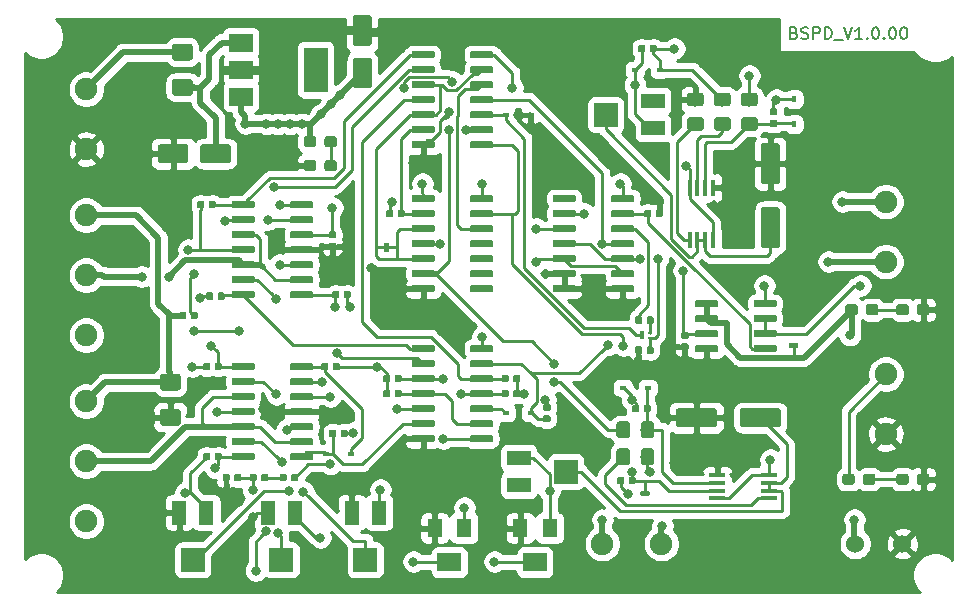
<source format=gbr>
G04 #@! TF.GenerationSoftware,KiCad,Pcbnew,(5.1.4)-1*
G04 #@! TF.CreationDate,2020-10-31T11:52:51+01:00*
G04 #@! TF.ProjectId,BSPD_v_1_0b,42535044-5f76-45f3-915f-30622e6b6963,rev?*
G04 #@! TF.SameCoordinates,Original*
G04 #@! TF.FileFunction,Copper,L1,Top*
G04 #@! TF.FilePolarity,Positive*
%FSLAX46Y46*%
G04 Gerber Fmt 4.6, Leading zero omitted, Abs format (unit mm)*
G04 Created by KiCad (PCBNEW (5.1.4)-1) date 2020-10-31 11:52:51*
%MOMM*%
%LPD*%
G04 APERTURE LIST*
%ADD10C,0.150000*%
%ADD11C,0.100000*%
%ADD12C,0.400000*%
%ADD13C,1.600000*%
%ADD14C,1.900000*%
%ADD15C,1.524000*%
%ADD16R,0.400000X0.250000*%
%ADD17R,0.400000X0.700000*%
%ADD18C,1.150000*%
%ADD19R,0.600000X0.450000*%
%ADD20R,0.450000X0.600000*%
%ADD21C,1.425000*%
%ADD22C,0.950000*%
%ADD23C,0.590000*%
%ADD24R,1.300000X2.000000*%
%ADD25R,2.000000X2.000000*%
%ADD26R,1.300000X1.600000*%
%ADD27R,2.000000X1.600000*%
%ADD28R,2.000000X1.300000*%
%ADD29R,2.000000X3.800000*%
%ADD30R,2.000000X1.500000*%
%ADD31C,0.600000*%
%ADD32R,0.450000X1.450000*%
%ADD33R,1.450000X0.450000*%
%ADD34C,0.800000*%
%ADD35C,0.500000*%
%ADD36C,0.250000*%
%ADD37C,0.750000*%
%ADD38C,0.254000*%
G04 APERTURE END LIST*
D10*
X151868761Y-28884571D02*
X152011619Y-28932190D01*
X152059238Y-28979809D01*
X152106857Y-29075047D01*
X152106857Y-29217904D01*
X152059238Y-29313142D01*
X152011619Y-29360761D01*
X151916380Y-29408380D01*
X151535428Y-29408380D01*
X151535428Y-28408380D01*
X151868761Y-28408380D01*
X151964000Y-28456000D01*
X152011619Y-28503619D01*
X152059238Y-28598857D01*
X152059238Y-28694095D01*
X152011619Y-28789333D01*
X151964000Y-28836952D01*
X151868761Y-28884571D01*
X151535428Y-28884571D01*
X152487809Y-29360761D02*
X152630666Y-29408380D01*
X152868761Y-29408380D01*
X152964000Y-29360761D01*
X153011619Y-29313142D01*
X153059238Y-29217904D01*
X153059238Y-29122666D01*
X153011619Y-29027428D01*
X152964000Y-28979809D01*
X152868761Y-28932190D01*
X152678285Y-28884571D01*
X152583047Y-28836952D01*
X152535428Y-28789333D01*
X152487809Y-28694095D01*
X152487809Y-28598857D01*
X152535428Y-28503619D01*
X152583047Y-28456000D01*
X152678285Y-28408380D01*
X152916380Y-28408380D01*
X153059238Y-28456000D01*
X153487809Y-29408380D02*
X153487809Y-28408380D01*
X153868761Y-28408380D01*
X153964000Y-28456000D01*
X154011619Y-28503619D01*
X154059238Y-28598857D01*
X154059238Y-28741714D01*
X154011619Y-28836952D01*
X153964000Y-28884571D01*
X153868761Y-28932190D01*
X153487809Y-28932190D01*
X154487809Y-29408380D02*
X154487809Y-28408380D01*
X154725904Y-28408380D01*
X154868761Y-28456000D01*
X154964000Y-28551238D01*
X155011619Y-28646476D01*
X155059238Y-28836952D01*
X155059238Y-28979809D01*
X155011619Y-29170285D01*
X154964000Y-29265523D01*
X154868761Y-29360761D01*
X154725904Y-29408380D01*
X154487809Y-29408380D01*
X155249714Y-29503619D02*
X156011619Y-29503619D01*
X156106857Y-28408380D02*
X156440190Y-29408380D01*
X156773523Y-28408380D01*
X157630666Y-29408380D02*
X157059238Y-29408380D01*
X157344952Y-29408380D02*
X157344952Y-28408380D01*
X157249714Y-28551238D01*
X157154476Y-28646476D01*
X157059238Y-28694095D01*
X158059238Y-29313142D02*
X158106857Y-29360761D01*
X158059238Y-29408380D01*
X158011619Y-29360761D01*
X158059238Y-29313142D01*
X158059238Y-29408380D01*
X158725904Y-28408380D02*
X158821142Y-28408380D01*
X158916380Y-28456000D01*
X158964000Y-28503619D01*
X159011619Y-28598857D01*
X159059238Y-28789333D01*
X159059238Y-29027428D01*
X159011619Y-29217904D01*
X158964000Y-29313142D01*
X158916380Y-29360761D01*
X158821142Y-29408380D01*
X158725904Y-29408380D01*
X158630666Y-29360761D01*
X158583047Y-29313142D01*
X158535428Y-29217904D01*
X158487809Y-29027428D01*
X158487809Y-28789333D01*
X158535428Y-28598857D01*
X158583047Y-28503619D01*
X158630666Y-28456000D01*
X158725904Y-28408380D01*
X159487809Y-29313142D02*
X159535428Y-29360761D01*
X159487809Y-29408380D01*
X159440190Y-29360761D01*
X159487809Y-29313142D01*
X159487809Y-29408380D01*
X160154476Y-28408380D02*
X160249714Y-28408380D01*
X160344952Y-28456000D01*
X160392571Y-28503619D01*
X160440190Y-28598857D01*
X160487809Y-28789333D01*
X160487809Y-29027428D01*
X160440190Y-29217904D01*
X160392571Y-29313142D01*
X160344952Y-29360761D01*
X160249714Y-29408380D01*
X160154476Y-29408380D01*
X160059238Y-29360761D01*
X160011619Y-29313142D01*
X159964000Y-29217904D01*
X159916380Y-29027428D01*
X159916380Y-28789333D01*
X159964000Y-28598857D01*
X160011619Y-28503619D01*
X160059238Y-28456000D01*
X160154476Y-28408380D01*
X161106857Y-28408380D02*
X161202095Y-28408380D01*
X161297333Y-28456000D01*
X161344952Y-28503619D01*
X161392571Y-28598857D01*
X161440190Y-28789333D01*
X161440190Y-29027428D01*
X161392571Y-29217904D01*
X161344952Y-29313142D01*
X161297333Y-29360761D01*
X161202095Y-29408380D01*
X161106857Y-29408380D01*
X161011619Y-29360761D01*
X160964000Y-29313142D01*
X160916380Y-29217904D01*
X160868761Y-29027428D01*
X160868761Y-28789333D01*
X160916380Y-28598857D01*
X160964000Y-28503619D01*
X161011619Y-28456000D01*
X161106857Y-28408380D01*
D11*
G36*
X117457802Y-46653982D02*
G01*
X117467509Y-46655421D01*
X117477028Y-46657806D01*
X117486268Y-46661112D01*
X117495140Y-46665308D01*
X117503557Y-46670353D01*
X117511439Y-46676199D01*
X117518711Y-46682789D01*
X117525301Y-46690061D01*
X117531147Y-46697943D01*
X117536192Y-46706360D01*
X117540388Y-46715232D01*
X117543694Y-46724472D01*
X117546079Y-46733991D01*
X117547518Y-46743698D01*
X117548000Y-46753500D01*
X117548000Y-47353500D01*
X117547518Y-47363302D01*
X117546079Y-47373009D01*
X117543694Y-47382528D01*
X117540388Y-47391768D01*
X117536192Y-47400640D01*
X117531147Y-47409057D01*
X117525301Y-47416939D01*
X117518711Y-47424211D01*
X117511439Y-47430801D01*
X117503557Y-47436647D01*
X117495140Y-47441692D01*
X117486268Y-47445888D01*
X117477028Y-47449194D01*
X117467509Y-47451579D01*
X117457802Y-47453018D01*
X117448000Y-47453500D01*
X117248000Y-47453500D01*
X117238198Y-47453018D01*
X117228491Y-47451579D01*
X117218972Y-47449194D01*
X117209732Y-47445888D01*
X117200860Y-47441692D01*
X117192443Y-47436647D01*
X117184561Y-47430801D01*
X117177289Y-47424211D01*
X117170699Y-47416939D01*
X117164853Y-47409057D01*
X117159808Y-47400640D01*
X117155612Y-47391768D01*
X117152306Y-47382528D01*
X117149921Y-47373009D01*
X117148482Y-47363302D01*
X117148000Y-47353500D01*
X117148000Y-46753500D01*
X117148482Y-46743698D01*
X117149921Y-46733991D01*
X117152306Y-46724472D01*
X117155612Y-46715232D01*
X117159808Y-46706360D01*
X117164853Y-46697943D01*
X117170699Y-46690061D01*
X117177289Y-46682789D01*
X117184561Y-46676199D01*
X117192443Y-46670353D01*
X117200860Y-46665308D01*
X117209732Y-46661112D01*
X117218972Y-46657806D01*
X117228491Y-46655421D01*
X117238198Y-46653982D01*
X117248000Y-46653500D01*
X117448000Y-46653500D01*
X117457802Y-46653982D01*
X117457802Y-46653982D01*
G37*
D12*
X117348000Y-47053500D03*
D11*
G36*
X139565302Y-67681982D02*
G01*
X139575009Y-67683421D01*
X139584528Y-67685806D01*
X139593768Y-67689112D01*
X139602640Y-67693308D01*
X139611057Y-67698353D01*
X139618939Y-67704199D01*
X139626211Y-67710789D01*
X139632801Y-67718061D01*
X139638647Y-67725943D01*
X139643692Y-67734360D01*
X139647888Y-67743232D01*
X139651194Y-67752472D01*
X139653579Y-67761991D01*
X139655018Y-67771698D01*
X139655500Y-67781500D01*
X139655500Y-67981500D01*
X139655018Y-67991302D01*
X139653579Y-68001009D01*
X139651194Y-68010528D01*
X139647888Y-68019768D01*
X139643692Y-68028640D01*
X139638647Y-68037057D01*
X139632801Y-68044939D01*
X139626211Y-68052211D01*
X139618939Y-68058801D01*
X139611057Y-68064647D01*
X139602640Y-68069692D01*
X139593768Y-68073888D01*
X139584528Y-68077194D01*
X139575009Y-68079579D01*
X139565302Y-68081018D01*
X139555500Y-68081500D01*
X138955500Y-68081500D01*
X138945698Y-68081018D01*
X138935991Y-68079579D01*
X138926472Y-68077194D01*
X138917232Y-68073888D01*
X138908360Y-68069692D01*
X138899943Y-68064647D01*
X138892061Y-68058801D01*
X138884789Y-68052211D01*
X138878199Y-68044939D01*
X138872353Y-68037057D01*
X138867308Y-68028640D01*
X138863112Y-68019768D01*
X138859806Y-68010528D01*
X138857421Y-68001009D01*
X138855982Y-67991302D01*
X138855500Y-67981500D01*
X138855500Y-67781500D01*
X138855982Y-67771698D01*
X138857421Y-67761991D01*
X138859806Y-67752472D01*
X138863112Y-67743232D01*
X138867308Y-67734360D01*
X138872353Y-67725943D01*
X138878199Y-67718061D01*
X138884789Y-67710789D01*
X138892061Y-67704199D01*
X138899943Y-67698353D01*
X138908360Y-67693308D01*
X138917232Y-67689112D01*
X138926472Y-67685806D01*
X138935991Y-67683421D01*
X138945698Y-67681982D01*
X138955500Y-67681500D01*
X139555500Y-67681500D01*
X139565302Y-67681982D01*
X139565302Y-67681982D01*
G37*
D12*
X139255500Y-67881500D03*
D11*
G36*
X152138302Y-55172482D02*
G01*
X152148009Y-55173921D01*
X152157528Y-55176306D01*
X152166768Y-55179612D01*
X152175640Y-55183808D01*
X152184057Y-55188853D01*
X152191939Y-55194699D01*
X152199211Y-55201289D01*
X152205801Y-55208561D01*
X152211647Y-55216443D01*
X152216692Y-55224860D01*
X152220888Y-55233732D01*
X152224194Y-55242972D01*
X152226579Y-55252491D01*
X152228018Y-55262198D01*
X152228500Y-55272000D01*
X152228500Y-55472000D01*
X152228018Y-55481802D01*
X152226579Y-55491509D01*
X152224194Y-55501028D01*
X152220888Y-55510268D01*
X152216692Y-55519140D01*
X152211647Y-55527557D01*
X152205801Y-55535439D01*
X152199211Y-55542711D01*
X152191939Y-55549301D01*
X152184057Y-55555147D01*
X152175640Y-55560192D01*
X152166768Y-55564388D01*
X152157528Y-55567694D01*
X152148009Y-55570079D01*
X152138302Y-55571518D01*
X152128500Y-55572000D01*
X151528500Y-55572000D01*
X151518698Y-55571518D01*
X151508991Y-55570079D01*
X151499472Y-55567694D01*
X151490232Y-55564388D01*
X151481360Y-55560192D01*
X151472943Y-55555147D01*
X151465061Y-55549301D01*
X151457789Y-55542711D01*
X151451199Y-55535439D01*
X151445353Y-55527557D01*
X151440308Y-55519140D01*
X151436112Y-55510268D01*
X151432806Y-55501028D01*
X151430421Y-55491509D01*
X151428982Y-55481802D01*
X151428500Y-55472000D01*
X151428500Y-55272000D01*
X151428982Y-55262198D01*
X151430421Y-55252491D01*
X151432806Y-55242972D01*
X151436112Y-55233732D01*
X151440308Y-55224860D01*
X151445353Y-55216443D01*
X151451199Y-55208561D01*
X151457789Y-55201289D01*
X151465061Y-55194699D01*
X151472943Y-55188853D01*
X151481360Y-55183808D01*
X151490232Y-55179612D01*
X151499472Y-55176306D01*
X151508991Y-55173921D01*
X151518698Y-55172482D01*
X151528500Y-55172000D01*
X152128500Y-55172000D01*
X152138302Y-55172482D01*
X152138302Y-55172482D01*
G37*
D12*
X151828500Y-55372000D03*
D11*
G36*
X115890504Y-27381204D02*
G01*
X115914773Y-27384804D01*
X115938571Y-27390765D01*
X115961671Y-27399030D01*
X115983849Y-27409520D01*
X116004893Y-27422133D01*
X116024598Y-27436747D01*
X116042777Y-27453223D01*
X116059253Y-27471402D01*
X116073867Y-27491107D01*
X116086480Y-27512151D01*
X116096970Y-27534329D01*
X116105235Y-27557429D01*
X116111196Y-27581227D01*
X116114796Y-27605496D01*
X116116000Y-27630000D01*
X116116000Y-29730000D01*
X116114796Y-29754504D01*
X116111196Y-29778773D01*
X116105235Y-29802571D01*
X116096970Y-29825671D01*
X116086480Y-29847849D01*
X116073867Y-29868893D01*
X116059253Y-29888598D01*
X116042777Y-29906777D01*
X116024598Y-29923253D01*
X116004893Y-29937867D01*
X115983849Y-29950480D01*
X115961671Y-29960970D01*
X115938571Y-29969235D01*
X115914773Y-29975196D01*
X115890504Y-29978796D01*
X115866000Y-29980000D01*
X114766000Y-29980000D01*
X114741496Y-29978796D01*
X114717227Y-29975196D01*
X114693429Y-29969235D01*
X114670329Y-29960970D01*
X114648151Y-29950480D01*
X114627107Y-29937867D01*
X114607402Y-29923253D01*
X114589223Y-29906777D01*
X114572747Y-29888598D01*
X114558133Y-29868893D01*
X114545520Y-29847849D01*
X114535030Y-29825671D01*
X114526765Y-29802571D01*
X114520804Y-29778773D01*
X114517204Y-29754504D01*
X114516000Y-29730000D01*
X114516000Y-27630000D01*
X114517204Y-27605496D01*
X114520804Y-27581227D01*
X114526765Y-27557429D01*
X114535030Y-27534329D01*
X114545520Y-27512151D01*
X114558133Y-27491107D01*
X114572747Y-27471402D01*
X114589223Y-27453223D01*
X114607402Y-27436747D01*
X114627107Y-27422133D01*
X114648151Y-27409520D01*
X114670329Y-27399030D01*
X114693429Y-27390765D01*
X114717227Y-27384804D01*
X114741496Y-27381204D01*
X114766000Y-27380000D01*
X115866000Y-27380000D01*
X115890504Y-27381204D01*
X115890504Y-27381204D01*
G37*
D13*
X115316000Y-28680000D03*
D11*
G36*
X115890504Y-30981204D02*
G01*
X115914773Y-30984804D01*
X115938571Y-30990765D01*
X115961671Y-30999030D01*
X115983849Y-31009520D01*
X116004893Y-31022133D01*
X116024598Y-31036747D01*
X116042777Y-31053223D01*
X116059253Y-31071402D01*
X116073867Y-31091107D01*
X116086480Y-31112151D01*
X116096970Y-31134329D01*
X116105235Y-31157429D01*
X116111196Y-31181227D01*
X116114796Y-31205496D01*
X116116000Y-31230000D01*
X116116000Y-33330000D01*
X116114796Y-33354504D01*
X116111196Y-33378773D01*
X116105235Y-33402571D01*
X116096970Y-33425671D01*
X116086480Y-33447849D01*
X116073867Y-33468893D01*
X116059253Y-33488598D01*
X116042777Y-33506777D01*
X116024598Y-33523253D01*
X116004893Y-33537867D01*
X115983849Y-33550480D01*
X115961671Y-33560970D01*
X115938571Y-33569235D01*
X115914773Y-33575196D01*
X115890504Y-33578796D01*
X115866000Y-33580000D01*
X114766000Y-33580000D01*
X114741496Y-33578796D01*
X114717227Y-33575196D01*
X114693429Y-33569235D01*
X114670329Y-33560970D01*
X114648151Y-33550480D01*
X114627107Y-33537867D01*
X114607402Y-33523253D01*
X114589223Y-33506777D01*
X114572747Y-33488598D01*
X114558133Y-33468893D01*
X114545520Y-33447849D01*
X114535030Y-33425671D01*
X114526765Y-33402571D01*
X114520804Y-33378773D01*
X114517204Y-33354504D01*
X114516000Y-33330000D01*
X114516000Y-31230000D01*
X114517204Y-31205496D01*
X114520804Y-31181227D01*
X114526765Y-31157429D01*
X114535030Y-31134329D01*
X114545520Y-31112151D01*
X114558133Y-31091107D01*
X114572747Y-31071402D01*
X114589223Y-31053223D01*
X114607402Y-31036747D01*
X114627107Y-31022133D01*
X114648151Y-31009520D01*
X114670329Y-30999030D01*
X114693429Y-30990765D01*
X114717227Y-30984804D01*
X114741496Y-30981204D01*
X114766000Y-30980000D01*
X115866000Y-30980000D01*
X115890504Y-30981204D01*
X115890504Y-30981204D01*
G37*
D13*
X115316000Y-32280000D03*
D14*
X159639000Y-57785000D03*
X159639000Y-62865000D03*
X159639000Y-43180000D03*
X159639000Y-48260000D03*
X91948000Y-33655000D03*
X91948000Y-38735000D03*
X91948000Y-54483000D03*
X91948000Y-49403000D03*
X91948000Y-44323000D03*
X91948000Y-60071000D03*
X91948000Y-65151000D03*
X91948000Y-70231000D03*
X135636000Y-72136000D03*
X140636000Y-72136000D03*
D15*
X157036000Y-72136000D03*
X161036000Y-72136000D03*
D16*
X139669000Y-54708000D03*
X139669000Y-54258000D03*
D17*
X138969000Y-54483000D03*
D11*
G36*
X103966504Y-38317204D02*
G01*
X103990773Y-38320804D01*
X104014571Y-38326765D01*
X104037671Y-38335030D01*
X104059849Y-38345520D01*
X104080893Y-38358133D01*
X104100598Y-38372747D01*
X104118777Y-38389223D01*
X104135253Y-38407402D01*
X104149867Y-38427107D01*
X104162480Y-38448151D01*
X104172970Y-38470329D01*
X104181235Y-38493429D01*
X104187196Y-38517227D01*
X104190796Y-38541496D01*
X104192000Y-38566000D01*
X104192000Y-39666000D01*
X104190796Y-39690504D01*
X104187196Y-39714773D01*
X104181235Y-39738571D01*
X104172970Y-39761671D01*
X104162480Y-39783849D01*
X104149867Y-39804893D01*
X104135253Y-39824598D01*
X104118777Y-39842777D01*
X104100598Y-39859253D01*
X104080893Y-39873867D01*
X104059849Y-39886480D01*
X104037671Y-39896970D01*
X104014571Y-39905235D01*
X103990773Y-39911196D01*
X103966504Y-39914796D01*
X103942000Y-39916000D01*
X101842000Y-39916000D01*
X101817496Y-39914796D01*
X101793227Y-39911196D01*
X101769429Y-39905235D01*
X101746329Y-39896970D01*
X101724151Y-39886480D01*
X101703107Y-39873867D01*
X101683402Y-39859253D01*
X101665223Y-39842777D01*
X101648747Y-39824598D01*
X101634133Y-39804893D01*
X101621520Y-39783849D01*
X101611030Y-39761671D01*
X101602765Y-39738571D01*
X101596804Y-39714773D01*
X101593204Y-39690504D01*
X101592000Y-39666000D01*
X101592000Y-38566000D01*
X101593204Y-38541496D01*
X101596804Y-38517227D01*
X101602765Y-38493429D01*
X101611030Y-38470329D01*
X101621520Y-38448151D01*
X101634133Y-38427107D01*
X101648747Y-38407402D01*
X101665223Y-38389223D01*
X101683402Y-38372747D01*
X101703107Y-38358133D01*
X101724151Y-38345520D01*
X101746329Y-38335030D01*
X101769429Y-38326765D01*
X101793227Y-38320804D01*
X101817496Y-38317204D01*
X101842000Y-38316000D01*
X103942000Y-38316000D01*
X103966504Y-38317204D01*
X103966504Y-38317204D01*
G37*
D13*
X102892000Y-39116000D03*
D11*
G36*
X100366504Y-38317204D02*
G01*
X100390773Y-38320804D01*
X100414571Y-38326765D01*
X100437671Y-38335030D01*
X100459849Y-38345520D01*
X100480893Y-38358133D01*
X100500598Y-38372747D01*
X100518777Y-38389223D01*
X100535253Y-38407402D01*
X100549867Y-38427107D01*
X100562480Y-38448151D01*
X100572970Y-38470329D01*
X100581235Y-38493429D01*
X100587196Y-38517227D01*
X100590796Y-38541496D01*
X100592000Y-38566000D01*
X100592000Y-39666000D01*
X100590796Y-39690504D01*
X100587196Y-39714773D01*
X100581235Y-39738571D01*
X100572970Y-39761671D01*
X100562480Y-39783849D01*
X100549867Y-39804893D01*
X100535253Y-39824598D01*
X100518777Y-39842777D01*
X100500598Y-39859253D01*
X100480893Y-39873867D01*
X100459849Y-39886480D01*
X100437671Y-39896970D01*
X100414571Y-39905235D01*
X100390773Y-39911196D01*
X100366504Y-39914796D01*
X100342000Y-39916000D01*
X98242000Y-39916000D01*
X98217496Y-39914796D01*
X98193227Y-39911196D01*
X98169429Y-39905235D01*
X98146329Y-39896970D01*
X98124151Y-39886480D01*
X98103107Y-39873867D01*
X98083402Y-39859253D01*
X98065223Y-39842777D01*
X98048747Y-39824598D01*
X98034133Y-39804893D01*
X98021520Y-39783849D01*
X98011030Y-39761671D01*
X98002765Y-39738571D01*
X97996804Y-39714773D01*
X97993204Y-39690504D01*
X97992000Y-39666000D01*
X97992000Y-38566000D01*
X97993204Y-38541496D01*
X97996804Y-38517227D01*
X98002765Y-38493429D01*
X98011030Y-38470329D01*
X98021520Y-38448151D01*
X98034133Y-38427107D01*
X98048747Y-38407402D01*
X98065223Y-38389223D01*
X98083402Y-38372747D01*
X98103107Y-38358133D01*
X98124151Y-38345520D01*
X98146329Y-38335030D01*
X98169429Y-38326765D01*
X98193227Y-38320804D01*
X98217496Y-38317204D01*
X98242000Y-38316000D01*
X100342000Y-38316000D01*
X100366504Y-38317204D01*
X100366504Y-38317204D01*
G37*
D13*
X99292000Y-39116000D03*
D11*
G36*
X148556505Y-33961204D02*
G01*
X148580773Y-33964804D01*
X148604572Y-33970765D01*
X148627671Y-33979030D01*
X148649850Y-33989520D01*
X148670893Y-34002132D01*
X148690599Y-34016747D01*
X148708777Y-34033223D01*
X148725253Y-34051401D01*
X148739868Y-34071107D01*
X148752480Y-34092150D01*
X148762970Y-34114329D01*
X148771235Y-34137428D01*
X148777196Y-34161227D01*
X148780796Y-34185495D01*
X148782000Y-34209999D01*
X148782000Y-34860001D01*
X148780796Y-34884505D01*
X148777196Y-34908773D01*
X148771235Y-34932572D01*
X148762970Y-34955671D01*
X148752480Y-34977850D01*
X148739868Y-34998893D01*
X148725253Y-35018599D01*
X148708777Y-35036777D01*
X148690599Y-35053253D01*
X148670893Y-35067868D01*
X148649850Y-35080480D01*
X148627671Y-35090970D01*
X148604572Y-35099235D01*
X148580773Y-35105196D01*
X148556505Y-35108796D01*
X148532001Y-35110000D01*
X147631999Y-35110000D01*
X147607495Y-35108796D01*
X147583227Y-35105196D01*
X147559428Y-35099235D01*
X147536329Y-35090970D01*
X147514150Y-35080480D01*
X147493107Y-35067868D01*
X147473401Y-35053253D01*
X147455223Y-35036777D01*
X147438747Y-35018599D01*
X147424132Y-34998893D01*
X147411520Y-34977850D01*
X147401030Y-34955671D01*
X147392765Y-34932572D01*
X147386804Y-34908773D01*
X147383204Y-34884505D01*
X147382000Y-34860001D01*
X147382000Y-34209999D01*
X147383204Y-34185495D01*
X147386804Y-34161227D01*
X147392765Y-34137428D01*
X147401030Y-34114329D01*
X147411520Y-34092150D01*
X147424132Y-34071107D01*
X147438747Y-34051401D01*
X147455223Y-34033223D01*
X147473401Y-34016747D01*
X147493107Y-34002132D01*
X147514150Y-33989520D01*
X147536329Y-33979030D01*
X147559428Y-33970765D01*
X147583227Y-33964804D01*
X147607495Y-33961204D01*
X147631999Y-33960000D01*
X148532001Y-33960000D01*
X148556505Y-33961204D01*
X148556505Y-33961204D01*
G37*
D18*
X148082000Y-34535000D03*
D11*
G36*
X148556505Y-36011204D02*
G01*
X148580773Y-36014804D01*
X148604572Y-36020765D01*
X148627671Y-36029030D01*
X148649850Y-36039520D01*
X148670893Y-36052132D01*
X148690599Y-36066747D01*
X148708777Y-36083223D01*
X148725253Y-36101401D01*
X148739868Y-36121107D01*
X148752480Y-36142150D01*
X148762970Y-36164329D01*
X148771235Y-36187428D01*
X148777196Y-36211227D01*
X148780796Y-36235495D01*
X148782000Y-36259999D01*
X148782000Y-36910001D01*
X148780796Y-36934505D01*
X148777196Y-36958773D01*
X148771235Y-36982572D01*
X148762970Y-37005671D01*
X148752480Y-37027850D01*
X148739868Y-37048893D01*
X148725253Y-37068599D01*
X148708777Y-37086777D01*
X148690599Y-37103253D01*
X148670893Y-37117868D01*
X148649850Y-37130480D01*
X148627671Y-37140970D01*
X148604572Y-37149235D01*
X148580773Y-37155196D01*
X148556505Y-37158796D01*
X148532001Y-37160000D01*
X147631999Y-37160000D01*
X147607495Y-37158796D01*
X147583227Y-37155196D01*
X147559428Y-37149235D01*
X147536329Y-37140970D01*
X147514150Y-37130480D01*
X147493107Y-37117868D01*
X147473401Y-37103253D01*
X147455223Y-37086777D01*
X147438747Y-37068599D01*
X147424132Y-37048893D01*
X147411520Y-37027850D01*
X147401030Y-37005671D01*
X147392765Y-36982572D01*
X147386804Y-36958773D01*
X147383204Y-36934505D01*
X147382000Y-36910001D01*
X147382000Y-36259999D01*
X147383204Y-36235495D01*
X147386804Y-36211227D01*
X147392765Y-36187428D01*
X147401030Y-36164329D01*
X147411520Y-36142150D01*
X147424132Y-36121107D01*
X147438747Y-36101401D01*
X147455223Y-36083223D01*
X147473401Y-36066747D01*
X147493107Y-36052132D01*
X147514150Y-36039520D01*
X147536329Y-36029030D01*
X147559428Y-36020765D01*
X147583227Y-36014804D01*
X147607495Y-36011204D01*
X147631999Y-36010000D01*
X148532001Y-36010000D01*
X148556505Y-36011204D01*
X148556505Y-36011204D01*
G37*
D18*
X148082000Y-36585000D03*
D11*
G36*
X150434504Y-38223204D02*
G01*
X150458773Y-38226804D01*
X150482571Y-38232765D01*
X150505671Y-38241030D01*
X150527849Y-38251520D01*
X150548893Y-38264133D01*
X150568598Y-38278747D01*
X150586777Y-38295223D01*
X150603253Y-38313402D01*
X150617867Y-38333107D01*
X150630480Y-38354151D01*
X150640970Y-38376329D01*
X150649235Y-38399429D01*
X150655196Y-38423227D01*
X150658796Y-38447496D01*
X150660000Y-38472000D01*
X150660000Y-41472000D01*
X150658796Y-41496504D01*
X150655196Y-41520773D01*
X150649235Y-41544571D01*
X150640970Y-41567671D01*
X150630480Y-41589849D01*
X150617867Y-41610893D01*
X150603253Y-41630598D01*
X150586777Y-41648777D01*
X150568598Y-41665253D01*
X150548893Y-41679867D01*
X150527849Y-41692480D01*
X150505671Y-41702970D01*
X150482571Y-41711235D01*
X150458773Y-41717196D01*
X150434504Y-41720796D01*
X150410000Y-41722000D01*
X149310000Y-41722000D01*
X149285496Y-41720796D01*
X149261227Y-41717196D01*
X149237429Y-41711235D01*
X149214329Y-41702970D01*
X149192151Y-41692480D01*
X149171107Y-41679867D01*
X149151402Y-41665253D01*
X149133223Y-41648777D01*
X149116747Y-41630598D01*
X149102133Y-41610893D01*
X149089520Y-41589849D01*
X149079030Y-41567671D01*
X149070765Y-41544571D01*
X149064804Y-41520773D01*
X149061204Y-41496504D01*
X149060000Y-41472000D01*
X149060000Y-38472000D01*
X149061204Y-38447496D01*
X149064804Y-38423227D01*
X149070765Y-38399429D01*
X149079030Y-38376329D01*
X149089520Y-38354151D01*
X149102133Y-38333107D01*
X149116747Y-38313402D01*
X149133223Y-38295223D01*
X149151402Y-38278747D01*
X149171107Y-38264133D01*
X149192151Y-38251520D01*
X149214329Y-38241030D01*
X149237429Y-38232765D01*
X149261227Y-38226804D01*
X149285496Y-38223204D01*
X149310000Y-38222000D01*
X150410000Y-38222000D01*
X150434504Y-38223204D01*
X150434504Y-38223204D01*
G37*
D13*
X149860000Y-39972000D03*
D11*
G36*
X150434504Y-43623204D02*
G01*
X150458773Y-43626804D01*
X150482571Y-43632765D01*
X150505671Y-43641030D01*
X150527849Y-43651520D01*
X150548893Y-43664133D01*
X150568598Y-43678747D01*
X150586777Y-43695223D01*
X150603253Y-43713402D01*
X150617867Y-43733107D01*
X150630480Y-43754151D01*
X150640970Y-43776329D01*
X150649235Y-43799429D01*
X150655196Y-43823227D01*
X150658796Y-43847496D01*
X150660000Y-43872000D01*
X150660000Y-46872000D01*
X150658796Y-46896504D01*
X150655196Y-46920773D01*
X150649235Y-46944571D01*
X150640970Y-46967671D01*
X150630480Y-46989849D01*
X150617867Y-47010893D01*
X150603253Y-47030598D01*
X150586777Y-47048777D01*
X150568598Y-47065253D01*
X150548893Y-47079867D01*
X150527849Y-47092480D01*
X150505671Y-47102970D01*
X150482571Y-47111235D01*
X150458773Y-47117196D01*
X150434504Y-47120796D01*
X150410000Y-47122000D01*
X149310000Y-47122000D01*
X149285496Y-47120796D01*
X149261227Y-47117196D01*
X149237429Y-47111235D01*
X149214329Y-47102970D01*
X149192151Y-47092480D01*
X149171107Y-47079867D01*
X149151402Y-47065253D01*
X149133223Y-47048777D01*
X149116747Y-47030598D01*
X149102133Y-47010893D01*
X149089520Y-46989849D01*
X149079030Y-46967671D01*
X149070765Y-46944571D01*
X149064804Y-46920773D01*
X149061204Y-46896504D01*
X149060000Y-46872000D01*
X149060000Y-43872000D01*
X149061204Y-43847496D01*
X149064804Y-43823227D01*
X149070765Y-43799429D01*
X149079030Y-43776329D01*
X149089520Y-43754151D01*
X149102133Y-43733107D01*
X149116747Y-43713402D01*
X149133223Y-43695223D01*
X149151402Y-43678747D01*
X149171107Y-43664133D01*
X149192151Y-43651520D01*
X149214329Y-43641030D01*
X149237429Y-43632765D01*
X149261227Y-43626804D01*
X149285496Y-43623204D01*
X149310000Y-43622000D01*
X150410000Y-43622000D01*
X150434504Y-43623204D01*
X150434504Y-43623204D01*
G37*
D13*
X149860000Y-45372000D03*
D11*
G36*
X143984505Y-36011204D02*
G01*
X144008773Y-36014804D01*
X144032572Y-36020765D01*
X144055671Y-36029030D01*
X144077850Y-36039520D01*
X144098893Y-36052132D01*
X144118599Y-36066747D01*
X144136777Y-36083223D01*
X144153253Y-36101401D01*
X144167868Y-36121107D01*
X144180480Y-36142150D01*
X144190970Y-36164329D01*
X144199235Y-36187428D01*
X144205196Y-36211227D01*
X144208796Y-36235495D01*
X144210000Y-36259999D01*
X144210000Y-36910001D01*
X144208796Y-36934505D01*
X144205196Y-36958773D01*
X144199235Y-36982572D01*
X144190970Y-37005671D01*
X144180480Y-37027850D01*
X144167868Y-37048893D01*
X144153253Y-37068599D01*
X144136777Y-37086777D01*
X144118599Y-37103253D01*
X144098893Y-37117868D01*
X144077850Y-37130480D01*
X144055671Y-37140970D01*
X144032572Y-37149235D01*
X144008773Y-37155196D01*
X143984505Y-37158796D01*
X143960001Y-37160000D01*
X143059999Y-37160000D01*
X143035495Y-37158796D01*
X143011227Y-37155196D01*
X142987428Y-37149235D01*
X142964329Y-37140970D01*
X142942150Y-37130480D01*
X142921107Y-37117868D01*
X142901401Y-37103253D01*
X142883223Y-37086777D01*
X142866747Y-37068599D01*
X142852132Y-37048893D01*
X142839520Y-37027850D01*
X142829030Y-37005671D01*
X142820765Y-36982572D01*
X142814804Y-36958773D01*
X142811204Y-36934505D01*
X142810000Y-36910001D01*
X142810000Y-36259999D01*
X142811204Y-36235495D01*
X142814804Y-36211227D01*
X142820765Y-36187428D01*
X142829030Y-36164329D01*
X142839520Y-36142150D01*
X142852132Y-36121107D01*
X142866747Y-36101401D01*
X142883223Y-36083223D01*
X142901401Y-36066747D01*
X142921107Y-36052132D01*
X142942150Y-36039520D01*
X142964329Y-36029030D01*
X142987428Y-36020765D01*
X143011227Y-36014804D01*
X143035495Y-36011204D01*
X143059999Y-36010000D01*
X143960001Y-36010000D01*
X143984505Y-36011204D01*
X143984505Y-36011204D01*
G37*
D18*
X143510000Y-36585000D03*
D11*
G36*
X143984505Y-33961204D02*
G01*
X144008773Y-33964804D01*
X144032572Y-33970765D01*
X144055671Y-33979030D01*
X144077850Y-33989520D01*
X144098893Y-34002132D01*
X144118599Y-34016747D01*
X144136777Y-34033223D01*
X144153253Y-34051401D01*
X144167868Y-34071107D01*
X144180480Y-34092150D01*
X144190970Y-34114329D01*
X144199235Y-34137428D01*
X144205196Y-34161227D01*
X144208796Y-34185495D01*
X144210000Y-34209999D01*
X144210000Y-34860001D01*
X144208796Y-34884505D01*
X144205196Y-34908773D01*
X144199235Y-34932572D01*
X144190970Y-34955671D01*
X144180480Y-34977850D01*
X144167868Y-34998893D01*
X144153253Y-35018599D01*
X144136777Y-35036777D01*
X144118599Y-35053253D01*
X144098893Y-35067868D01*
X144077850Y-35080480D01*
X144055671Y-35090970D01*
X144032572Y-35099235D01*
X144008773Y-35105196D01*
X143984505Y-35108796D01*
X143960001Y-35110000D01*
X143059999Y-35110000D01*
X143035495Y-35108796D01*
X143011227Y-35105196D01*
X142987428Y-35099235D01*
X142964329Y-35090970D01*
X142942150Y-35080480D01*
X142921107Y-35067868D01*
X142901401Y-35053253D01*
X142883223Y-35036777D01*
X142866747Y-35018599D01*
X142852132Y-34998893D01*
X142839520Y-34977850D01*
X142829030Y-34955671D01*
X142820765Y-34932572D01*
X142814804Y-34908773D01*
X142811204Y-34884505D01*
X142810000Y-34860001D01*
X142810000Y-34209999D01*
X142811204Y-34185495D01*
X142814804Y-34161227D01*
X142820765Y-34137428D01*
X142829030Y-34114329D01*
X142839520Y-34092150D01*
X142852132Y-34071107D01*
X142866747Y-34051401D01*
X142883223Y-34033223D01*
X142901401Y-34016747D01*
X142921107Y-34002132D01*
X142942150Y-33989520D01*
X142964329Y-33979030D01*
X142987428Y-33970765D01*
X143011227Y-33964804D01*
X143035495Y-33961204D01*
X143059999Y-33960000D01*
X143960001Y-33960000D01*
X143984505Y-33961204D01*
X143984505Y-33961204D01*
G37*
D18*
X143510000Y-34535000D03*
D11*
G36*
X146270505Y-36011204D02*
G01*
X146294773Y-36014804D01*
X146318572Y-36020765D01*
X146341671Y-36029030D01*
X146363850Y-36039520D01*
X146384893Y-36052132D01*
X146404599Y-36066747D01*
X146422777Y-36083223D01*
X146439253Y-36101401D01*
X146453868Y-36121107D01*
X146466480Y-36142150D01*
X146476970Y-36164329D01*
X146485235Y-36187428D01*
X146491196Y-36211227D01*
X146494796Y-36235495D01*
X146496000Y-36259999D01*
X146496000Y-36910001D01*
X146494796Y-36934505D01*
X146491196Y-36958773D01*
X146485235Y-36982572D01*
X146476970Y-37005671D01*
X146466480Y-37027850D01*
X146453868Y-37048893D01*
X146439253Y-37068599D01*
X146422777Y-37086777D01*
X146404599Y-37103253D01*
X146384893Y-37117868D01*
X146363850Y-37130480D01*
X146341671Y-37140970D01*
X146318572Y-37149235D01*
X146294773Y-37155196D01*
X146270505Y-37158796D01*
X146246001Y-37160000D01*
X145345999Y-37160000D01*
X145321495Y-37158796D01*
X145297227Y-37155196D01*
X145273428Y-37149235D01*
X145250329Y-37140970D01*
X145228150Y-37130480D01*
X145207107Y-37117868D01*
X145187401Y-37103253D01*
X145169223Y-37086777D01*
X145152747Y-37068599D01*
X145138132Y-37048893D01*
X145125520Y-37027850D01*
X145115030Y-37005671D01*
X145106765Y-36982572D01*
X145100804Y-36958773D01*
X145097204Y-36934505D01*
X145096000Y-36910001D01*
X145096000Y-36259999D01*
X145097204Y-36235495D01*
X145100804Y-36211227D01*
X145106765Y-36187428D01*
X145115030Y-36164329D01*
X145125520Y-36142150D01*
X145138132Y-36121107D01*
X145152747Y-36101401D01*
X145169223Y-36083223D01*
X145187401Y-36066747D01*
X145207107Y-36052132D01*
X145228150Y-36039520D01*
X145250329Y-36029030D01*
X145273428Y-36020765D01*
X145297227Y-36014804D01*
X145321495Y-36011204D01*
X145345999Y-36010000D01*
X146246001Y-36010000D01*
X146270505Y-36011204D01*
X146270505Y-36011204D01*
G37*
D18*
X145796000Y-36585000D03*
D11*
G36*
X146270505Y-33961204D02*
G01*
X146294773Y-33964804D01*
X146318572Y-33970765D01*
X146341671Y-33979030D01*
X146363850Y-33989520D01*
X146384893Y-34002132D01*
X146404599Y-34016747D01*
X146422777Y-34033223D01*
X146439253Y-34051401D01*
X146453868Y-34071107D01*
X146466480Y-34092150D01*
X146476970Y-34114329D01*
X146485235Y-34137428D01*
X146491196Y-34161227D01*
X146494796Y-34185495D01*
X146496000Y-34209999D01*
X146496000Y-34860001D01*
X146494796Y-34884505D01*
X146491196Y-34908773D01*
X146485235Y-34932572D01*
X146476970Y-34955671D01*
X146466480Y-34977850D01*
X146453868Y-34998893D01*
X146439253Y-35018599D01*
X146422777Y-35036777D01*
X146404599Y-35053253D01*
X146384893Y-35067868D01*
X146363850Y-35080480D01*
X146341671Y-35090970D01*
X146318572Y-35099235D01*
X146294773Y-35105196D01*
X146270505Y-35108796D01*
X146246001Y-35110000D01*
X145345999Y-35110000D01*
X145321495Y-35108796D01*
X145297227Y-35105196D01*
X145273428Y-35099235D01*
X145250329Y-35090970D01*
X145228150Y-35080480D01*
X145207107Y-35067868D01*
X145187401Y-35053253D01*
X145169223Y-35036777D01*
X145152747Y-35018599D01*
X145138132Y-34998893D01*
X145125520Y-34977850D01*
X145115030Y-34955671D01*
X145106765Y-34932572D01*
X145100804Y-34908773D01*
X145097204Y-34884505D01*
X145096000Y-34860001D01*
X145096000Y-34209999D01*
X145097204Y-34185495D01*
X145100804Y-34161227D01*
X145106765Y-34137428D01*
X145115030Y-34114329D01*
X145125520Y-34092150D01*
X145138132Y-34071107D01*
X145152747Y-34051401D01*
X145169223Y-34033223D01*
X145187401Y-34016747D01*
X145207107Y-34002132D01*
X145228150Y-33989520D01*
X145250329Y-33979030D01*
X145273428Y-33970765D01*
X145297227Y-33964804D01*
X145321495Y-33961204D01*
X145345999Y-33960000D01*
X146246001Y-33960000D01*
X146270505Y-33961204D01*
X146270505Y-33961204D01*
G37*
D18*
X145796000Y-34535000D03*
D11*
G36*
X139804505Y-61785204D02*
G01*
X139828773Y-61788804D01*
X139852572Y-61794765D01*
X139875671Y-61803030D01*
X139897850Y-61813520D01*
X139918893Y-61826132D01*
X139938599Y-61840747D01*
X139956777Y-61857223D01*
X139973253Y-61875401D01*
X139987868Y-61895107D01*
X140000480Y-61916150D01*
X140010970Y-61938329D01*
X140019235Y-61961428D01*
X140025196Y-61985227D01*
X140028796Y-62009495D01*
X140030000Y-62033999D01*
X140030000Y-62934001D01*
X140028796Y-62958505D01*
X140025196Y-62982773D01*
X140019235Y-63006572D01*
X140010970Y-63029671D01*
X140000480Y-63051850D01*
X139987868Y-63072893D01*
X139973253Y-63092599D01*
X139956777Y-63110777D01*
X139938599Y-63127253D01*
X139918893Y-63141868D01*
X139897850Y-63154480D01*
X139875671Y-63164970D01*
X139852572Y-63173235D01*
X139828773Y-63179196D01*
X139804505Y-63182796D01*
X139780001Y-63184000D01*
X139129999Y-63184000D01*
X139105495Y-63182796D01*
X139081227Y-63179196D01*
X139057428Y-63173235D01*
X139034329Y-63164970D01*
X139012150Y-63154480D01*
X138991107Y-63141868D01*
X138971401Y-63127253D01*
X138953223Y-63110777D01*
X138936747Y-63092599D01*
X138922132Y-63072893D01*
X138909520Y-63051850D01*
X138899030Y-63029671D01*
X138890765Y-63006572D01*
X138884804Y-62982773D01*
X138881204Y-62958505D01*
X138880000Y-62934001D01*
X138880000Y-62033999D01*
X138881204Y-62009495D01*
X138884804Y-61985227D01*
X138890765Y-61961428D01*
X138899030Y-61938329D01*
X138909520Y-61916150D01*
X138922132Y-61895107D01*
X138936747Y-61875401D01*
X138953223Y-61857223D01*
X138971401Y-61840747D01*
X138991107Y-61826132D01*
X139012150Y-61813520D01*
X139034329Y-61803030D01*
X139057428Y-61794765D01*
X139081227Y-61788804D01*
X139105495Y-61785204D01*
X139129999Y-61784000D01*
X139780001Y-61784000D01*
X139804505Y-61785204D01*
X139804505Y-61785204D01*
G37*
D18*
X139455000Y-62484000D03*
D11*
G36*
X137754505Y-61785204D02*
G01*
X137778773Y-61788804D01*
X137802572Y-61794765D01*
X137825671Y-61803030D01*
X137847850Y-61813520D01*
X137868893Y-61826132D01*
X137888599Y-61840747D01*
X137906777Y-61857223D01*
X137923253Y-61875401D01*
X137937868Y-61895107D01*
X137950480Y-61916150D01*
X137960970Y-61938329D01*
X137969235Y-61961428D01*
X137975196Y-61985227D01*
X137978796Y-62009495D01*
X137980000Y-62033999D01*
X137980000Y-62934001D01*
X137978796Y-62958505D01*
X137975196Y-62982773D01*
X137969235Y-63006572D01*
X137960970Y-63029671D01*
X137950480Y-63051850D01*
X137937868Y-63072893D01*
X137923253Y-63092599D01*
X137906777Y-63110777D01*
X137888599Y-63127253D01*
X137868893Y-63141868D01*
X137847850Y-63154480D01*
X137825671Y-63164970D01*
X137802572Y-63173235D01*
X137778773Y-63179196D01*
X137754505Y-63182796D01*
X137730001Y-63184000D01*
X137079999Y-63184000D01*
X137055495Y-63182796D01*
X137031227Y-63179196D01*
X137007428Y-63173235D01*
X136984329Y-63164970D01*
X136962150Y-63154480D01*
X136941107Y-63141868D01*
X136921401Y-63127253D01*
X136903223Y-63110777D01*
X136886747Y-63092599D01*
X136872132Y-63072893D01*
X136859520Y-63051850D01*
X136849030Y-63029671D01*
X136840765Y-63006572D01*
X136834804Y-62982773D01*
X136831204Y-62958505D01*
X136830000Y-62934001D01*
X136830000Y-62033999D01*
X136831204Y-62009495D01*
X136834804Y-61985227D01*
X136840765Y-61961428D01*
X136849030Y-61938329D01*
X136859520Y-61916150D01*
X136872132Y-61895107D01*
X136886747Y-61875401D01*
X136903223Y-61857223D01*
X136921401Y-61840747D01*
X136941107Y-61826132D01*
X136962150Y-61813520D01*
X136984329Y-61803030D01*
X137007428Y-61794765D01*
X137031227Y-61788804D01*
X137055495Y-61785204D01*
X137079999Y-61784000D01*
X137730001Y-61784000D01*
X137754505Y-61785204D01*
X137754505Y-61785204D01*
G37*
D18*
X137405000Y-62484000D03*
D11*
G36*
X150528504Y-60669204D02*
G01*
X150552773Y-60672804D01*
X150576571Y-60678765D01*
X150599671Y-60687030D01*
X150621849Y-60697520D01*
X150642893Y-60710133D01*
X150662598Y-60724747D01*
X150680777Y-60741223D01*
X150697253Y-60759402D01*
X150711867Y-60779107D01*
X150724480Y-60800151D01*
X150734970Y-60822329D01*
X150743235Y-60845429D01*
X150749196Y-60869227D01*
X150752796Y-60893496D01*
X150754000Y-60918000D01*
X150754000Y-62018000D01*
X150752796Y-62042504D01*
X150749196Y-62066773D01*
X150743235Y-62090571D01*
X150734970Y-62113671D01*
X150724480Y-62135849D01*
X150711867Y-62156893D01*
X150697253Y-62176598D01*
X150680777Y-62194777D01*
X150662598Y-62211253D01*
X150642893Y-62225867D01*
X150621849Y-62238480D01*
X150599671Y-62248970D01*
X150576571Y-62257235D01*
X150552773Y-62263196D01*
X150528504Y-62266796D01*
X150504000Y-62268000D01*
X147504000Y-62268000D01*
X147479496Y-62266796D01*
X147455227Y-62263196D01*
X147431429Y-62257235D01*
X147408329Y-62248970D01*
X147386151Y-62238480D01*
X147365107Y-62225867D01*
X147345402Y-62211253D01*
X147327223Y-62194777D01*
X147310747Y-62176598D01*
X147296133Y-62156893D01*
X147283520Y-62135849D01*
X147273030Y-62113671D01*
X147264765Y-62090571D01*
X147258804Y-62066773D01*
X147255204Y-62042504D01*
X147254000Y-62018000D01*
X147254000Y-60918000D01*
X147255204Y-60893496D01*
X147258804Y-60869227D01*
X147264765Y-60845429D01*
X147273030Y-60822329D01*
X147283520Y-60800151D01*
X147296133Y-60779107D01*
X147310747Y-60759402D01*
X147327223Y-60741223D01*
X147345402Y-60724747D01*
X147365107Y-60710133D01*
X147386151Y-60697520D01*
X147408329Y-60687030D01*
X147431429Y-60678765D01*
X147455227Y-60672804D01*
X147479496Y-60669204D01*
X147504000Y-60668000D01*
X150504000Y-60668000D01*
X150528504Y-60669204D01*
X150528504Y-60669204D01*
G37*
D13*
X149004000Y-61468000D03*
D11*
G36*
X145128504Y-60669204D02*
G01*
X145152773Y-60672804D01*
X145176571Y-60678765D01*
X145199671Y-60687030D01*
X145221849Y-60697520D01*
X145242893Y-60710133D01*
X145262598Y-60724747D01*
X145280777Y-60741223D01*
X145297253Y-60759402D01*
X145311867Y-60779107D01*
X145324480Y-60800151D01*
X145334970Y-60822329D01*
X145343235Y-60845429D01*
X145349196Y-60869227D01*
X145352796Y-60893496D01*
X145354000Y-60918000D01*
X145354000Y-62018000D01*
X145352796Y-62042504D01*
X145349196Y-62066773D01*
X145343235Y-62090571D01*
X145334970Y-62113671D01*
X145324480Y-62135849D01*
X145311867Y-62156893D01*
X145297253Y-62176598D01*
X145280777Y-62194777D01*
X145262598Y-62211253D01*
X145242893Y-62225867D01*
X145221849Y-62238480D01*
X145199671Y-62248970D01*
X145176571Y-62257235D01*
X145152773Y-62263196D01*
X145128504Y-62266796D01*
X145104000Y-62268000D01*
X142104000Y-62268000D01*
X142079496Y-62266796D01*
X142055227Y-62263196D01*
X142031429Y-62257235D01*
X142008329Y-62248970D01*
X141986151Y-62238480D01*
X141965107Y-62225867D01*
X141945402Y-62211253D01*
X141927223Y-62194777D01*
X141910747Y-62176598D01*
X141896133Y-62156893D01*
X141883520Y-62135849D01*
X141873030Y-62113671D01*
X141864765Y-62090571D01*
X141858804Y-62066773D01*
X141855204Y-62042504D01*
X141854000Y-62018000D01*
X141854000Y-60918000D01*
X141855204Y-60893496D01*
X141858804Y-60869227D01*
X141864765Y-60845429D01*
X141873030Y-60822329D01*
X141883520Y-60800151D01*
X141896133Y-60779107D01*
X141910747Y-60759402D01*
X141927223Y-60741223D01*
X141945402Y-60724747D01*
X141965107Y-60710133D01*
X141986151Y-60697520D01*
X142008329Y-60687030D01*
X142031429Y-60678765D01*
X142055227Y-60672804D01*
X142079496Y-60669204D01*
X142104000Y-60668000D01*
X145104000Y-60668000D01*
X145128504Y-60669204D01*
X145128504Y-60669204D01*
G37*
D13*
X143604000Y-61468000D03*
D11*
G36*
X139804505Y-64071204D02*
G01*
X139828773Y-64074804D01*
X139852572Y-64080765D01*
X139875671Y-64089030D01*
X139897850Y-64099520D01*
X139918893Y-64112132D01*
X139938599Y-64126747D01*
X139956777Y-64143223D01*
X139973253Y-64161401D01*
X139987868Y-64181107D01*
X140000480Y-64202150D01*
X140010970Y-64224329D01*
X140019235Y-64247428D01*
X140025196Y-64271227D01*
X140028796Y-64295495D01*
X140030000Y-64319999D01*
X140030000Y-65220001D01*
X140028796Y-65244505D01*
X140025196Y-65268773D01*
X140019235Y-65292572D01*
X140010970Y-65315671D01*
X140000480Y-65337850D01*
X139987868Y-65358893D01*
X139973253Y-65378599D01*
X139956777Y-65396777D01*
X139938599Y-65413253D01*
X139918893Y-65427868D01*
X139897850Y-65440480D01*
X139875671Y-65450970D01*
X139852572Y-65459235D01*
X139828773Y-65465196D01*
X139804505Y-65468796D01*
X139780001Y-65470000D01*
X139129999Y-65470000D01*
X139105495Y-65468796D01*
X139081227Y-65465196D01*
X139057428Y-65459235D01*
X139034329Y-65450970D01*
X139012150Y-65440480D01*
X138991107Y-65427868D01*
X138971401Y-65413253D01*
X138953223Y-65396777D01*
X138936747Y-65378599D01*
X138922132Y-65358893D01*
X138909520Y-65337850D01*
X138899030Y-65315671D01*
X138890765Y-65292572D01*
X138884804Y-65268773D01*
X138881204Y-65244505D01*
X138880000Y-65220001D01*
X138880000Y-64319999D01*
X138881204Y-64295495D01*
X138884804Y-64271227D01*
X138890765Y-64247428D01*
X138899030Y-64224329D01*
X138909520Y-64202150D01*
X138922132Y-64181107D01*
X138936747Y-64161401D01*
X138953223Y-64143223D01*
X138971401Y-64126747D01*
X138991107Y-64112132D01*
X139012150Y-64099520D01*
X139034329Y-64089030D01*
X139057428Y-64080765D01*
X139081227Y-64074804D01*
X139105495Y-64071204D01*
X139129999Y-64070000D01*
X139780001Y-64070000D01*
X139804505Y-64071204D01*
X139804505Y-64071204D01*
G37*
D18*
X139455000Y-64770000D03*
D11*
G36*
X137754505Y-64071204D02*
G01*
X137778773Y-64074804D01*
X137802572Y-64080765D01*
X137825671Y-64089030D01*
X137847850Y-64099520D01*
X137868893Y-64112132D01*
X137888599Y-64126747D01*
X137906777Y-64143223D01*
X137923253Y-64161401D01*
X137937868Y-64181107D01*
X137950480Y-64202150D01*
X137960970Y-64224329D01*
X137969235Y-64247428D01*
X137975196Y-64271227D01*
X137978796Y-64295495D01*
X137980000Y-64319999D01*
X137980000Y-65220001D01*
X137978796Y-65244505D01*
X137975196Y-65268773D01*
X137969235Y-65292572D01*
X137960970Y-65315671D01*
X137950480Y-65337850D01*
X137937868Y-65358893D01*
X137923253Y-65378599D01*
X137906777Y-65396777D01*
X137888599Y-65413253D01*
X137868893Y-65427868D01*
X137847850Y-65440480D01*
X137825671Y-65450970D01*
X137802572Y-65459235D01*
X137778773Y-65465196D01*
X137754505Y-65468796D01*
X137730001Y-65470000D01*
X137079999Y-65470000D01*
X137055495Y-65468796D01*
X137031227Y-65465196D01*
X137007428Y-65459235D01*
X136984329Y-65450970D01*
X136962150Y-65440480D01*
X136941107Y-65427868D01*
X136921401Y-65413253D01*
X136903223Y-65396777D01*
X136886747Y-65378599D01*
X136872132Y-65358893D01*
X136859520Y-65337850D01*
X136849030Y-65315671D01*
X136840765Y-65292572D01*
X136834804Y-65268773D01*
X136831204Y-65244505D01*
X136830000Y-65220001D01*
X136830000Y-64319999D01*
X136831204Y-64295495D01*
X136834804Y-64271227D01*
X136840765Y-64247428D01*
X136849030Y-64224329D01*
X136859520Y-64202150D01*
X136872132Y-64181107D01*
X136886747Y-64161401D01*
X136903223Y-64143223D01*
X136921401Y-64126747D01*
X136941107Y-64112132D01*
X136962150Y-64099520D01*
X136984329Y-64089030D01*
X137007428Y-64080765D01*
X137031227Y-64074804D01*
X137055495Y-64071204D01*
X137079999Y-64070000D01*
X137730001Y-64070000D01*
X137754505Y-64071204D01*
X137754505Y-64071204D01*
G37*
D18*
X137405000Y-64770000D03*
D19*
X127474000Y-61087000D03*
X129574000Y-61087000D03*
D20*
X151892000Y-36610000D03*
X151892000Y-34510000D03*
D19*
X140496000Y-32004000D03*
X138396000Y-32004000D03*
X137380000Y-58928000D03*
X139480000Y-58928000D03*
X127474000Y-35814000D03*
X129574000Y-35814000D03*
X114334000Y-64579500D03*
X112234000Y-64579500D03*
D11*
G36*
X100725504Y-32780204D02*
G01*
X100749773Y-32783804D01*
X100773571Y-32789765D01*
X100796671Y-32798030D01*
X100818849Y-32808520D01*
X100839893Y-32821133D01*
X100859598Y-32835747D01*
X100877777Y-32852223D01*
X100894253Y-32870402D01*
X100908867Y-32890107D01*
X100921480Y-32911151D01*
X100931970Y-32933329D01*
X100940235Y-32956429D01*
X100946196Y-32980227D01*
X100949796Y-33004496D01*
X100951000Y-33029000D01*
X100951000Y-33954000D01*
X100949796Y-33978504D01*
X100946196Y-34002773D01*
X100940235Y-34026571D01*
X100931970Y-34049671D01*
X100921480Y-34071849D01*
X100908867Y-34092893D01*
X100894253Y-34112598D01*
X100877777Y-34130777D01*
X100859598Y-34147253D01*
X100839893Y-34161867D01*
X100818849Y-34174480D01*
X100796671Y-34184970D01*
X100773571Y-34193235D01*
X100749773Y-34199196D01*
X100725504Y-34202796D01*
X100701000Y-34204000D01*
X99451000Y-34204000D01*
X99426496Y-34202796D01*
X99402227Y-34199196D01*
X99378429Y-34193235D01*
X99355329Y-34184970D01*
X99333151Y-34174480D01*
X99312107Y-34161867D01*
X99292402Y-34147253D01*
X99274223Y-34130777D01*
X99257747Y-34112598D01*
X99243133Y-34092893D01*
X99230520Y-34071849D01*
X99220030Y-34049671D01*
X99211765Y-34026571D01*
X99205804Y-34002773D01*
X99202204Y-33978504D01*
X99201000Y-33954000D01*
X99201000Y-33029000D01*
X99202204Y-33004496D01*
X99205804Y-32980227D01*
X99211765Y-32956429D01*
X99220030Y-32933329D01*
X99230520Y-32911151D01*
X99243133Y-32890107D01*
X99257747Y-32870402D01*
X99274223Y-32852223D01*
X99292402Y-32835747D01*
X99312107Y-32821133D01*
X99333151Y-32808520D01*
X99355329Y-32798030D01*
X99378429Y-32789765D01*
X99402227Y-32783804D01*
X99426496Y-32780204D01*
X99451000Y-32779000D01*
X100701000Y-32779000D01*
X100725504Y-32780204D01*
X100725504Y-32780204D01*
G37*
D21*
X100076000Y-33491500D03*
D11*
G36*
X100725504Y-29805204D02*
G01*
X100749773Y-29808804D01*
X100773571Y-29814765D01*
X100796671Y-29823030D01*
X100818849Y-29833520D01*
X100839893Y-29846133D01*
X100859598Y-29860747D01*
X100877777Y-29877223D01*
X100894253Y-29895402D01*
X100908867Y-29915107D01*
X100921480Y-29936151D01*
X100931970Y-29958329D01*
X100940235Y-29981429D01*
X100946196Y-30005227D01*
X100949796Y-30029496D01*
X100951000Y-30054000D01*
X100951000Y-30979000D01*
X100949796Y-31003504D01*
X100946196Y-31027773D01*
X100940235Y-31051571D01*
X100931970Y-31074671D01*
X100921480Y-31096849D01*
X100908867Y-31117893D01*
X100894253Y-31137598D01*
X100877777Y-31155777D01*
X100859598Y-31172253D01*
X100839893Y-31186867D01*
X100818849Y-31199480D01*
X100796671Y-31209970D01*
X100773571Y-31218235D01*
X100749773Y-31224196D01*
X100725504Y-31227796D01*
X100701000Y-31229000D01*
X99451000Y-31229000D01*
X99426496Y-31227796D01*
X99402227Y-31224196D01*
X99378429Y-31218235D01*
X99355329Y-31209970D01*
X99333151Y-31199480D01*
X99312107Y-31186867D01*
X99292402Y-31172253D01*
X99274223Y-31155777D01*
X99257747Y-31137598D01*
X99243133Y-31117893D01*
X99230520Y-31096849D01*
X99220030Y-31074671D01*
X99211765Y-31051571D01*
X99205804Y-31027773D01*
X99202204Y-31003504D01*
X99201000Y-30979000D01*
X99201000Y-30054000D01*
X99202204Y-30029496D01*
X99205804Y-30005227D01*
X99211765Y-29981429D01*
X99220030Y-29958329D01*
X99230520Y-29936151D01*
X99243133Y-29915107D01*
X99257747Y-29895402D01*
X99274223Y-29877223D01*
X99292402Y-29860747D01*
X99312107Y-29846133D01*
X99333151Y-29833520D01*
X99355329Y-29823030D01*
X99378429Y-29814765D01*
X99402227Y-29808804D01*
X99426496Y-29805204D01*
X99451000Y-29804000D01*
X100701000Y-29804000D01*
X100725504Y-29805204D01*
X100725504Y-29805204D01*
G37*
D21*
X100076000Y-30516500D03*
D11*
G36*
X111195779Y-39658144D02*
G01*
X111218834Y-39661563D01*
X111241443Y-39667227D01*
X111263387Y-39675079D01*
X111284457Y-39685044D01*
X111304448Y-39697026D01*
X111323168Y-39710910D01*
X111340438Y-39726562D01*
X111356090Y-39743832D01*
X111369974Y-39762552D01*
X111381956Y-39782543D01*
X111391921Y-39803613D01*
X111399773Y-39825557D01*
X111405437Y-39848166D01*
X111408856Y-39871221D01*
X111410000Y-39894500D01*
X111410000Y-40369500D01*
X111408856Y-40392779D01*
X111405437Y-40415834D01*
X111399773Y-40438443D01*
X111391921Y-40460387D01*
X111381956Y-40481457D01*
X111369974Y-40501448D01*
X111356090Y-40520168D01*
X111340438Y-40537438D01*
X111323168Y-40553090D01*
X111304448Y-40566974D01*
X111284457Y-40578956D01*
X111263387Y-40588921D01*
X111241443Y-40596773D01*
X111218834Y-40602437D01*
X111195779Y-40605856D01*
X111172500Y-40607000D01*
X110597500Y-40607000D01*
X110574221Y-40605856D01*
X110551166Y-40602437D01*
X110528557Y-40596773D01*
X110506613Y-40588921D01*
X110485543Y-40578956D01*
X110465552Y-40566974D01*
X110446832Y-40553090D01*
X110429562Y-40537438D01*
X110413910Y-40520168D01*
X110400026Y-40501448D01*
X110388044Y-40481457D01*
X110378079Y-40460387D01*
X110370227Y-40438443D01*
X110364563Y-40415834D01*
X110361144Y-40392779D01*
X110360000Y-40369500D01*
X110360000Y-39894500D01*
X110361144Y-39871221D01*
X110364563Y-39848166D01*
X110370227Y-39825557D01*
X110378079Y-39803613D01*
X110388044Y-39782543D01*
X110400026Y-39762552D01*
X110413910Y-39743832D01*
X110429562Y-39726562D01*
X110446832Y-39710910D01*
X110465552Y-39697026D01*
X110485543Y-39685044D01*
X110506613Y-39675079D01*
X110528557Y-39667227D01*
X110551166Y-39661563D01*
X110574221Y-39658144D01*
X110597500Y-39657000D01*
X111172500Y-39657000D01*
X111195779Y-39658144D01*
X111195779Y-39658144D01*
G37*
D22*
X110885000Y-40132000D03*
D11*
G36*
X112945779Y-39658144D02*
G01*
X112968834Y-39661563D01*
X112991443Y-39667227D01*
X113013387Y-39675079D01*
X113034457Y-39685044D01*
X113054448Y-39697026D01*
X113073168Y-39710910D01*
X113090438Y-39726562D01*
X113106090Y-39743832D01*
X113119974Y-39762552D01*
X113131956Y-39782543D01*
X113141921Y-39803613D01*
X113149773Y-39825557D01*
X113155437Y-39848166D01*
X113158856Y-39871221D01*
X113160000Y-39894500D01*
X113160000Y-40369500D01*
X113158856Y-40392779D01*
X113155437Y-40415834D01*
X113149773Y-40438443D01*
X113141921Y-40460387D01*
X113131956Y-40481457D01*
X113119974Y-40501448D01*
X113106090Y-40520168D01*
X113090438Y-40537438D01*
X113073168Y-40553090D01*
X113054448Y-40566974D01*
X113034457Y-40578956D01*
X113013387Y-40588921D01*
X112991443Y-40596773D01*
X112968834Y-40602437D01*
X112945779Y-40605856D01*
X112922500Y-40607000D01*
X112347500Y-40607000D01*
X112324221Y-40605856D01*
X112301166Y-40602437D01*
X112278557Y-40596773D01*
X112256613Y-40588921D01*
X112235543Y-40578956D01*
X112215552Y-40566974D01*
X112196832Y-40553090D01*
X112179562Y-40537438D01*
X112163910Y-40520168D01*
X112150026Y-40501448D01*
X112138044Y-40481457D01*
X112128079Y-40460387D01*
X112120227Y-40438443D01*
X112114563Y-40415834D01*
X112111144Y-40392779D01*
X112110000Y-40369500D01*
X112110000Y-39894500D01*
X112111144Y-39871221D01*
X112114563Y-39848166D01*
X112120227Y-39825557D01*
X112128079Y-39803613D01*
X112138044Y-39782543D01*
X112150026Y-39762552D01*
X112163910Y-39743832D01*
X112179562Y-39726562D01*
X112196832Y-39710910D01*
X112215552Y-39697026D01*
X112235543Y-39685044D01*
X112256613Y-39675079D01*
X112278557Y-39667227D01*
X112301166Y-39661563D01*
X112324221Y-39658144D01*
X112347500Y-39657000D01*
X112922500Y-39657000D01*
X112945779Y-39658144D01*
X112945779Y-39658144D01*
G37*
D22*
X112635000Y-40132000D03*
D11*
G36*
X161360779Y-51850144D02*
G01*
X161383834Y-51853563D01*
X161406443Y-51859227D01*
X161428387Y-51867079D01*
X161449457Y-51877044D01*
X161469448Y-51889026D01*
X161488168Y-51902910D01*
X161505438Y-51918562D01*
X161521090Y-51935832D01*
X161534974Y-51954552D01*
X161546956Y-51974543D01*
X161556921Y-51995613D01*
X161564773Y-52017557D01*
X161570437Y-52040166D01*
X161573856Y-52063221D01*
X161575000Y-52086500D01*
X161575000Y-52561500D01*
X161573856Y-52584779D01*
X161570437Y-52607834D01*
X161564773Y-52630443D01*
X161556921Y-52652387D01*
X161546956Y-52673457D01*
X161534974Y-52693448D01*
X161521090Y-52712168D01*
X161505438Y-52729438D01*
X161488168Y-52745090D01*
X161469448Y-52758974D01*
X161449457Y-52770956D01*
X161428387Y-52780921D01*
X161406443Y-52788773D01*
X161383834Y-52794437D01*
X161360779Y-52797856D01*
X161337500Y-52799000D01*
X160762500Y-52799000D01*
X160739221Y-52797856D01*
X160716166Y-52794437D01*
X160693557Y-52788773D01*
X160671613Y-52780921D01*
X160650543Y-52770956D01*
X160630552Y-52758974D01*
X160611832Y-52745090D01*
X160594562Y-52729438D01*
X160578910Y-52712168D01*
X160565026Y-52693448D01*
X160553044Y-52673457D01*
X160543079Y-52652387D01*
X160535227Y-52630443D01*
X160529563Y-52607834D01*
X160526144Y-52584779D01*
X160525000Y-52561500D01*
X160525000Y-52086500D01*
X160526144Y-52063221D01*
X160529563Y-52040166D01*
X160535227Y-52017557D01*
X160543079Y-51995613D01*
X160553044Y-51974543D01*
X160565026Y-51954552D01*
X160578910Y-51935832D01*
X160594562Y-51918562D01*
X160611832Y-51902910D01*
X160630552Y-51889026D01*
X160650543Y-51877044D01*
X160671613Y-51867079D01*
X160693557Y-51859227D01*
X160716166Y-51853563D01*
X160739221Y-51850144D01*
X160762500Y-51849000D01*
X161337500Y-51849000D01*
X161360779Y-51850144D01*
X161360779Y-51850144D01*
G37*
D22*
X161050000Y-52324000D03*
D11*
G36*
X163110779Y-51850144D02*
G01*
X163133834Y-51853563D01*
X163156443Y-51859227D01*
X163178387Y-51867079D01*
X163199457Y-51877044D01*
X163219448Y-51889026D01*
X163238168Y-51902910D01*
X163255438Y-51918562D01*
X163271090Y-51935832D01*
X163284974Y-51954552D01*
X163296956Y-51974543D01*
X163306921Y-51995613D01*
X163314773Y-52017557D01*
X163320437Y-52040166D01*
X163323856Y-52063221D01*
X163325000Y-52086500D01*
X163325000Y-52561500D01*
X163323856Y-52584779D01*
X163320437Y-52607834D01*
X163314773Y-52630443D01*
X163306921Y-52652387D01*
X163296956Y-52673457D01*
X163284974Y-52693448D01*
X163271090Y-52712168D01*
X163255438Y-52729438D01*
X163238168Y-52745090D01*
X163219448Y-52758974D01*
X163199457Y-52770956D01*
X163178387Y-52780921D01*
X163156443Y-52788773D01*
X163133834Y-52794437D01*
X163110779Y-52797856D01*
X163087500Y-52799000D01*
X162512500Y-52799000D01*
X162489221Y-52797856D01*
X162466166Y-52794437D01*
X162443557Y-52788773D01*
X162421613Y-52780921D01*
X162400543Y-52770956D01*
X162380552Y-52758974D01*
X162361832Y-52745090D01*
X162344562Y-52729438D01*
X162328910Y-52712168D01*
X162315026Y-52693448D01*
X162303044Y-52673457D01*
X162293079Y-52652387D01*
X162285227Y-52630443D01*
X162279563Y-52607834D01*
X162276144Y-52584779D01*
X162275000Y-52561500D01*
X162275000Y-52086500D01*
X162276144Y-52063221D01*
X162279563Y-52040166D01*
X162285227Y-52017557D01*
X162293079Y-51995613D01*
X162303044Y-51974543D01*
X162315026Y-51954552D01*
X162328910Y-51935832D01*
X162344562Y-51918562D01*
X162361832Y-51902910D01*
X162380552Y-51889026D01*
X162400543Y-51877044D01*
X162421613Y-51867079D01*
X162443557Y-51859227D01*
X162466166Y-51853563D01*
X162489221Y-51850144D01*
X162512500Y-51849000D01*
X163087500Y-51849000D01*
X163110779Y-51850144D01*
X163110779Y-51850144D01*
G37*
D22*
X162800000Y-52324000D03*
D11*
G36*
X163110779Y-66201144D02*
G01*
X163133834Y-66204563D01*
X163156443Y-66210227D01*
X163178387Y-66218079D01*
X163199457Y-66228044D01*
X163219448Y-66240026D01*
X163238168Y-66253910D01*
X163255438Y-66269562D01*
X163271090Y-66286832D01*
X163284974Y-66305552D01*
X163296956Y-66325543D01*
X163306921Y-66346613D01*
X163314773Y-66368557D01*
X163320437Y-66391166D01*
X163323856Y-66414221D01*
X163325000Y-66437500D01*
X163325000Y-66912500D01*
X163323856Y-66935779D01*
X163320437Y-66958834D01*
X163314773Y-66981443D01*
X163306921Y-67003387D01*
X163296956Y-67024457D01*
X163284974Y-67044448D01*
X163271090Y-67063168D01*
X163255438Y-67080438D01*
X163238168Y-67096090D01*
X163219448Y-67109974D01*
X163199457Y-67121956D01*
X163178387Y-67131921D01*
X163156443Y-67139773D01*
X163133834Y-67145437D01*
X163110779Y-67148856D01*
X163087500Y-67150000D01*
X162512500Y-67150000D01*
X162489221Y-67148856D01*
X162466166Y-67145437D01*
X162443557Y-67139773D01*
X162421613Y-67131921D01*
X162400543Y-67121956D01*
X162380552Y-67109974D01*
X162361832Y-67096090D01*
X162344562Y-67080438D01*
X162328910Y-67063168D01*
X162315026Y-67044448D01*
X162303044Y-67024457D01*
X162293079Y-67003387D01*
X162285227Y-66981443D01*
X162279563Y-66958834D01*
X162276144Y-66935779D01*
X162275000Y-66912500D01*
X162275000Y-66437500D01*
X162276144Y-66414221D01*
X162279563Y-66391166D01*
X162285227Y-66368557D01*
X162293079Y-66346613D01*
X162303044Y-66325543D01*
X162315026Y-66305552D01*
X162328910Y-66286832D01*
X162344562Y-66269562D01*
X162361832Y-66253910D01*
X162380552Y-66240026D01*
X162400543Y-66228044D01*
X162421613Y-66218079D01*
X162443557Y-66210227D01*
X162466166Y-66204563D01*
X162489221Y-66201144D01*
X162512500Y-66200000D01*
X163087500Y-66200000D01*
X163110779Y-66201144D01*
X163110779Y-66201144D01*
G37*
D22*
X162800000Y-66675000D03*
D11*
G36*
X161360779Y-66201144D02*
G01*
X161383834Y-66204563D01*
X161406443Y-66210227D01*
X161428387Y-66218079D01*
X161449457Y-66228044D01*
X161469448Y-66240026D01*
X161488168Y-66253910D01*
X161505438Y-66269562D01*
X161521090Y-66286832D01*
X161534974Y-66305552D01*
X161546956Y-66325543D01*
X161556921Y-66346613D01*
X161564773Y-66368557D01*
X161570437Y-66391166D01*
X161573856Y-66414221D01*
X161575000Y-66437500D01*
X161575000Y-66912500D01*
X161573856Y-66935779D01*
X161570437Y-66958834D01*
X161564773Y-66981443D01*
X161556921Y-67003387D01*
X161546956Y-67024457D01*
X161534974Y-67044448D01*
X161521090Y-67063168D01*
X161505438Y-67080438D01*
X161488168Y-67096090D01*
X161469448Y-67109974D01*
X161449457Y-67121956D01*
X161428387Y-67131921D01*
X161406443Y-67139773D01*
X161383834Y-67145437D01*
X161360779Y-67148856D01*
X161337500Y-67150000D01*
X160762500Y-67150000D01*
X160739221Y-67148856D01*
X160716166Y-67145437D01*
X160693557Y-67139773D01*
X160671613Y-67131921D01*
X160650543Y-67121956D01*
X160630552Y-67109974D01*
X160611832Y-67096090D01*
X160594562Y-67080438D01*
X160578910Y-67063168D01*
X160565026Y-67044448D01*
X160553044Y-67024457D01*
X160543079Y-67003387D01*
X160535227Y-66981443D01*
X160529563Y-66958834D01*
X160526144Y-66935779D01*
X160525000Y-66912500D01*
X160525000Y-66437500D01*
X160526144Y-66414221D01*
X160529563Y-66391166D01*
X160535227Y-66368557D01*
X160543079Y-66346613D01*
X160553044Y-66325543D01*
X160565026Y-66305552D01*
X160578910Y-66286832D01*
X160594562Y-66269562D01*
X160611832Y-66253910D01*
X160630552Y-66240026D01*
X160650543Y-66228044D01*
X160671613Y-66218079D01*
X160693557Y-66210227D01*
X160716166Y-66204563D01*
X160739221Y-66201144D01*
X160762500Y-66200000D01*
X161337500Y-66200000D01*
X161360779Y-66201144D01*
X161360779Y-66201144D01*
G37*
D22*
X161050000Y-66675000D03*
D11*
G36*
X112945779Y-37626144D02*
G01*
X112968834Y-37629563D01*
X112991443Y-37635227D01*
X113013387Y-37643079D01*
X113034457Y-37653044D01*
X113054448Y-37665026D01*
X113073168Y-37678910D01*
X113090438Y-37694562D01*
X113106090Y-37711832D01*
X113119974Y-37730552D01*
X113131956Y-37750543D01*
X113141921Y-37771613D01*
X113149773Y-37793557D01*
X113155437Y-37816166D01*
X113158856Y-37839221D01*
X113160000Y-37862500D01*
X113160000Y-38337500D01*
X113158856Y-38360779D01*
X113155437Y-38383834D01*
X113149773Y-38406443D01*
X113141921Y-38428387D01*
X113131956Y-38449457D01*
X113119974Y-38469448D01*
X113106090Y-38488168D01*
X113090438Y-38505438D01*
X113073168Y-38521090D01*
X113054448Y-38534974D01*
X113034457Y-38546956D01*
X113013387Y-38556921D01*
X112991443Y-38564773D01*
X112968834Y-38570437D01*
X112945779Y-38573856D01*
X112922500Y-38575000D01*
X112347500Y-38575000D01*
X112324221Y-38573856D01*
X112301166Y-38570437D01*
X112278557Y-38564773D01*
X112256613Y-38556921D01*
X112235543Y-38546956D01*
X112215552Y-38534974D01*
X112196832Y-38521090D01*
X112179562Y-38505438D01*
X112163910Y-38488168D01*
X112150026Y-38469448D01*
X112138044Y-38449457D01*
X112128079Y-38428387D01*
X112120227Y-38406443D01*
X112114563Y-38383834D01*
X112111144Y-38360779D01*
X112110000Y-38337500D01*
X112110000Y-37862500D01*
X112111144Y-37839221D01*
X112114563Y-37816166D01*
X112120227Y-37793557D01*
X112128079Y-37771613D01*
X112138044Y-37750543D01*
X112150026Y-37730552D01*
X112163910Y-37711832D01*
X112179562Y-37694562D01*
X112196832Y-37678910D01*
X112215552Y-37665026D01*
X112235543Y-37653044D01*
X112256613Y-37643079D01*
X112278557Y-37635227D01*
X112301166Y-37629563D01*
X112324221Y-37626144D01*
X112347500Y-37625000D01*
X112922500Y-37625000D01*
X112945779Y-37626144D01*
X112945779Y-37626144D01*
G37*
D22*
X112635000Y-38100000D03*
D11*
G36*
X111195779Y-37626144D02*
G01*
X111218834Y-37629563D01*
X111241443Y-37635227D01*
X111263387Y-37643079D01*
X111284457Y-37653044D01*
X111304448Y-37665026D01*
X111323168Y-37678910D01*
X111340438Y-37694562D01*
X111356090Y-37711832D01*
X111369974Y-37730552D01*
X111381956Y-37750543D01*
X111391921Y-37771613D01*
X111399773Y-37793557D01*
X111405437Y-37816166D01*
X111408856Y-37839221D01*
X111410000Y-37862500D01*
X111410000Y-38337500D01*
X111408856Y-38360779D01*
X111405437Y-38383834D01*
X111399773Y-38406443D01*
X111391921Y-38428387D01*
X111381956Y-38449457D01*
X111369974Y-38469448D01*
X111356090Y-38488168D01*
X111340438Y-38505438D01*
X111323168Y-38521090D01*
X111304448Y-38534974D01*
X111284457Y-38546956D01*
X111263387Y-38556921D01*
X111241443Y-38564773D01*
X111218834Y-38570437D01*
X111195779Y-38573856D01*
X111172500Y-38575000D01*
X110597500Y-38575000D01*
X110574221Y-38573856D01*
X110551166Y-38570437D01*
X110528557Y-38564773D01*
X110506613Y-38556921D01*
X110485543Y-38546956D01*
X110465552Y-38534974D01*
X110446832Y-38521090D01*
X110429562Y-38505438D01*
X110413910Y-38488168D01*
X110400026Y-38469448D01*
X110388044Y-38449457D01*
X110378079Y-38428387D01*
X110370227Y-38406443D01*
X110364563Y-38383834D01*
X110361144Y-38360779D01*
X110360000Y-38337500D01*
X110360000Y-37862500D01*
X110361144Y-37839221D01*
X110364563Y-37816166D01*
X110370227Y-37793557D01*
X110378079Y-37771613D01*
X110388044Y-37750543D01*
X110400026Y-37730552D01*
X110413910Y-37711832D01*
X110429562Y-37694562D01*
X110446832Y-37678910D01*
X110465552Y-37665026D01*
X110485543Y-37653044D01*
X110506613Y-37643079D01*
X110528557Y-37635227D01*
X110551166Y-37629563D01*
X110574221Y-37626144D01*
X110597500Y-37625000D01*
X111172500Y-37625000D01*
X111195779Y-37626144D01*
X111195779Y-37626144D01*
G37*
D22*
X110885000Y-38100000D03*
D11*
G36*
X101784958Y-43114710D02*
G01*
X101799276Y-43116834D01*
X101813317Y-43120351D01*
X101826946Y-43125228D01*
X101840031Y-43131417D01*
X101852447Y-43138858D01*
X101864073Y-43147481D01*
X101874798Y-43157202D01*
X101884519Y-43167927D01*
X101893142Y-43179553D01*
X101900583Y-43191969D01*
X101906772Y-43205054D01*
X101911649Y-43218683D01*
X101915166Y-43232724D01*
X101917290Y-43247042D01*
X101918000Y-43261500D01*
X101918000Y-43606500D01*
X101917290Y-43620958D01*
X101915166Y-43635276D01*
X101911649Y-43649317D01*
X101906772Y-43662946D01*
X101900583Y-43676031D01*
X101893142Y-43688447D01*
X101884519Y-43700073D01*
X101874798Y-43710798D01*
X101864073Y-43720519D01*
X101852447Y-43729142D01*
X101840031Y-43736583D01*
X101826946Y-43742772D01*
X101813317Y-43747649D01*
X101799276Y-43751166D01*
X101784958Y-43753290D01*
X101770500Y-43754000D01*
X101475500Y-43754000D01*
X101461042Y-43753290D01*
X101446724Y-43751166D01*
X101432683Y-43747649D01*
X101419054Y-43742772D01*
X101405969Y-43736583D01*
X101393553Y-43729142D01*
X101381927Y-43720519D01*
X101371202Y-43710798D01*
X101361481Y-43700073D01*
X101352858Y-43688447D01*
X101345417Y-43676031D01*
X101339228Y-43662946D01*
X101334351Y-43649317D01*
X101330834Y-43635276D01*
X101328710Y-43620958D01*
X101328000Y-43606500D01*
X101328000Y-43261500D01*
X101328710Y-43247042D01*
X101330834Y-43232724D01*
X101334351Y-43218683D01*
X101339228Y-43205054D01*
X101345417Y-43191969D01*
X101352858Y-43179553D01*
X101361481Y-43167927D01*
X101371202Y-43157202D01*
X101381927Y-43147481D01*
X101393553Y-43138858D01*
X101405969Y-43131417D01*
X101419054Y-43125228D01*
X101432683Y-43120351D01*
X101446724Y-43116834D01*
X101461042Y-43114710D01*
X101475500Y-43114000D01*
X101770500Y-43114000D01*
X101784958Y-43114710D01*
X101784958Y-43114710D01*
G37*
D23*
X101623000Y-43434000D03*
D11*
G36*
X102754958Y-43114710D02*
G01*
X102769276Y-43116834D01*
X102783317Y-43120351D01*
X102796946Y-43125228D01*
X102810031Y-43131417D01*
X102822447Y-43138858D01*
X102834073Y-43147481D01*
X102844798Y-43157202D01*
X102854519Y-43167927D01*
X102863142Y-43179553D01*
X102870583Y-43191969D01*
X102876772Y-43205054D01*
X102881649Y-43218683D01*
X102885166Y-43232724D01*
X102887290Y-43247042D01*
X102888000Y-43261500D01*
X102888000Y-43606500D01*
X102887290Y-43620958D01*
X102885166Y-43635276D01*
X102881649Y-43649317D01*
X102876772Y-43662946D01*
X102870583Y-43676031D01*
X102863142Y-43688447D01*
X102854519Y-43700073D01*
X102844798Y-43710798D01*
X102834073Y-43720519D01*
X102822447Y-43729142D01*
X102810031Y-43736583D01*
X102796946Y-43742772D01*
X102783317Y-43747649D01*
X102769276Y-43751166D01*
X102754958Y-43753290D01*
X102740500Y-43754000D01*
X102445500Y-43754000D01*
X102431042Y-43753290D01*
X102416724Y-43751166D01*
X102402683Y-43747649D01*
X102389054Y-43742772D01*
X102375969Y-43736583D01*
X102363553Y-43729142D01*
X102351927Y-43720519D01*
X102341202Y-43710798D01*
X102331481Y-43700073D01*
X102322858Y-43688447D01*
X102315417Y-43676031D01*
X102309228Y-43662946D01*
X102304351Y-43649317D01*
X102300834Y-43635276D01*
X102298710Y-43620958D01*
X102298000Y-43606500D01*
X102298000Y-43261500D01*
X102298710Y-43247042D01*
X102300834Y-43232724D01*
X102304351Y-43218683D01*
X102309228Y-43205054D01*
X102315417Y-43191969D01*
X102322858Y-43179553D01*
X102331481Y-43167927D01*
X102341202Y-43157202D01*
X102351927Y-43147481D01*
X102363553Y-43138858D01*
X102375969Y-43131417D01*
X102389054Y-43125228D01*
X102402683Y-43120351D01*
X102416724Y-43116834D01*
X102431042Y-43114710D01*
X102445500Y-43114000D01*
X102740500Y-43114000D01*
X102754958Y-43114710D01*
X102754958Y-43114710D01*
G37*
D23*
X102593000Y-43434000D03*
D11*
G36*
X103516958Y-50861710D02*
G01*
X103531276Y-50863834D01*
X103545317Y-50867351D01*
X103558946Y-50872228D01*
X103572031Y-50878417D01*
X103584447Y-50885858D01*
X103596073Y-50894481D01*
X103606798Y-50904202D01*
X103616519Y-50914927D01*
X103625142Y-50926553D01*
X103632583Y-50938969D01*
X103638772Y-50952054D01*
X103643649Y-50965683D01*
X103647166Y-50979724D01*
X103649290Y-50994042D01*
X103650000Y-51008500D01*
X103650000Y-51353500D01*
X103649290Y-51367958D01*
X103647166Y-51382276D01*
X103643649Y-51396317D01*
X103638772Y-51409946D01*
X103632583Y-51423031D01*
X103625142Y-51435447D01*
X103616519Y-51447073D01*
X103606798Y-51457798D01*
X103596073Y-51467519D01*
X103584447Y-51476142D01*
X103572031Y-51483583D01*
X103558946Y-51489772D01*
X103545317Y-51494649D01*
X103531276Y-51498166D01*
X103516958Y-51500290D01*
X103502500Y-51501000D01*
X103207500Y-51501000D01*
X103193042Y-51500290D01*
X103178724Y-51498166D01*
X103164683Y-51494649D01*
X103151054Y-51489772D01*
X103137969Y-51483583D01*
X103125553Y-51476142D01*
X103113927Y-51467519D01*
X103103202Y-51457798D01*
X103093481Y-51447073D01*
X103084858Y-51435447D01*
X103077417Y-51423031D01*
X103071228Y-51409946D01*
X103066351Y-51396317D01*
X103062834Y-51382276D01*
X103060710Y-51367958D01*
X103060000Y-51353500D01*
X103060000Y-51008500D01*
X103060710Y-50994042D01*
X103062834Y-50979724D01*
X103066351Y-50965683D01*
X103071228Y-50952054D01*
X103077417Y-50938969D01*
X103084858Y-50926553D01*
X103093481Y-50914927D01*
X103103202Y-50904202D01*
X103113927Y-50894481D01*
X103125553Y-50885858D01*
X103137969Y-50878417D01*
X103151054Y-50872228D01*
X103164683Y-50867351D01*
X103178724Y-50863834D01*
X103193042Y-50861710D01*
X103207500Y-50861000D01*
X103502500Y-50861000D01*
X103516958Y-50861710D01*
X103516958Y-50861710D01*
G37*
D23*
X103355000Y-51181000D03*
D11*
G36*
X102546958Y-50861710D02*
G01*
X102561276Y-50863834D01*
X102575317Y-50867351D01*
X102588946Y-50872228D01*
X102602031Y-50878417D01*
X102614447Y-50885858D01*
X102626073Y-50894481D01*
X102636798Y-50904202D01*
X102646519Y-50914927D01*
X102655142Y-50926553D01*
X102662583Y-50938969D01*
X102668772Y-50952054D01*
X102673649Y-50965683D01*
X102677166Y-50979724D01*
X102679290Y-50994042D01*
X102680000Y-51008500D01*
X102680000Y-51353500D01*
X102679290Y-51367958D01*
X102677166Y-51382276D01*
X102673649Y-51396317D01*
X102668772Y-51409946D01*
X102662583Y-51423031D01*
X102655142Y-51435447D01*
X102646519Y-51447073D01*
X102636798Y-51457798D01*
X102626073Y-51467519D01*
X102614447Y-51476142D01*
X102602031Y-51483583D01*
X102588946Y-51489772D01*
X102575317Y-51494649D01*
X102561276Y-51498166D01*
X102546958Y-51500290D01*
X102532500Y-51501000D01*
X102237500Y-51501000D01*
X102223042Y-51500290D01*
X102208724Y-51498166D01*
X102194683Y-51494649D01*
X102181054Y-51489772D01*
X102167969Y-51483583D01*
X102155553Y-51476142D01*
X102143927Y-51467519D01*
X102133202Y-51457798D01*
X102123481Y-51447073D01*
X102114858Y-51435447D01*
X102107417Y-51423031D01*
X102101228Y-51409946D01*
X102096351Y-51396317D01*
X102092834Y-51382276D01*
X102090710Y-51367958D01*
X102090000Y-51353500D01*
X102090000Y-51008500D01*
X102090710Y-50994042D01*
X102092834Y-50979724D01*
X102096351Y-50965683D01*
X102101228Y-50952054D01*
X102107417Y-50938969D01*
X102114858Y-50926553D01*
X102123481Y-50914927D01*
X102133202Y-50904202D01*
X102143927Y-50894481D01*
X102155553Y-50885858D01*
X102167969Y-50878417D01*
X102181054Y-50872228D01*
X102194683Y-50867351D01*
X102208724Y-50863834D01*
X102223042Y-50861710D01*
X102237500Y-50861000D01*
X102532500Y-50861000D01*
X102546958Y-50861710D01*
X102546958Y-50861710D01*
G37*
D23*
X102385000Y-51181000D03*
D11*
G36*
X114184958Y-50734710D02*
G01*
X114199276Y-50736834D01*
X114213317Y-50740351D01*
X114226946Y-50745228D01*
X114240031Y-50751417D01*
X114252447Y-50758858D01*
X114264073Y-50767481D01*
X114274798Y-50777202D01*
X114284519Y-50787927D01*
X114293142Y-50799553D01*
X114300583Y-50811969D01*
X114306772Y-50825054D01*
X114311649Y-50838683D01*
X114315166Y-50852724D01*
X114317290Y-50867042D01*
X114318000Y-50881500D01*
X114318000Y-51226500D01*
X114317290Y-51240958D01*
X114315166Y-51255276D01*
X114311649Y-51269317D01*
X114306772Y-51282946D01*
X114300583Y-51296031D01*
X114293142Y-51308447D01*
X114284519Y-51320073D01*
X114274798Y-51330798D01*
X114264073Y-51340519D01*
X114252447Y-51349142D01*
X114240031Y-51356583D01*
X114226946Y-51362772D01*
X114213317Y-51367649D01*
X114199276Y-51371166D01*
X114184958Y-51373290D01*
X114170500Y-51374000D01*
X113875500Y-51374000D01*
X113861042Y-51373290D01*
X113846724Y-51371166D01*
X113832683Y-51367649D01*
X113819054Y-51362772D01*
X113805969Y-51356583D01*
X113793553Y-51349142D01*
X113781927Y-51340519D01*
X113771202Y-51330798D01*
X113761481Y-51320073D01*
X113752858Y-51308447D01*
X113745417Y-51296031D01*
X113739228Y-51282946D01*
X113734351Y-51269317D01*
X113730834Y-51255276D01*
X113728710Y-51240958D01*
X113728000Y-51226500D01*
X113728000Y-50881500D01*
X113728710Y-50867042D01*
X113730834Y-50852724D01*
X113734351Y-50838683D01*
X113739228Y-50825054D01*
X113745417Y-50811969D01*
X113752858Y-50799553D01*
X113761481Y-50787927D01*
X113771202Y-50777202D01*
X113781927Y-50767481D01*
X113793553Y-50758858D01*
X113805969Y-50751417D01*
X113819054Y-50745228D01*
X113832683Y-50740351D01*
X113846724Y-50736834D01*
X113861042Y-50734710D01*
X113875500Y-50734000D01*
X114170500Y-50734000D01*
X114184958Y-50734710D01*
X114184958Y-50734710D01*
G37*
D23*
X114023000Y-51054000D03*
D11*
G36*
X113214958Y-50734710D02*
G01*
X113229276Y-50736834D01*
X113243317Y-50740351D01*
X113256946Y-50745228D01*
X113270031Y-50751417D01*
X113282447Y-50758858D01*
X113294073Y-50767481D01*
X113304798Y-50777202D01*
X113314519Y-50787927D01*
X113323142Y-50799553D01*
X113330583Y-50811969D01*
X113336772Y-50825054D01*
X113341649Y-50838683D01*
X113345166Y-50852724D01*
X113347290Y-50867042D01*
X113348000Y-50881500D01*
X113348000Y-51226500D01*
X113347290Y-51240958D01*
X113345166Y-51255276D01*
X113341649Y-51269317D01*
X113336772Y-51282946D01*
X113330583Y-51296031D01*
X113323142Y-51308447D01*
X113314519Y-51320073D01*
X113304798Y-51330798D01*
X113294073Y-51340519D01*
X113282447Y-51349142D01*
X113270031Y-51356583D01*
X113256946Y-51362772D01*
X113243317Y-51367649D01*
X113229276Y-51371166D01*
X113214958Y-51373290D01*
X113200500Y-51374000D01*
X112905500Y-51374000D01*
X112891042Y-51373290D01*
X112876724Y-51371166D01*
X112862683Y-51367649D01*
X112849054Y-51362772D01*
X112835969Y-51356583D01*
X112823553Y-51349142D01*
X112811927Y-51340519D01*
X112801202Y-51330798D01*
X112791481Y-51320073D01*
X112782858Y-51308447D01*
X112775417Y-51296031D01*
X112769228Y-51282946D01*
X112764351Y-51269317D01*
X112760834Y-51255276D01*
X112758710Y-51240958D01*
X112758000Y-51226500D01*
X112758000Y-50881500D01*
X112758710Y-50867042D01*
X112760834Y-50852724D01*
X112764351Y-50838683D01*
X112769228Y-50825054D01*
X112775417Y-50811969D01*
X112782858Y-50799553D01*
X112791481Y-50787927D01*
X112801202Y-50777202D01*
X112811927Y-50767481D01*
X112823553Y-50758858D01*
X112835969Y-50751417D01*
X112849054Y-50745228D01*
X112862683Y-50740351D01*
X112876724Y-50736834D01*
X112891042Y-50734710D01*
X112905500Y-50734000D01*
X113200500Y-50734000D01*
X113214958Y-50734710D01*
X113214958Y-50734710D01*
G37*
D23*
X113053000Y-51054000D03*
D11*
G36*
X117532958Y-57846710D02*
G01*
X117547276Y-57848834D01*
X117561317Y-57852351D01*
X117574946Y-57857228D01*
X117588031Y-57863417D01*
X117600447Y-57870858D01*
X117612073Y-57879481D01*
X117622798Y-57889202D01*
X117632519Y-57899927D01*
X117641142Y-57911553D01*
X117648583Y-57923969D01*
X117654772Y-57937054D01*
X117659649Y-57950683D01*
X117663166Y-57964724D01*
X117665290Y-57979042D01*
X117666000Y-57993500D01*
X117666000Y-58338500D01*
X117665290Y-58352958D01*
X117663166Y-58367276D01*
X117659649Y-58381317D01*
X117654772Y-58394946D01*
X117648583Y-58408031D01*
X117641142Y-58420447D01*
X117632519Y-58432073D01*
X117622798Y-58442798D01*
X117612073Y-58452519D01*
X117600447Y-58461142D01*
X117588031Y-58468583D01*
X117574946Y-58474772D01*
X117561317Y-58479649D01*
X117547276Y-58483166D01*
X117532958Y-58485290D01*
X117518500Y-58486000D01*
X117223500Y-58486000D01*
X117209042Y-58485290D01*
X117194724Y-58483166D01*
X117180683Y-58479649D01*
X117167054Y-58474772D01*
X117153969Y-58468583D01*
X117141553Y-58461142D01*
X117129927Y-58452519D01*
X117119202Y-58442798D01*
X117109481Y-58432073D01*
X117100858Y-58420447D01*
X117093417Y-58408031D01*
X117087228Y-58394946D01*
X117082351Y-58381317D01*
X117078834Y-58367276D01*
X117076710Y-58352958D01*
X117076000Y-58338500D01*
X117076000Y-57993500D01*
X117076710Y-57979042D01*
X117078834Y-57964724D01*
X117082351Y-57950683D01*
X117087228Y-57937054D01*
X117093417Y-57923969D01*
X117100858Y-57911553D01*
X117109481Y-57899927D01*
X117119202Y-57889202D01*
X117129927Y-57879481D01*
X117141553Y-57870858D01*
X117153969Y-57863417D01*
X117167054Y-57857228D01*
X117180683Y-57852351D01*
X117194724Y-57848834D01*
X117209042Y-57846710D01*
X117223500Y-57846000D01*
X117518500Y-57846000D01*
X117532958Y-57846710D01*
X117532958Y-57846710D01*
G37*
D23*
X117371000Y-58166000D03*
D11*
G36*
X118502958Y-57846710D02*
G01*
X118517276Y-57848834D01*
X118531317Y-57852351D01*
X118544946Y-57857228D01*
X118558031Y-57863417D01*
X118570447Y-57870858D01*
X118582073Y-57879481D01*
X118592798Y-57889202D01*
X118602519Y-57899927D01*
X118611142Y-57911553D01*
X118618583Y-57923969D01*
X118624772Y-57937054D01*
X118629649Y-57950683D01*
X118633166Y-57964724D01*
X118635290Y-57979042D01*
X118636000Y-57993500D01*
X118636000Y-58338500D01*
X118635290Y-58352958D01*
X118633166Y-58367276D01*
X118629649Y-58381317D01*
X118624772Y-58394946D01*
X118618583Y-58408031D01*
X118611142Y-58420447D01*
X118602519Y-58432073D01*
X118592798Y-58442798D01*
X118582073Y-58452519D01*
X118570447Y-58461142D01*
X118558031Y-58468583D01*
X118544946Y-58474772D01*
X118531317Y-58479649D01*
X118517276Y-58483166D01*
X118502958Y-58485290D01*
X118488500Y-58486000D01*
X118193500Y-58486000D01*
X118179042Y-58485290D01*
X118164724Y-58483166D01*
X118150683Y-58479649D01*
X118137054Y-58474772D01*
X118123969Y-58468583D01*
X118111553Y-58461142D01*
X118099927Y-58452519D01*
X118089202Y-58442798D01*
X118079481Y-58432073D01*
X118070858Y-58420447D01*
X118063417Y-58408031D01*
X118057228Y-58394946D01*
X118052351Y-58381317D01*
X118048834Y-58367276D01*
X118046710Y-58352958D01*
X118046000Y-58338500D01*
X118046000Y-57993500D01*
X118046710Y-57979042D01*
X118048834Y-57964724D01*
X118052351Y-57950683D01*
X118057228Y-57937054D01*
X118063417Y-57923969D01*
X118070858Y-57911553D01*
X118079481Y-57899927D01*
X118089202Y-57889202D01*
X118099927Y-57879481D01*
X118111553Y-57870858D01*
X118123969Y-57863417D01*
X118137054Y-57857228D01*
X118150683Y-57852351D01*
X118164724Y-57848834D01*
X118179042Y-57846710D01*
X118193500Y-57846000D01*
X118488500Y-57846000D01*
X118502958Y-57846710D01*
X118502958Y-57846710D01*
G37*
D23*
X118341000Y-58166000D03*
D11*
G36*
X102292958Y-56830710D02*
G01*
X102307276Y-56832834D01*
X102321317Y-56836351D01*
X102334946Y-56841228D01*
X102348031Y-56847417D01*
X102360447Y-56854858D01*
X102372073Y-56863481D01*
X102382798Y-56873202D01*
X102392519Y-56883927D01*
X102401142Y-56895553D01*
X102408583Y-56907969D01*
X102414772Y-56921054D01*
X102419649Y-56934683D01*
X102423166Y-56948724D01*
X102425290Y-56963042D01*
X102426000Y-56977500D01*
X102426000Y-57322500D01*
X102425290Y-57336958D01*
X102423166Y-57351276D01*
X102419649Y-57365317D01*
X102414772Y-57378946D01*
X102408583Y-57392031D01*
X102401142Y-57404447D01*
X102392519Y-57416073D01*
X102382798Y-57426798D01*
X102372073Y-57436519D01*
X102360447Y-57445142D01*
X102348031Y-57452583D01*
X102334946Y-57458772D01*
X102321317Y-57463649D01*
X102307276Y-57467166D01*
X102292958Y-57469290D01*
X102278500Y-57470000D01*
X101983500Y-57470000D01*
X101969042Y-57469290D01*
X101954724Y-57467166D01*
X101940683Y-57463649D01*
X101927054Y-57458772D01*
X101913969Y-57452583D01*
X101901553Y-57445142D01*
X101889927Y-57436519D01*
X101879202Y-57426798D01*
X101869481Y-57416073D01*
X101860858Y-57404447D01*
X101853417Y-57392031D01*
X101847228Y-57378946D01*
X101842351Y-57365317D01*
X101838834Y-57351276D01*
X101836710Y-57336958D01*
X101836000Y-57322500D01*
X101836000Y-56977500D01*
X101836710Y-56963042D01*
X101838834Y-56948724D01*
X101842351Y-56934683D01*
X101847228Y-56921054D01*
X101853417Y-56907969D01*
X101860858Y-56895553D01*
X101869481Y-56883927D01*
X101879202Y-56873202D01*
X101889927Y-56863481D01*
X101901553Y-56854858D01*
X101913969Y-56847417D01*
X101927054Y-56841228D01*
X101940683Y-56836351D01*
X101954724Y-56832834D01*
X101969042Y-56830710D01*
X101983500Y-56830000D01*
X102278500Y-56830000D01*
X102292958Y-56830710D01*
X102292958Y-56830710D01*
G37*
D23*
X102131000Y-57150000D03*
D11*
G36*
X103262958Y-56830710D02*
G01*
X103277276Y-56832834D01*
X103291317Y-56836351D01*
X103304946Y-56841228D01*
X103318031Y-56847417D01*
X103330447Y-56854858D01*
X103342073Y-56863481D01*
X103352798Y-56873202D01*
X103362519Y-56883927D01*
X103371142Y-56895553D01*
X103378583Y-56907969D01*
X103384772Y-56921054D01*
X103389649Y-56934683D01*
X103393166Y-56948724D01*
X103395290Y-56963042D01*
X103396000Y-56977500D01*
X103396000Y-57322500D01*
X103395290Y-57336958D01*
X103393166Y-57351276D01*
X103389649Y-57365317D01*
X103384772Y-57378946D01*
X103378583Y-57392031D01*
X103371142Y-57404447D01*
X103362519Y-57416073D01*
X103352798Y-57426798D01*
X103342073Y-57436519D01*
X103330447Y-57445142D01*
X103318031Y-57452583D01*
X103304946Y-57458772D01*
X103291317Y-57463649D01*
X103277276Y-57467166D01*
X103262958Y-57469290D01*
X103248500Y-57470000D01*
X102953500Y-57470000D01*
X102939042Y-57469290D01*
X102924724Y-57467166D01*
X102910683Y-57463649D01*
X102897054Y-57458772D01*
X102883969Y-57452583D01*
X102871553Y-57445142D01*
X102859927Y-57436519D01*
X102849202Y-57426798D01*
X102839481Y-57416073D01*
X102830858Y-57404447D01*
X102823417Y-57392031D01*
X102817228Y-57378946D01*
X102812351Y-57365317D01*
X102808834Y-57351276D01*
X102806710Y-57336958D01*
X102806000Y-57322500D01*
X102806000Y-56977500D01*
X102806710Y-56963042D01*
X102808834Y-56948724D01*
X102812351Y-56934683D01*
X102817228Y-56921054D01*
X102823417Y-56907969D01*
X102830858Y-56895553D01*
X102839481Y-56883927D01*
X102849202Y-56873202D01*
X102859927Y-56863481D01*
X102871553Y-56854858D01*
X102883969Y-56847417D01*
X102897054Y-56841228D01*
X102910683Y-56836351D01*
X102924724Y-56832834D01*
X102939042Y-56830710D01*
X102953500Y-56830000D01*
X103248500Y-56830000D01*
X103262958Y-56830710D01*
X103262958Y-56830710D01*
G37*
D23*
X103101000Y-57150000D03*
D11*
G36*
X103262958Y-64450710D02*
G01*
X103277276Y-64452834D01*
X103291317Y-64456351D01*
X103304946Y-64461228D01*
X103318031Y-64467417D01*
X103330447Y-64474858D01*
X103342073Y-64483481D01*
X103352798Y-64493202D01*
X103362519Y-64503927D01*
X103371142Y-64515553D01*
X103378583Y-64527969D01*
X103384772Y-64541054D01*
X103389649Y-64554683D01*
X103393166Y-64568724D01*
X103395290Y-64583042D01*
X103396000Y-64597500D01*
X103396000Y-64942500D01*
X103395290Y-64956958D01*
X103393166Y-64971276D01*
X103389649Y-64985317D01*
X103384772Y-64998946D01*
X103378583Y-65012031D01*
X103371142Y-65024447D01*
X103362519Y-65036073D01*
X103352798Y-65046798D01*
X103342073Y-65056519D01*
X103330447Y-65065142D01*
X103318031Y-65072583D01*
X103304946Y-65078772D01*
X103291317Y-65083649D01*
X103277276Y-65087166D01*
X103262958Y-65089290D01*
X103248500Y-65090000D01*
X102953500Y-65090000D01*
X102939042Y-65089290D01*
X102924724Y-65087166D01*
X102910683Y-65083649D01*
X102897054Y-65078772D01*
X102883969Y-65072583D01*
X102871553Y-65065142D01*
X102859927Y-65056519D01*
X102849202Y-65046798D01*
X102839481Y-65036073D01*
X102830858Y-65024447D01*
X102823417Y-65012031D01*
X102817228Y-64998946D01*
X102812351Y-64985317D01*
X102808834Y-64971276D01*
X102806710Y-64956958D01*
X102806000Y-64942500D01*
X102806000Y-64597500D01*
X102806710Y-64583042D01*
X102808834Y-64568724D01*
X102812351Y-64554683D01*
X102817228Y-64541054D01*
X102823417Y-64527969D01*
X102830858Y-64515553D01*
X102839481Y-64503927D01*
X102849202Y-64493202D01*
X102859927Y-64483481D01*
X102871553Y-64474858D01*
X102883969Y-64467417D01*
X102897054Y-64461228D01*
X102910683Y-64456351D01*
X102924724Y-64452834D01*
X102939042Y-64450710D01*
X102953500Y-64450000D01*
X103248500Y-64450000D01*
X103262958Y-64450710D01*
X103262958Y-64450710D01*
G37*
D23*
X103101000Y-64770000D03*
D11*
G36*
X102292958Y-64450710D02*
G01*
X102307276Y-64452834D01*
X102321317Y-64456351D01*
X102334946Y-64461228D01*
X102348031Y-64467417D01*
X102360447Y-64474858D01*
X102372073Y-64483481D01*
X102382798Y-64493202D01*
X102392519Y-64503927D01*
X102401142Y-64515553D01*
X102408583Y-64527969D01*
X102414772Y-64541054D01*
X102419649Y-64554683D01*
X102423166Y-64568724D01*
X102425290Y-64583042D01*
X102426000Y-64597500D01*
X102426000Y-64942500D01*
X102425290Y-64956958D01*
X102423166Y-64971276D01*
X102419649Y-64985317D01*
X102414772Y-64998946D01*
X102408583Y-65012031D01*
X102401142Y-65024447D01*
X102392519Y-65036073D01*
X102382798Y-65046798D01*
X102372073Y-65056519D01*
X102360447Y-65065142D01*
X102348031Y-65072583D01*
X102334946Y-65078772D01*
X102321317Y-65083649D01*
X102307276Y-65087166D01*
X102292958Y-65089290D01*
X102278500Y-65090000D01*
X101983500Y-65090000D01*
X101969042Y-65089290D01*
X101954724Y-65087166D01*
X101940683Y-65083649D01*
X101927054Y-65078772D01*
X101913969Y-65072583D01*
X101901553Y-65065142D01*
X101889927Y-65056519D01*
X101879202Y-65046798D01*
X101869481Y-65036073D01*
X101860858Y-65024447D01*
X101853417Y-65012031D01*
X101847228Y-64998946D01*
X101842351Y-64985317D01*
X101838834Y-64971276D01*
X101836710Y-64956958D01*
X101836000Y-64942500D01*
X101836000Y-64597500D01*
X101836710Y-64583042D01*
X101838834Y-64568724D01*
X101842351Y-64554683D01*
X101847228Y-64541054D01*
X101853417Y-64527969D01*
X101860858Y-64515553D01*
X101869481Y-64503927D01*
X101879202Y-64493202D01*
X101889927Y-64483481D01*
X101901553Y-64474858D01*
X101913969Y-64467417D01*
X101927054Y-64461228D01*
X101940683Y-64456351D01*
X101954724Y-64452834D01*
X101969042Y-64450710D01*
X101983500Y-64450000D01*
X102278500Y-64450000D01*
X102292958Y-64450710D01*
X102292958Y-64450710D01*
G37*
D23*
X102131000Y-64770000D03*
D11*
G36*
X113930958Y-62482210D02*
G01*
X113945276Y-62484334D01*
X113959317Y-62487851D01*
X113972946Y-62492728D01*
X113986031Y-62498917D01*
X113998447Y-62506358D01*
X114010073Y-62514981D01*
X114020798Y-62524702D01*
X114030519Y-62535427D01*
X114039142Y-62547053D01*
X114046583Y-62559469D01*
X114052772Y-62572554D01*
X114057649Y-62586183D01*
X114061166Y-62600224D01*
X114063290Y-62614542D01*
X114064000Y-62629000D01*
X114064000Y-62974000D01*
X114063290Y-62988458D01*
X114061166Y-63002776D01*
X114057649Y-63016817D01*
X114052772Y-63030446D01*
X114046583Y-63043531D01*
X114039142Y-63055947D01*
X114030519Y-63067573D01*
X114020798Y-63078298D01*
X114010073Y-63088019D01*
X113998447Y-63096642D01*
X113986031Y-63104083D01*
X113972946Y-63110272D01*
X113959317Y-63115149D01*
X113945276Y-63118666D01*
X113930958Y-63120790D01*
X113916500Y-63121500D01*
X113621500Y-63121500D01*
X113607042Y-63120790D01*
X113592724Y-63118666D01*
X113578683Y-63115149D01*
X113565054Y-63110272D01*
X113551969Y-63104083D01*
X113539553Y-63096642D01*
X113527927Y-63088019D01*
X113517202Y-63078298D01*
X113507481Y-63067573D01*
X113498858Y-63055947D01*
X113491417Y-63043531D01*
X113485228Y-63030446D01*
X113480351Y-63016817D01*
X113476834Y-63002776D01*
X113474710Y-62988458D01*
X113474000Y-62974000D01*
X113474000Y-62629000D01*
X113474710Y-62614542D01*
X113476834Y-62600224D01*
X113480351Y-62586183D01*
X113485228Y-62572554D01*
X113491417Y-62559469D01*
X113498858Y-62547053D01*
X113507481Y-62535427D01*
X113517202Y-62524702D01*
X113527927Y-62514981D01*
X113539553Y-62506358D01*
X113551969Y-62498917D01*
X113565054Y-62492728D01*
X113578683Y-62487851D01*
X113592724Y-62484334D01*
X113607042Y-62482210D01*
X113621500Y-62481500D01*
X113916500Y-62481500D01*
X113930958Y-62482210D01*
X113930958Y-62482210D01*
G37*
D23*
X113769000Y-62801500D03*
D11*
G36*
X112960958Y-62482210D02*
G01*
X112975276Y-62484334D01*
X112989317Y-62487851D01*
X113002946Y-62492728D01*
X113016031Y-62498917D01*
X113028447Y-62506358D01*
X113040073Y-62514981D01*
X113050798Y-62524702D01*
X113060519Y-62535427D01*
X113069142Y-62547053D01*
X113076583Y-62559469D01*
X113082772Y-62572554D01*
X113087649Y-62586183D01*
X113091166Y-62600224D01*
X113093290Y-62614542D01*
X113094000Y-62629000D01*
X113094000Y-62974000D01*
X113093290Y-62988458D01*
X113091166Y-63002776D01*
X113087649Y-63016817D01*
X113082772Y-63030446D01*
X113076583Y-63043531D01*
X113069142Y-63055947D01*
X113060519Y-63067573D01*
X113050798Y-63078298D01*
X113040073Y-63088019D01*
X113028447Y-63096642D01*
X113016031Y-63104083D01*
X113002946Y-63110272D01*
X112989317Y-63115149D01*
X112975276Y-63118666D01*
X112960958Y-63120790D01*
X112946500Y-63121500D01*
X112651500Y-63121500D01*
X112637042Y-63120790D01*
X112622724Y-63118666D01*
X112608683Y-63115149D01*
X112595054Y-63110272D01*
X112581969Y-63104083D01*
X112569553Y-63096642D01*
X112557927Y-63088019D01*
X112547202Y-63078298D01*
X112537481Y-63067573D01*
X112528858Y-63055947D01*
X112521417Y-63043531D01*
X112515228Y-63030446D01*
X112510351Y-63016817D01*
X112506834Y-63002776D01*
X112504710Y-62988458D01*
X112504000Y-62974000D01*
X112504000Y-62629000D01*
X112504710Y-62614542D01*
X112506834Y-62600224D01*
X112510351Y-62586183D01*
X112515228Y-62572554D01*
X112521417Y-62559469D01*
X112528858Y-62547053D01*
X112537481Y-62535427D01*
X112547202Y-62524702D01*
X112557927Y-62514981D01*
X112569553Y-62506358D01*
X112581969Y-62498917D01*
X112595054Y-62492728D01*
X112608683Y-62487851D01*
X112622724Y-62484334D01*
X112637042Y-62482210D01*
X112651500Y-62481500D01*
X112946500Y-62481500D01*
X112960958Y-62482210D01*
X112960958Y-62482210D01*
G37*
D23*
X112799000Y-62801500D03*
D11*
G36*
X118502958Y-59116710D02*
G01*
X118517276Y-59118834D01*
X118531317Y-59122351D01*
X118544946Y-59127228D01*
X118558031Y-59133417D01*
X118570447Y-59140858D01*
X118582073Y-59149481D01*
X118592798Y-59159202D01*
X118602519Y-59169927D01*
X118611142Y-59181553D01*
X118618583Y-59193969D01*
X118624772Y-59207054D01*
X118629649Y-59220683D01*
X118633166Y-59234724D01*
X118635290Y-59249042D01*
X118636000Y-59263500D01*
X118636000Y-59608500D01*
X118635290Y-59622958D01*
X118633166Y-59637276D01*
X118629649Y-59651317D01*
X118624772Y-59664946D01*
X118618583Y-59678031D01*
X118611142Y-59690447D01*
X118602519Y-59702073D01*
X118592798Y-59712798D01*
X118582073Y-59722519D01*
X118570447Y-59731142D01*
X118558031Y-59738583D01*
X118544946Y-59744772D01*
X118531317Y-59749649D01*
X118517276Y-59753166D01*
X118502958Y-59755290D01*
X118488500Y-59756000D01*
X118193500Y-59756000D01*
X118179042Y-59755290D01*
X118164724Y-59753166D01*
X118150683Y-59749649D01*
X118137054Y-59744772D01*
X118123969Y-59738583D01*
X118111553Y-59731142D01*
X118099927Y-59722519D01*
X118089202Y-59712798D01*
X118079481Y-59702073D01*
X118070858Y-59690447D01*
X118063417Y-59678031D01*
X118057228Y-59664946D01*
X118052351Y-59651317D01*
X118048834Y-59637276D01*
X118046710Y-59622958D01*
X118046000Y-59608500D01*
X118046000Y-59263500D01*
X118046710Y-59249042D01*
X118048834Y-59234724D01*
X118052351Y-59220683D01*
X118057228Y-59207054D01*
X118063417Y-59193969D01*
X118070858Y-59181553D01*
X118079481Y-59169927D01*
X118089202Y-59159202D01*
X118099927Y-59149481D01*
X118111553Y-59140858D01*
X118123969Y-59133417D01*
X118137054Y-59127228D01*
X118150683Y-59122351D01*
X118164724Y-59118834D01*
X118179042Y-59116710D01*
X118193500Y-59116000D01*
X118488500Y-59116000D01*
X118502958Y-59116710D01*
X118502958Y-59116710D01*
G37*
D23*
X118341000Y-59436000D03*
D11*
G36*
X117532958Y-59116710D02*
G01*
X117547276Y-59118834D01*
X117561317Y-59122351D01*
X117574946Y-59127228D01*
X117588031Y-59133417D01*
X117600447Y-59140858D01*
X117612073Y-59149481D01*
X117622798Y-59159202D01*
X117632519Y-59169927D01*
X117641142Y-59181553D01*
X117648583Y-59193969D01*
X117654772Y-59207054D01*
X117659649Y-59220683D01*
X117663166Y-59234724D01*
X117665290Y-59249042D01*
X117666000Y-59263500D01*
X117666000Y-59608500D01*
X117665290Y-59622958D01*
X117663166Y-59637276D01*
X117659649Y-59651317D01*
X117654772Y-59664946D01*
X117648583Y-59678031D01*
X117641142Y-59690447D01*
X117632519Y-59702073D01*
X117622798Y-59712798D01*
X117612073Y-59722519D01*
X117600447Y-59731142D01*
X117588031Y-59738583D01*
X117574946Y-59744772D01*
X117561317Y-59749649D01*
X117547276Y-59753166D01*
X117532958Y-59755290D01*
X117518500Y-59756000D01*
X117223500Y-59756000D01*
X117209042Y-59755290D01*
X117194724Y-59753166D01*
X117180683Y-59749649D01*
X117167054Y-59744772D01*
X117153969Y-59738583D01*
X117141553Y-59731142D01*
X117129927Y-59722519D01*
X117119202Y-59712798D01*
X117109481Y-59702073D01*
X117100858Y-59690447D01*
X117093417Y-59678031D01*
X117087228Y-59664946D01*
X117082351Y-59651317D01*
X117078834Y-59637276D01*
X117076710Y-59622958D01*
X117076000Y-59608500D01*
X117076000Y-59263500D01*
X117076710Y-59249042D01*
X117078834Y-59234724D01*
X117082351Y-59220683D01*
X117087228Y-59207054D01*
X117093417Y-59193969D01*
X117100858Y-59181553D01*
X117109481Y-59169927D01*
X117119202Y-59159202D01*
X117129927Y-59149481D01*
X117141553Y-59140858D01*
X117153969Y-59133417D01*
X117167054Y-59127228D01*
X117180683Y-59122351D01*
X117194724Y-59118834D01*
X117209042Y-59116710D01*
X117223500Y-59116000D01*
X117518500Y-59116000D01*
X117532958Y-59116710D01*
X117532958Y-59116710D01*
G37*
D23*
X117371000Y-59436000D03*
D11*
G36*
X131123958Y-61277710D02*
G01*
X131138276Y-61279834D01*
X131152317Y-61283351D01*
X131165946Y-61288228D01*
X131179031Y-61294417D01*
X131191447Y-61301858D01*
X131203073Y-61310481D01*
X131213798Y-61320202D01*
X131223519Y-61330927D01*
X131232142Y-61342553D01*
X131239583Y-61354969D01*
X131245772Y-61368054D01*
X131250649Y-61381683D01*
X131254166Y-61395724D01*
X131256290Y-61410042D01*
X131257000Y-61424500D01*
X131257000Y-61719500D01*
X131256290Y-61733958D01*
X131254166Y-61748276D01*
X131250649Y-61762317D01*
X131245772Y-61775946D01*
X131239583Y-61789031D01*
X131232142Y-61801447D01*
X131223519Y-61813073D01*
X131213798Y-61823798D01*
X131203073Y-61833519D01*
X131191447Y-61842142D01*
X131179031Y-61849583D01*
X131165946Y-61855772D01*
X131152317Y-61860649D01*
X131138276Y-61864166D01*
X131123958Y-61866290D01*
X131109500Y-61867000D01*
X130764500Y-61867000D01*
X130750042Y-61866290D01*
X130735724Y-61864166D01*
X130721683Y-61860649D01*
X130708054Y-61855772D01*
X130694969Y-61849583D01*
X130682553Y-61842142D01*
X130670927Y-61833519D01*
X130660202Y-61823798D01*
X130650481Y-61813073D01*
X130641858Y-61801447D01*
X130634417Y-61789031D01*
X130628228Y-61775946D01*
X130623351Y-61762317D01*
X130619834Y-61748276D01*
X130617710Y-61733958D01*
X130617000Y-61719500D01*
X130617000Y-61424500D01*
X130617710Y-61410042D01*
X130619834Y-61395724D01*
X130623351Y-61381683D01*
X130628228Y-61368054D01*
X130634417Y-61354969D01*
X130641858Y-61342553D01*
X130650481Y-61330927D01*
X130660202Y-61320202D01*
X130670927Y-61310481D01*
X130682553Y-61301858D01*
X130694969Y-61294417D01*
X130708054Y-61288228D01*
X130721683Y-61283351D01*
X130735724Y-61279834D01*
X130750042Y-61277710D01*
X130764500Y-61277000D01*
X131109500Y-61277000D01*
X131123958Y-61277710D01*
X131123958Y-61277710D01*
G37*
D23*
X130937000Y-61572000D03*
D11*
G36*
X131123958Y-60307710D02*
G01*
X131138276Y-60309834D01*
X131152317Y-60313351D01*
X131165946Y-60318228D01*
X131179031Y-60324417D01*
X131191447Y-60331858D01*
X131203073Y-60340481D01*
X131213798Y-60350202D01*
X131223519Y-60360927D01*
X131232142Y-60372553D01*
X131239583Y-60384969D01*
X131245772Y-60398054D01*
X131250649Y-60411683D01*
X131254166Y-60425724D01*
X131256290Y-60440042D01*
X131257000Y-60454500D01*
X131257000Y-60749500D01*
X131256290Y-60763958D01*
X131254166Y-60778276D01*
X131250649Y-60792317D01*
X131245772Y-60805946D01*
X131239583Y-60819031D01*
X131232142Y-60831447D01*
X131223519Y-60843073D01*
X131213798Y-60853798D01*
X131203073Y-60863519D01*
X131191447Y-60872142D01*
X131179031Y-60879583D01*
X131165946Y-60885772D01*
X131152317Y-60890649D01*
X131138276Y-60894166D01*
X131123958Y-60896290D01*
X131109500Y-60897000D01*
X130764500Y-60897000D01*
X130750042Y-60896290D01*
X130735724Y-60894166D01*
X130721683Y-60890649D01*
X130708054Y-60885772D01*
X130694969Y-60879583D01*
X130682553Y-60872142D01*
X130670927Y-60863519D01*
X130660202Y-60853798D01*
X130650481Y-60843073D01*
X130641858Y-60831447D01*
X130634417Y-60819031D01*
X130628228Y-60805946D01*
X130623351Y-60792317D01*
X130619834Y-60778276D01*
X130617710Y-60763958D01*
X130617000Y-60749500D01*
X130617000Y-60454500D01*
X130617710Y-60440042D01*
X130619834Y-60425724D01*
X130623351Y-60411683D01*
X130628228Y-60398054D01*
X130634417Y-60384969D01*
X130641858Y-60372553D01*
X130650481Y-60360927D01*
X130660202Y-60350202D01*
X130670927Y-60340481D01*
X130682553Y-60331858D01*
X130694969Y-60324417D01*
X130708054Y-60318228D01*
X130721683Y-60313351D01*
X130735724Y-60309834D01*
X130750042Y-60307710D01*
X130764500Y-60307000D01*
X131109500Y-60307000D01*
X131123958Y-60307710D01*
X131123958Y-60307710D01*
G37*
D23*
X130937000Y-60602000D03*
D11*
G36*
X150300958Y-36258710D02*
G01*
X150315276Y-36260834D01*
X150329317Y-36264351D01*
X150342946Y-36269228D01*
X150356031Y-36275417D01*
X150368447Y-36282858D01*
X150380073Y-36291481D01*
X150390798Y-36301202D01*
X150400519Y-36311927D01*
X150409142Y-36323553D01*
X150416583Y-36335969D01*
X150422772Y-36349054D01*
X150427649Y-36362683D01*
X150431166Y-36376724D01*
X150433290Y-36391042D01*
X150434000Y-36405500D01*
X150434000Y-36700500D01*
X150433290Y-36714958D01*
X150431166Y-36729276D01*
X150427649Y-36743317D01*
X150422772Y-36756946D01*
X150416583Y-36770031D01*
X150409142Y-36782447D01*
X150400519Y-36794073D01*
X150390798Y-36804798D01*
X150380073Y-36814519D01*
X150368447Y-36823142D01*
X150356031Y-36830583D01*
X150342946Y-36836772D01*
X150329317Y-36841649D01*
X150315276Y-36845166D01*
X150300958Y-36847290D01*
X150286500Y-36848000D01*
X149941500Y-36848000D01*
X149927042Y-36847290D01*
X149912724Y-36845166D01*
X149898683Y-36841649D01*
X149885054Y-36836772D01*
X149871969Y-36830583D01*
X149859553Y-36823142D01*
X149847927Y-36814519D01*
X149837202Y-36804798D01*
X149827481Y-36794073D01*
X149818858Y-36782447D01*
X149811417Y-36770031D01*
X149805228Y-36756946D01*
X149800351Y-36743317D01*
X149796834Y-36729276D01*
X149794710Y-36714958D01*
X149794000Y-36700500D01*
X149794000Y-36405500D01*
X149794710Y-36391042D01*
X149796834Y-36376724D01*
X149800351Y-36362683D01*
X149805228Y-36349054D01*
X149811417Y-36335969D01*
X149818858Y-36323553D01*
X149827481Y-36311927D01*
X149837202Y-36301202D01*
X149847927Y-36291481D01*
X149859553Y-36282858D01*
X149871969Y-36275417D01*
X149885054Y-36269228D01*
X149898683Y-36264351D01*
X149912724Y-36260834D01*
X149927042Y-36258710D01*
X149941500Y-36258000D01*
X150286500Y-36258000D01*
X150300958Y-36258710D01*
X150300958Y-36258710D01*
G37*
D23*
X150114000Y-36553000D03*
D11*
G36*
X150300958Y-35288710D02*
G01*
X150315276Y-35290834D01*
X150329317Y-35294351D01*
X150342946Y-35299228D01*
X150356031Y-35305417D01*
X150368447Y-35312858D01*
X150380073Y-35321481D01*
X150390798Y-35331202D01*
X150400519Y-35341927D01*
X150409142Y-35353553D01*
X150416583Y-35365969D01*
X150422772Y-35379054D01*
X150427649Y-35392683D01*
X150431166Y-35406724D01*
X150433290Y-35421042D01*
X150434000Y-35435500D01*
X150434000Y-35730500D01*
X150433290Y-35744958D01*
X150431166Y-35759276D01*
X150427649Y-35773317D01*
X150422772Y-35786946D01*
X150416583Y-35800031D01*
X150409142Y-35812447D01*
X150400519Y-35824073D01*
X150390798Y-35834798D01*
X150380073Y-35844519D01*
X150368447Y-35853142D01*
X150356031Y-35860583D01*
X150342946Y-35866772D01*
X150329317Y-35871649D01*
X150315276Y-35875166D01*
X150300958Y-35877290D01*
X150286500Y-35878000D01*
X149941500Y-35878000D01*
X149927042Y-35877290D01*
X149912724Y-35875166D01*
X149898683Y-35871649D01*
X149885054Y-35866772D01*
X149871969Y-35860583D01*
X149859553Y-35853142D01*
X149847927Y-35844519D01*
X149837202Y-35834798D01*
X149827481Y-35824073D01*
X149818858Y-35812447D01*
X149811417Y-35800031D01*
X149805228Y-35786946D01*
X149800351Y-35773317D01*
X149796834Y-35759276D01*
X149794710Y-35744958D01*
X149794000Y-35730500D01*
X149794000Y-35435500D01*
X149794710Y-35421042D01*
X149796834Y-35406724D01*
X149800351Y-35392683D01*
X149805228Y-35379054D01*
X149811417Y-35365969D01*
X149818858Y-35353553D01*
X149827481Y-35341927D01*
X149837202Y-35331202D01*
X149847927Y-35321481D01*
X149859553Y-35312858D01*
X149871969Y-35305417D01*
X149885054Y-35299228D01*
X149898683Y-35294351D01*
X149912724Y-35290834D01*
X149927042Y-35288710D01*
X149941500Y-35288000D01*
X150286500Y-35288000D01*
X150300958Y-35288710D01*
X150300958Y-35288710D01*
G37*
D23*
X150114000Y-35583000D03*
D11*
G36*
X139122958Y-29906710D02*
G01*
X139137276Y-29908834D01*
X139151317Y-29912351D01*
X139164946Y-29917228D01*
X139178031Y-29923417D01*
X139190447Y-29930858D01*
X139202073Y-29939481D01*
X139212798Y-29949202D01*
X139222519Y-29959927D01*
X139231142Y-29971553D01*
X139238583Y-29983969D01*
X139244772Y-29997054D01*
X139249649Y-30010683D01*
X139253166Y-30024724D01*
X139255290Y-30039042D01*
X139256000Y-30053500D01*
X139256000Y-30398500D01*
X139255290Y-30412958D01*
X139253166Y-30427276D01*
X139249649Y-30441317D01*
X139244772Y-30454946D01*
X139238583Y-30468031D01*
X139231142Y-30480447D01*
X139222519Y-30492073D01*
X139212798Y-30502798D01*
X139202073Y-30512519D01*
X139190447Y-30521142D01*
X139178031Y-30528583D01*
X139164946Y-30534772D01*
X139151317Y-30539649D01*
X139137276Y-30543166D01*
X139122958Y-30545290D01*
X139108500Y-30546000D01*
X138813500Y-30546000D01*
X138799042Y-30545290D01*
X138784724Y-30543166D01*
X138770683Y-30539649D01*
X138757054Y-30534772D01*
X138743969Y-30528583D01*
X138731553Y-30521142D01*
X138719927Y-30512519D01*
X138709202Y-30502798D01*
X138699481Y-30492073D01*
X138690858Y-30480447D01*
X138683417Y-30468031D01*
X138677228Y-30454946D01*
X138672351Y-30441317D01*
X138668834Y-30427276D01*
X138666710Y-30412958D01*
X138666000Y-30398500D01*
X138666000Y-30053500D01*
X138666710Y-30039042D01*
X138668834Y-30024724D01*
X138672351Y-30010683D01*
X138677228Y-29997054D01*
X138683417Y-29983969D01*
X138690858Y-29971553D01*
X138699481Y-29959927D01*
X138709202Y-29949202D01*
X138719927Y-29939481D01*
X138731553Y-29930858D01*
X138743969Y-29923417D01*
X138757054Y-29917228D01*
X138770683Y-29912351D01*
X138784724Y-29908834D01*
X138799042Y-29906710D01*
X138813500Y-29906000D01*
X139108500Y-29906000D01*
X139122958Y-29906710D01*
X139122958Y-29906710D01*
G37*
D23*
X138961000Y-30226000D03*
D11*
G36*
X140092958Y-29906710D02*
G01*
X140107276Y-29908834D01*
X140121317Y-29912351D01*
X140134946Y-29917228D01*
X140148031Y-29923417D01*
X140160447Y-29930858D01*
X140172073Y-29939481D01*
X140182798Y-29949202D01*
X140192519Y-29959927D01*
X140201142Y-29971553D01*
X140208583Y-29983969D01*
X140214772Y-29997054D01*
X140219649Y-30010683D01*
X140223166Y-30024724D01*
X140225290Y-30039042D01*
X140226000Y-30053500D01*
X140226000Y-30398500D01*
X140225290Y-30412958D01*
X140223166Y-30427276D01*
X140219649Y-30441317D01*
X140214772Y-30454946D01*
X140208583Y-30468031D01*
X140201142Y-30480447D01*
X140192519Y-30492073D01*
X140182798Y-30502798D01*
X140172073Y-30512519D01*
X140160447Y-30521142D01*
X140148031Y-30528583D01*
X140134946Y-30534772D01*
X140121317Y-30539649D01*
X140107276Y-30543166D01*
X140092958Y-30545290D01*
X140078500Y-30546000D01*
X139783500Y-30546000D01*
X139769042Y-30545290D01*
X139754724Y-30543166D01*
X139740683Y-30539649D01*
X139727054Y-30534772D01*
X139713969Y-30528583D01*
X139701553Y-30521142D01*
X139689927Y-30512519D01*
X139679202Y-30502798D01*
X139669481Y-30492073D01*
X139660858Y-30480447D01*
X139653417Y-30468031D01*
X139647228Y-30454946D01*
X139642351Y-30441317D01*
X139638834Y-30427276D01*
X139636710Y-30412958D01*
X139636000Y-30398500D01*
X139636000Y-30053500D01*
X139636710Y-30039042D01*
X139638834Y-30024724D01*
X139642351Y-30010683D01*
X139647228Y-29997054D01*
X139653417Y-29983969D01*
X139660858Y-29971553D01*
X139669481Y-29959927D01*
X139679202Y-29949202D01*
X139689927Y-29939481D01*
X139701553Y-29930858D01*
X139713969Y-29923417D01*
X139727054Y-29917228D01*
X139740683Y-29912351D01*
X139754724Y-29908834D01*
X139769042Y-29906710D01*
X139783500Y-29906000D01*
X140078500Y-29906000D01*
X140092958Y-29906710D01*
X140092958Y-29906710D01*
G37*
D23*
X139931000Y-30226000D03*
D11*
G36*
X142807958Y-55181710D02*
G01*
X142822276Y-55183834D01*
X142836317Y-55187351D01*
X142849946Y-55192228D01*
X142863031Y-55198417D01*
X142875447Y-55205858D01*
X142887073Y-55214481D01*
X142897798Y-55224202D01*
X142907519Y-55234927D01*
X142916142Y-55246553D01*
X142923583Y-55258969D01*
X142929772Y-55272054D01*
X142934649Y-55285683D01*
X142938166Y-55299724D01*
X142940290Y-55314042D01*
X142941000Y-55328500D01*
X142941000Y-55623500D01*
X142940290Y-55637958D01*
X142938166Y-55652276D01*
X142934649Y-55666317D01*
X142929772Y-55679946D01*
X142923583Y-55693031D01*
X142916142Y-55705447D01*
X142907519Y-55717073D01*
X142897798Y-55727798D01*
X142887073Y-55737519D01*
X142875447Y-55746142D01*
X142863031Y-55753583D01*
X142849946Y-55759772D01*
X142836317Y-55764649D01*
X142822276Y-55768166D01*
X142807958Y-55770290D01*
X142793500Y-55771000D01*
X142448500Y-55771000D01*
X142434042Y-55770290D01*
X142419724Y-55768166D01*
X142405683Y-55764649D01*
X142392054Y-55759772D01*
X142378969Y-55753583D01*
X142366553Y-55746142D01*
X142354927Y-55737519D01*
X142344202Y-55727798D01*
X142334481Y-55717073D01*
X142325858Y-55705447D01*
X142318417Y-55693031D01*
X142312228Y-55679946D01*
X142307351Y-55666317D01*
X142303834Y-55652276D01*
X142301710Y-55637958D01*
X142301000Y-55623500D01*
X142301000Y-55328500D01*
X142301710Y-55314042D01*
X142303834Y-55299724D01*
X142307351Y-55285683D01*
X142312228Y-55272054D01*
X142318417Y-55258969D01*
X142325858Y-55246553D01*
X142334481Y-55234927D01*
X142344202Y-55224202D01*
X142354927Y-55214481D01*
X142366553Y-55205858D01*
X142378969Y-55198417D01*
X142392054Y-55192228D01*
X142405683Y-55187351D01*
X142419724Y-55183834D01*
X142434042Y-55181710D01*
X142448500Y-55181000D01*
X142793500Y-55181000D01*
X142807958Y-55181710D01*
X142807958Y-55181710D01*
G37*
D23*
X142621000Y-55476000D03*
D11*
G36*
X142807958Y-54211710D02*
G01*
X142822276Y-54213834D01*
X142836317Y-54217351D01*
X142849946Y-54222228D01*
X142863031Y-54228417D01*
X142875447Y-54235858D01*
X142887073Y-54244481D01*
X142897798Y-54254202D01*
X142907519Y-54264927D01*
X142916142Y-54276553D01*
X142923583Y-54288969D01*
X142929772Y-54302054D01*
X142934649Y-54315683D01*
X142938166Y-54329724D01*
X142940290Y-54344042D01*
X142941000Y-54358500D01*
X142941000Y-54653500D01*
X142940290Y-54667958D01*
X142938166Y-54682276D01*
X142934649Y-54696317D01*
X142929772Y-54709946D01*
X142923583Y-54723031D01*
X142916142Y-54735447D01*
X142907519Y-54747073D01*
X142897798Y-54757798D01*
X142887073Y-54767519D01*
X142875447Y-54776142D01*
X142863031Y-54783583D01*
X142849946Y-54789772D01*
X142836317Y-54794649D01*
X142822276Y-54798166D01*
X142807958Y-54800290D01*
X142793500Y-54801000D01*
X142448500Y-54801000D01*
X142434042Y-54800290D01*
X142419724Y-54798166D01*
X142405683Y-54794649D01*
X142392054Y-54789772D01*
X142378969Y-54783583D01*
X142366553Y-54776142D01*
X142354927Y-54767519D01*
X142344202Y-54757798D01*
X142334481Y-54747073D01*
X142325858Y-54735447D01*
X142318417Y-54723031D01*
X142312228Y-54709946D01*
X142307351Y-54696317D01*
X142303834Y-54682276D01*
X142301710Y-54667958D01*
X142301000Y-54653500D01*
X142301000Y-54358500D01*
X142301710Y-54344042D01*
X142303834Y-54329724D01*
X142307351Y-54315683D01*
X142312228Y-54302054D01*
X142318417Y-54288969D01*
X142325858Y-54276553D01*
X142334481Y-54264927D01*
X142344202Y-54254202D01*
X142354927Y-54244481D01*
X142366553Y-54235858D01*
X142378969Y-54228417D01*
X142392054Y-54222228D01*
X142405683Y-54217351D01*
X142419724Y-54213834D01*
X142434042Y-54211710D01*
X142448500Y-54211000D01*
X142793500Y-54211000D01*
X142807958Y-54211710D01*
X142807958Y-54211710D01*
G37*
D23*
X142621000Y-54506000D03*
D11*
G36*
X128535958Y-59116710D02*
G01*
X128550276Y-59118834D01*
X128564317Y-59122351D01*
X128577946Y-59127228D01*
X128591031Y-59133417D01*
X128603447Y-59140858D01*
X128615073Y-59149481D01*
X128625798Y-59159202D01*
X128635519Y-59169927D01*
X128644142Y-59181553D01*
X128651583Y-59193969D01*
X128657772Y-59207054D01*
X128662649Y-59220683D01*
X128666166Y-59234724D01*
X128668290Y-59249042D01*
X128669000Y-59263500D01*
X128669000Y-59608500D01*
X128668290Y-59622958D01*
X128666166Y-59637276D01*
X128662649Y-59651317D01*
X128657772Y-59664946D01*
X128651583Y-59678031D01*
X128644142Y-59690447D01*
X128635519Y-59702073D01*
X128625798Y-59712798D01*
X128615073Y-59722519D01*
X128603447Y-59731142D01*
X128591031Y-59738583D01*
X128577946Y-59744772D01*
X128564317Y-59749649D01*
X128550276Y-59753166D01*
X128535958Y-59755290D01*
X128521500Y-59756000D01*
X128226500Y-59756000D01*
X128212042Y-59755290D01*
X128197724Y-59753166D01*
X128183683Y-59749649D01*
X128170054Y-59744772D01*
X128156969Y-59738583D01*
X128144553Y-59731142D01*
X128132927Y-59722519D01*
X128122202Y-59712798D01*
X128112481Y-59702073D01*
X128103858Y-59690447D01*
X128096417Y-59678031D01*
X128090228Y-59664946D01*
X128085351Y-59651317D01*
X128081834Y-59637276D01*
X128079710Y-59622958D01*
X128079000Y-59608500D01*
X128079000Y-59263500D01*
X128079710Y-59249042D01*
X128081834Y-59234724D01*
X128085351Y-59220683D01*
X128090228Y-59207054D01*
X128096417Y-59193969D01*
X128103858Y-59181553D01*
X128112481Y-59169927D01*
X128122202Y-59159202D01*
X128132927Y-59149481D01*
X128144553Y-59140858D01*
X128156969Y-59133417D01*
X128170054Y-59127228D01*
X128183683Y-59122351D01*
X128197724Y-59118834D01*
X128212042Y-59116710D01*
X128226500Y-59116000D01*
X128521500Y-59116000D01*
X128535958Y-59116710D01*
X128535958Y-59116710D01*
G37*
D23*
X128374000Y-59436000D03*
D11*
G36*
X127565958Y-59116710D02*
G01*
X127580276Y-59118834D01*
X127594317Y-59122351D01*
X127607946Y-59127228D01*
X127621031Y-59133417D01*
X127633447Y-59140858D01*
X127645073Y-59149481D01*
X127655798Y-59159202D01*
X127665519Y-59169927D01*
X127674142Y-59181553D01*
X127681583Y-59193969D01*
X127687772Y-59207054D01*
X127692649Y-59220683D01*
X127696166Y-59234724D01*
X127698290Y-59249042D01*
X127699000Y-59263500D01*
X127699000Y-59608500D01*
X127698290Y-59622958D01*
X127696166Y-59637276D01*
X127692649Y-59651317D01*
X127687772Y-59664946D01*
X127681583Y-59678031D01*
X127674142Y-59690447D01*
X127665519Y-59702073D01*
X127655798Y-59712798D01*
X127645073Y-59722519D01*
X127633447Y-59731142D01*
X127621031Y-59738583D01*
X127607946Y-59744772D01*
X127594317Y-59749649D01*
X127580276Y-59753166D01*
X127565958Y-59755290D01*
X127551500Y-59756000D01*
X127256500Y-59756000D01*
X127242042Y-59755290D01*
X127227724Y-59753166D01*
X127213683Y-59749649D01*
X127200054Y-59744772D01*
X127186969Y-59738583D01*
X127174553Y-59731142D01*
X127162927Y-59722519D01*
X127152202Y-59712798D01*
X127142481Y-59702073D01*
X127133858Y-59690447D01*
X127126417Y-59678031D01*
X127120228Y-59664946D01*
X127115351Y-59651317D01*
X127111834Y-59637276D01*
X127109710Y-59622958D01*
X127109000Y-59608500D01*
X127109000Y-59263500D01*
X127109710Y-59249042D01*
X127111834Y-59234724D01*
X127115351Y-59220683D01*
X127120228Y-59207054D01*
X127126417Y-59193969D01*
X127133858Y-59181553D01*
X127142481Y-59169927D01*
X127152202Y-59159202D01*
X127162927Y-59149481D01*
X127174553Y-59140858D01*
X127186969Y-59133417D01*
X127200054Y-59127228D01*
X127213683Y-59122351D01*
X127227724Y-59118834D01*
X127242042Y-59116710D01*
X127256500Y-59116000D01*
X127551500Y-59116000D01*
X127565958Y-59116710D01*
X127565958Y-59116710D01*
G37*
D23*
X127404000Y-59436000D03*
D11*
G36*
X127565958Y-57846710D02*
G01*
X127580276Y-57848834D01*
X127594317Y-57852351D01*
X127607946Y-57857228D01*
X127621031Y-57863417D01*
X127633447Y-57870858D01*
X127645073Y-57879481D01*
X127655798Y-57889202D01*
X127665519Y-57899927D01*
X127674142Y-57911553D01*
X127681583Y-57923969D01*
X127687772Y-57937054D01*
X127692649Y-57950683D01*
X127696166Y-57964724D01*
X127698290Y-57979042D01*
X127699000Y-57993500D01*
X127699000Y-58338500D01*
X127698290Y-58352958D01*
X127696166Y-58367276D01*
X127692649Y-58381317D01*
X127687772Y-58394946D01*
X127681583Y-58408031D01*
X127674142Y-58420447D01*
X127665519Y-58432073D01*
X127655798Y-58442798D01*
X127645073Y-58452519D01*
X127633447Y-58461142D01*
X127621031Y-58468583D01*
X127607946Y-58474772D01*
X127594317Y-58479649D01*
X127580276Y-58483166D01*
X127565958Y-58485290D01*
X127551500Y-58486000D01*
X127256500Y-58486000D01*
X127242042Y-58485290D01*
X127227724Y-58483166D01*
X127213683Y-58479649D01*
X127200054Y-58474772D01*
X127186969Y-58468583D01*
X127174553Y-58461142D01*
X127162927Y-58452519D01*
X127152202Y-58442798D01*
X127142481Y-58432073D01*
X127133858Y-58420447D01*
X127126417Y-58408031D01*
X127120228Y-58394946D01*
X127115351Y-58381317D01*
X127111834Y-58367276D01*
X127109710Y-58352958D01*
X127109000Y-58338500D01*
X127109000Y-57993500D01*
X127109710Y-57979042D01*
X127111834Y-57964724D01*
X127115351Y-57950683D01*
X127120228Y-57937054D01*
X127126417Y-57923969D01*
X127133858Y-57911553D01*
X127142481Y-57899927D01*
X127152202Y-57889202D01*
X127162927Y-57879481D01*
X127174553Y-57870858D01*
X127186969Y-57863417D01*
X127200054Y-57857228D01*
X127213683Y-57852351D01*
X127227724Y-57848834D01*
X127242042Y-57846710D01*
X127256500Y-57846000D01*
X127551500Y-57846000D01*
X127565958Y-57846710D01*
X127565958Y-57846710D01*
G37*
D23*
X127404000Y-58166000D03*
D11*
G36*
X128535958Y-57846710D02*
G01*
X128550276Y-57848834D01*
X128564317Y-57852351D01*
X128577946Y-57857228D01*
X128591031Y-57863417D01*
X128603447Y-57870858D01*
X128615073Y-57879481D01*
X128625798Y-57889202D01*
X128635519Y-57899927D01*
X128644142Y-57911553D01*
X128651583Y-57923969D01*
X128657772Y-57937054D01*
X128662649Y-57950683D01*
X128666166Y-57964724D01*
X128668290Y-57979042D01*
X128669000Y-57993500D01*
X128669000Y-58338500D01*
X128668290Y-58352958D01*
X128666166Y-58367276D01*
X128662649Y-58381317D01*
X128657772Y-58394946D01*
X128651583Y-58408031D01*
X128644142Y-58420447D01*
X128635519Y-58432073D01*
X128625798Y-58442798D01*
X128615073Y-58452519D01*
X128603447Y-58461142D01*
X128591031Y-58468583D01*
X128577946Y-58474772D01*
X128564317Y-58479649D01*
X128550276Y-58483166D01*
X128535958Y-58485290D01*
X128521500Y-58486000D01*
X128226500Y-58486000D01*
X128212042Y-58485290D01*
X128197724Y-58483166D01*
X128183683Y-58479649D01*
X128170054Y-58474772D01*
X128156969Y-58468583D01*
X128144553Y-58461142D01*
X128132927Y-58452519D01*
X128122202Y-58442798D01*
X128112481Y-58432073D01*
X128103858Y-58420447D01*
X128096417Y-58408031D01*
X128090228Y-58394946D01*
X128085351Y-58381317D01*
X128081834Y-58367276D01*
X128079710Y-58352958D01*
X128079000Y-58338500D01*
X128079000Y-57993500D01*
X128079710Y-57979042D01*
X128081834Y-57964724D01*
X128085351Y-57950683D01*
X128090228Y-57937054D01*
X128096417Y-57923969D01*
X128103858Y-57911553D01*
X128112481Y-57899927D01*
X128122202Y-57889202D01*
X128132927Y-57879481D01*
X128144553Y-57870858D01*
X128156969Y-57863417D01*
X128170054Y-57857228D01*
X128183683Y-57852351D01*
X128197724Y-57848834D01*
X128212042Y-57846710D01*
X128226500Y-57846000D01*
X128521500Y-57846000D01*
X128535958Y-57846710D01*
X128535958Y-57846710D01*
G37*
D23*
X128374000Y-58166000D03*
D11*
G36*
X117786958Y-43876710D02*
G01*
X117801276Y-43878834D01*
X117815317Y-43882351D01*
X117828946Y-43887228D01*
X117842031Y-43893417D01*
X117854447Y-43900858D01*
X117866073Y-43909481D01*
X117876798Y-43919202D01*
X117886519Y-43929927D01*
X117895142Y-43941553D01*
X117902583Y-43953969D01*
X117908772Y-43967054D01*
X117913649Y-43980683D01*
X117917166Y-43994724D01*
X117919290Y-44009042D01*
X117920000Y-44023500D01*
X117920000Y-44368500D01*
X117919290Y-44382958D01*
X117917166Y-44397276D01*
X117913649Y-44411317D01*
X117908772Y-44424946D01*
X117902583Y-44438031D01*
X117895142Y-44450447D01*
X117886519Y-44462073D01*
X117876798Y-44472798D01*
X117866073Y-44482519D01*
X117854447Y-44491142D01*
X117842031Y-44498583D01*
X117828946Y-44504772D01*
X117815317Y-44509649D01*
X117801276Y-44513166D01*
X117786958Y-44515290D01*
X117772500Y-44516000D01*
X117477500Y-44516000D01*
X117463042Y-44515290D01*
X117448724Y-44513166D01*
X117434683Y-44509649D01*
X117421054Y-44504772D01*
X117407969Y-44498583D01*
X117395553Y-44491142D01*
X117383927Y-44482519D01*
X117373202Y-44472798D01*
X117363481Y-44462073D01*
X117354858Y-44450447D01*
X117347417Y-44438031D01*
X117341228Y-44424946D01*
X117336351Y-44411317D01*
X117332834Y-44397276D01*
X117330710Y-44382958D01*
X117330000Y-44368500D01*
X117330000Y-44023500D01*
X117330710Y-44009042D01*
X117332834Y-43994724D01*
X117336351Y-43980683D01*
X117341228Y-43967054D01*
X117347417Y-43953969D01*
X117354858Y-43941553D01*
X117363481Y-43929927D01*
X117373202Y-43919202D01*
X117383927Y-43909481D01*
X117395553Y-43900858D01*
X117407969Y-43893417D01*
X117421054Y-43887228D01*
X117434683Y-43882351D01*
X117448724Y-43878834D01*
X117463042Y-43876710D01*
X117477500Y-43876000D01*
X117772500Y-43876000D01*
X117786958Y-43876710D01*
X117786958Y-43876710D01*
G37*
D23*
X117625000Y-44196000D03*
D11*
G36*
X118756958Y-43876710D02*
G01*
X118771276Y-43878834D01*
X118785317Y-43882351D01*
X118798946Y-43887228D01*
X118812031Y-43893417D01*
X118824447Y-43900858D01*
X118836073Y-43909481D01*
X118846798Y-43919202D01*
X118856519Y-43929927D01*
X118865142Y-43941553D01*
X118872583Y-43953969D01*
X118878772Y-43967054D01*
X118883649Y-43980683D01*
X118887166Y-43994724D01*
X118889290Y-44009042D01*
X118890000Y-44023500D01*
X118890000Y-44368500D01*
X118889290Y-44382958D01*
X118887166Y-44397276D01*
X118883649Y-44411317D01*
X118878772Y-44424946D01*
X118872583Y-44438031D01*
X118865142Y-44450447D01*
X118856519Y-44462073D01*
X118846798Y-44472798D01*
X118836073Y-44482519D01*
X118824447Y-44491142D01*
X118812031Y-44498583D01*
X118798946Y-44504772D01*
X118785317Y-44509649D01*
X118771276Y-44513166D01*
X118756958Y-44515290D01*
X118742500Y-44516000D01*
X118447500Y-44516000D01*
X118433042Y-44515290D01*
X118418724Y-44513166D01*
X118404683Y-44509649D01*
X118391054Y-44504772D01*
X118377969Y-44498583D01*
X118365553Y-44491142D01*
X118353927Y-44482519D01*
X118343202Y-44472798D01*
X118333481Y-44462073D01*
X118324858Y-44450447D01*
X118317417Y-44438031D01*
X118311228Y-44424946D01*
X118306351Y-44411317D01*
X118302834Y-44397276D01*
X118300710Y-44382958D01*
X118300000Y-44368500D01*
X118300000Y-44023500D01*
X118300710Y-44009042D01*
X118302834Y-43994724D01*
X118306351Y-43980683D01*
X118311228Y-43967054D01*
X118317417Y-43953969D01*
X118324858Y-43941553D01*
X118333481Y-43929927D01*
X118343202Y-43919202D01*
X118353927Y-43909481D01*
X118365553Y-43900858D01*
X118377969Y-43893417D01*
X118391054Y-43887228D01*
X118404683Y-43882351D01*
X118418724Y-43878834D01*
X118433042Y-43876710D01*
X118447500Y-43876000D01*
X118742500Y-43876000D01*
X118756958Y-43876710D01*
X118756958Y-43876710D01*
G37*
D23*
X118595000Y-44196000D03*
D11*
G36*
X139630958Y-43876710D02*
G01*
X139645276Y-43878834D01*
X139659317Y-43882351D01*
X139672946Y-43887228D01*
X139686031Y-43893417D01*
X139698447Y-43900858D01*
X139710073Y-43909481D01*
X139720798Y-43919202D01*
X139730519Y-43929927D01*
X139739142Y-43941553D01*
X139746583Y-43953969D01*
X139752772Y-43967054D01*
X139757649Y-43980683D01*
X139761166Y-43994724D01*
X139763290Y-44009042D01*
X139764000Y-44023500D01*
X139764000Y-44368500D01*
X139763290Y-44382958D01*
X139761166Y-44397276D01*
X139757649Y-44411317D01*
X139752772Y-44424946D01*
X139746583Y-44438031D01*
X139739142Y-44450447D01*
X139730519Y-44462073D01*
X139720798Y-44472798D01*
X139710073Y-44482519D01*
X139698447Y-44491142D01*
X139686031Y-44498583D01*
X139672946Y-44504772D01*
X139659317Y-44509649D01*
X139645276Y-44513166D01*
X139630958Y-44515290D01*
X139616500Y-44516000D01*
X139321500Y-44516000D01*
X139307042Y-44515290D01*
X139292724Y-44513166D01*
X139278683Y-44509649D01*
X139265054Y-44504772D01*
X139251969Y-44498583D01*
X139239553Y-44491142D01*
X139227927Y-44482519D01*
X139217202Y-44472798D01*
X139207481Y-44462073D01*
X139198858Y-44450447D01*
X139191417Y-44438031D01*
X139185228Y-44424946D01*
X139180351Y-44411317D01*
X139176834Y-44397276D01*
X139174710Y-44382958D01*
X139174000Y-44368500D01*
X139174000Y-44023500D01*
X139174710Y-44009042D01*
X139176834Y-43994724D01*
X139180351Y-43980683D01*
X139185228Y-43967054D01*
X139191417Y-43953969D01*
X139198858Y-43941553D01*
X139207481Y-43929927D01*
X139217202Y-43919202D01*
X139227927Y-43909481D01*
X139239553Y-43900858D01*
X139251969Y-43893417D01*
X139265054Y-43887228D01*
X139278683Y-43882351D01*
X139292724Y-43878834D01*
X139307042Y-43876710D01*
X139321500Y-43876000D01*
X139616500Y-43876000D01*
X139630958Y-43876710D01*
X139630958Y-43876710D01*
G37*
D23*
X139469000Y-44196000D03*
D11*
G36*
X140600958Y-43876710D02*
G01*
X140615276Y-43878834D01*
X140629317Y-43882351D01*
X140642946Y-43887228D01*
X140656031Y-43893417D01*
X140668447Y-43900858D01*
X140680073Y-43909481D01*
X140690798Y-43919202D01*
X140700519Y-43929927D01*
X140709142Y-43941553D01*
X140716583Y-43953969D01*
X140722772Y-43967054D01*
X140727649Y-43980683D01*
X140731166Y-43994724D01*
X140733290Y-44009042D01*
X140734000Y-44023500D01*
X140734000Y-44368500D01*
X140733290Y-44382958D01*
X140731166Y-44397276D01*
X140727649Y-44411317D01*
X140722772Y-44424946D01*
X140716583Y-44438031D01*
X140709142Y-44450447D01*
X140700519Y-44462073D01*
X140690798Y-44472798D01*
X140680073Y-44482519D01*
X140668447Y-44491142D01*
X140656031Y-44498583D01*
X140642946Y-44504772D01*
X140629317Y-44509649D01*
X140615276Y-44513166D01*
X140600958Y-44515290D01*
X140586500Y-44516000D01*
X140291500Y-44516000D01*
X140277042Y-44515290D01*
X140262724Y-44513166D01*
X140248683Y-44509649D01*
X140235054Y-44504772D01*
X140221969Y-44498583D01*
X140209553Y-44491142D01*
X140197927Y-44482519D01*
X140187202Y-44472798D01*
X140177481Y-44462073D01*
X140168858Y-44450447D01*
X140161417Y-44438031D01*
X140155228Y-44424946D01*
X140150351Y-44411317D01*
X140146834Y-44397276D01*
X140144710Y-44382958D01*
X140144000Y-44368500D01*
X140144000Y-44023500D01*
X140144710Y-44009042D01*
X140146834Y-43994724D01*
X140150351Y-43980683D01*
X140155228Y-43967054D01*
X140161417Y-43953969D01*
X140168858Y-43941553D01*
X140177481Y-43929927D01*
X140187202Y-43919202D01*
X140197927Y-43909481D01*
X140209553Y-43900858D01*
X140221969Y-43893417D01*
X140235054Y-43887228D01*
X140248683Y-43882351D01*
X140262724Y-43878834D01*
X140277042Y-43876710D01*
X140291500Y-43876000D01*
X140586500Y-43876000D01*
X140600958Y-43876710D01*
X140600958Y-43876710D01*
G37*
D23*
X140439000Y-44196000D03*
D11*
G36*
X138614958Y-60386710D02*
G01*
X138629276Y-60388834D01*
X138643317Y-60392351D01*
X138656946Y-60397228D01*
X138670031Y-60403417D01*
X138682447Y-60410858D01*
X138694073Y-60419481D01*
X138704798Y-60429202D01*
X138714519Y-60439927D01*
X138723142Y-60451553D01*
X138730583Y-60463969D01*
X138736772Y-60477054D01*
X138741649Y-60490683D01*
X138745166Y-60504724D01*
X138747290Y-60519042D01*
X138748000Y-60533500D01*
X138748000Y-60878500D01*
X138747290Y-60892958D01*
X138745166Y-60907276D01*
X138741649Y-60921317D01*
X138736772Y-60934946D01*
X138730583Y-60948031D01*
X138723142Y-60960447D01*
X138714519Y-60972073D01*
X138704798Y-60982798D01*
X138694073Y-60992519D01*
X138682447Y-61001142D01*
X138670031Y-61008583D01*
X138656946Y-61014772D01*
X138643317Y-61019649D01*
X138629276Y-61023166D01*
X138614958Y-61025290D01*
X138600500Y-61026000D01*
X138305500Y-61026000D01*
X138291042Y-61025290D01*
X138276724Y-61023166D01*
X138262683Y-61019649D01*
X138249054Y-61014772D01*
X138235969Y-61008583D01*
X138223553Y-61001142D01*
X138211927Y-60992519D01*
X138201202Y-60982798D01*
X138191481Y-60972073D01*
X138182858Y-60960447D01*
X138175417Y-60948031D01*
X138169228Y-60934946D01*
X138164351Y-60921317D01*
X138160834Y-60907276D01*
X138158710Y-60892958D01*
X138158000Y-60878500D01*
X138158000Y-60533500D01*
X138158710Y-60519042D01*
X138160834Y-60504724D01*
X138164351Y-60490683D01*
X138169228Y-60477054D01*
X138175417Y-60463969D01*
X138182858Y-60451553D01*
X138191481Y-60439927D01*
X138201202Y-60429202D01*
X138211927Y-60419481D01*
X138223553Y-60410858D01*
X138235969Y-60403417D01*
X138249054Y-60397228D01*
X138262683Y-60392351D01*
X138276724Y-60388834D01*
X138291042Y-60386710D01*
X138305500Y-60386000D01*
X138600500Y-60386000D01*
X138614958Y-60386710D01*
X138614958Y-60386710D01*
G37*
D23*
X138453000Y-60706000D03*
D11*
G36*
X139584958Y-60386710D02*
G01*
X139599276Y-60388834D01*
X139613317Y-60392351D01*
X139626946Y-60397228D01*
X139640031Y-60403417D01*
X139652447Y-60410858D01*
X139664073Y-60419481D01*
X139674798Y-60429202D01*
X139684519Y-60439927D01*
X139693142Y-60451553D01*
X139700583Y-60463969D01*
X139706772Y-60477054D01*
X139711649Y-60490683D01*
X139715166Y-60504724D01*
X139717290Y-60519042D01*
X139718000Y-60533500D01*
X139718000Y-60878500D01*
X139717290Y-60892958D01*
X139715166Y-60907276D01*
X139711649Y-60921317D01*
X139706772Y-60934946D01*
X139700583Y-60948031D01*
X139693142Y-60960447D01*
X139684519Y-60972073D01*
X139674798Y-60982798D01*
X139664073Y-60992519D01*
X139652447Y-61001142D01*
X139640031Y-61008583D01*
X139626946Y-61014772D01*
X139613317Y-61019649D01*
X139599276Y-61023166D01*
X139584958Y-61025290D01*
X139570500Y-61026000D01*
X139275500Y-61026000D01*
X139261042Y-61025290D01*
X139246724Y-61023166D01*
X139232683Y-61019649D01*
X139219054Y-61014772D01*
X139205969Y-61008583D01*
X139193553Y-61001142D01*
X139181927Y-60992519D01*
X139171202Y-60982798D01*
X139161481Y-60972073D01*
X139152858Y-60960447D01*
X139145417Y-60948031D01*
X139139228Y-60934946D01*
X139134351Y-60921317D01*
X139130834Y-60907276D01*
X139128710Y-60892958D01*
X139128000Y-60878500D01*
X139128000Y-60533500D01*
X139128710Y-60519042D01*
X139130834Y-60504724D01*
X139134351Y-60490683D01*
X139139228Y-60477054D01*
X139145417Y-60463969D01*
X139152858Y-60451553D01*
X139161481Y-60439927D01*
X139171202Y-60429202D01*
X139181927Y-60419481D01*
X139193553Y-60410858D01*
X139205969Y-60403417D01*
X139219054Y-60397228D01*
X139232683Y-60392351D01*
X139246724Y-60388834D01*
X139261042Y-60386710D01*
X139275500Y-60386000D01*
X139570500Y-60386000D01*
X139584958Y-60386710D01*
X139584958Y-60386710D01*
G37*
D23*
X139423000Y-60706000D03*
D11*
G36*
X137344958Y-66482710D02*
G01*
X137359276Y-66484834D01*
X137373317Y-66488351D01*
X137386946Y-66493228D01*
X137400031Y-66499417D01*
X137412447Y-66506858D01*
X137424073Y-66515481D01*
X137434798Y-66525202D01*
X137444519Y-66535927D01*
X137453142Y-66547553D01*
X137460583Y-66559969D01*
X137466772Y-66573054D01*
X137471649Y-66586683D01*
X137475166Y-66600724D01*
X137477290Y-66615042D01*
X137478000Y-66629500D01*
X137478000Y-66974500D01*
X137477290Y-66988958D01*
X137475166Y-67003276D01*
X137471649Y-67017317D01*
X137466772Y-67030946D01*
X137460583Y-67044031D01*
X137453142Y-67056447D01*
X137444519Y-67068073D01*
X137434798Y-67078798D01*
X137424073Y-67088519D01*
X137412447Y-67097142D01*
X137400031Y-67104583D01*
X137386946Y-67110772D01*
X137373317Y-67115649D01*
X137359276Y-67119166D01*
X137344958Y-67121290D01*
X137330500Y-67122000D01*
X137035500Y-67122000D01*
X137021042Y-67121290D01*
X137006724Y-67119166D01*
X136992683Y-67115649D01*
X136979054Y-67110772D01*
X136965969Y-67104583D01*
X136953553Y-67097142D01*
X136941927Y-67088519D01*
X136931202Y-67078798D01*
X136921481Y-67068073D01*
X136912858Y-67056447D01*
X136905417Y-67044031D01*
X136899228Y-67030946D01*
X136894351Y-67017317D01*
X136890834Y-67003276D01*
X136888710Y-66988958D01*
X136888000Y-66974500D01*
X136888000Y-66629500D01*
X136888710Y-66615042D01*
X136890834Y-66600724D01*
X136894351Y-66586683D01*
X136899228Y-66573054D01*
X136905417Y-66559969D01*
X136912858Y-66547553D01*
X136921481Y-66535927D01*
X136931202Y-66525202D01*
X136941927Y-66515481D01*
X136953553Y-66506858D01*
X136965969Y-66499417D01*
X136979054Y-66493228D01*
X136992683Y-66488351D01*
X137006724Y-66484834D01*
X137021042Y-66482710D01*
X137035500Y-66482000D01*
X137330500Y-66482000D01*
X137344958Y-66482710D01*
X137344958Y-66482710D01*
G37*
D23*
X137183000Y-66802000D03*
D11*
G36*
X138314958Y-66482710D02*
G01*
X138329276Y-66484834D01*
X138343317Y-66488351D01*
X138356946Y-66493228D01*
X138370031Y-66499417D01*
X138382447Y-66506858D01*
X138394073Y-66515481D01*
X138404798Y-66525202D01*
X138414519Y-66535927D01*
X138423142Y-66547553D01*
X138430583Y-66559969D01*
X138436772Y-66573054D01*
X138441649Y-66586683D01*
X138445166Y-66600724D01*
X138447290Y-66615042D01*
X138448000Y-66629500D01*
X138448000Y-66974500D01*
X138447290Y-66988958D01*
X138445166Y-67003276D01*
X138441649Y-67017317D01*
X138436772Y-67030946D01*
X138430583Y-67044031D01*
X138423142Y-67056447D01*
X138414519Y-67068073D01*
X138404798Y-67078798D01*
X138394073Y-67088519D01*
X138382447Y-67097142D01*
X138370031Y-67104583D01*
X138356946Y-67110772D01*
X138343317Y-67115649D01*
X138329276Y-67119166D01*
X138314958Y-67121290D01*
X138300500Y-67122000D01*
X138005500Y-67122000D01*
X137991042Y-67121290D01*
X137976724Y-67119166D01*
X137962683Y-67115649D01*
X137949054Y-67110772D01*
X137935969Y-67104583D01*
X137923553Y-67097142D01*
X137911927Y-67088519D01*
X137901202Y-67078798D01*
X137891481Y-67068073D01*
X137882858Y-67056447D01*
X137875417Y-67044031D01*
X137869228Y-67030946D01*
X137864351Y-67017317D01*
X137860834Y-67003276D01*
X137858710Y-66988958D01*
X137858000Y-66974500D01*
X137858000Y-66629500D01*
X137858710Y-66615042D01*
X137860834Y-66600724D01*
X137864351Y-66586683D01*
X137869228Y-66573054D01*
X137875417Y-66559969D01*
X137882858Y-66547553D01*
X137891481Y-66535927D01*
X137901202Y-66525202D01*
X137911927Y-66515481D01*
X137923553Y-66506858D01*
X137935969Y-66499417D01*
X137949054Y-66493228D01*
X137962683Y-66488351D01*
X137976724Y-66484834D01*
X137991042Y-66482710D01*
X138005500Y-66482000D01*
X138300500Y-66482000D01*
X138314958Y-66482710D01*
X138314958Y-66482710D01*
G37*
D23*
X138153000Y-66802000D03*
D11*
G36*
X138868958Y-52893710D02*
G01*
X138883276Y-52895834D01*
X138897317Y-52899351D01*
X138910946Y-52904228D01*
X138924031Y-52910417D01*
X138936447Y-52917858D01*
X138948073Y-52926481D01*
X138958798Y-52936202D01*
X138968519Y-52946927D01*
X138977142Y-52958553D01*
X138984583Y-52970969D01*
X138990772Y-52984054D01*
X138995649Y-52997683D01*
X138999166Y-53011724D01*
X139001290Y-53026042D01*
X139002000Y-53040500D01*
X139002000Y-53385500D01*
X139001290Y-53399958D01*
X138999166Y-53414276D01*
X138995649Y-53428317D01*
X138990772Y-53441946D01*
X138984583Y-53455031D01*
X138977142Y-53467447D01*
X138968519Y-53479073D01*
X138958798Y-53489798D01*
X138948073Y-53499519D01*
X138936447Y-53508142D01*
X138924031Y-53515583D01*
X138910946Y-53521772D01*
X138897317Y-53526649D01*
X138883276Y-53530166D01*
X138868958Y-53532290D01*
X138854500Y-53533000D01*
X138559500Y-53533000D01*
X138545042Y-53532290D01*
X138530724Y-53530166D01*
X138516683Y-53526649D01*
X138503054Y-53521772D01*
X138489969Y-53515583D01*
X138477553Y-53508142D01*
X138465927Y-53499519D01*
X138455202Y-53489798D01*
X138445481Y-53479073D01*
X138436858Y-53467447D01*
X138429417Y-53455031D01*
X138423228Y-53441946D01*
X138418351Y-53428317D01*
X138414834Y-53414276D01*
X138412710Y-53399958D01*
X138412000Y-53385500D01*
X138412000Y-53040500D01*
X138412710Y-53026042D01*
X138414834Y-53011724D01*
X138418351Y-52997683D01*
X138423228Y-52984054D01*
X138429417Y-52970969D01*
X138436858Y-52958553D01*
X138445481Y-52946927D01*
X138455202Y-52936202D01*
X138465927Y-52926481D01*
X138477553Y-52917858D01*
X138489969Y-52910417D01*
X138503054Y-52904228D01*
X138516683Y-52899351D01*
X138530724Y-52895834D01*
X138545042Y-52893710D01*
X138559500Y-52893000D01*
X138854500Y-52893000D01*
X138868958Y-52893710D01*
X138868958Y-52893710D01*
G37*
D23*
X138707000Y-53213000D03*
D11*
G36*
X139838958Y-52893710D02*
G01*
X139853276Y-52895834D01*
X139867317Y-52899351D01*
X139880946Y-52904228D01*
X139894031Y-52910417D01*
X139906447Y-52917858D01*
X139918073Y-52926481D01*
X139928798Y-52936202D01*
X139938519Y-52946927D01*
X139947142Y-52958553D01*
X139954583Y-52970969D01*
X139960772Y-52984054D01*
X139965649Y-52997683D01*
X139969166Y-53011724D01*
X139971290Y-53026042D01*
X139972000Y-53040500D01*
X139972000Y-53385500D01*
X139971290Y-53399958D01*
X139969166Y-53414276D01*
X139965649Y-53428317D01*
X139960772Y-53441946D01*
X139954583Y-53455031D01*
X139947142Y-53467447D01*
X139938519Y-53479073D01*
X139928798Y-53489798D01*
X139918073Y-53499519D01*
X139906447Y-53508142D01*
X139894031Y-53515583D01*
X139880946Y-53521772D01*
X139867317Y-53526649D01*
X139853276Y-53530166D01*
X139838958Y-53532290D01*
X139824500Y-53533000D01*
X139529500Y-53533000D01*
X139515042Y-53532290D01*
X139500724Y-53530166D01*
X139486683Y-53526649D01*
X139473054Y-53521772D01*
X139459969Y-53515583D01*
X139447553Y-53508142D01*
X139435927Y-53499519D01*
X139425202Y-53489798D01*
X139415481Y-53479073D01*
X139406858Y-53467447D01*
X139399417Y-53455031D01*
X139393228Y-53441946D01*
X139388351Y-53428317D01*
X139384834Y-53414276D01*
X139382710Y-53399958D01*
X139382000Y-53385500D01*
X139382000Y-53040500D01*
X139382710Y-53026042D01*
X139384834Y-53011724D01*
X139388351Y-52997683D01*
X139393228Y-52984054D01*
X139399417Y-52970969D01*
X139406858Y-52958553D01*
X139415481Y-52946927D01*
X139425202Y-52936202D01*
X139435927Y-52926481D01*
X139447553Y-52917858D01*
X139459969Y-52910417D01*
X139473054Y-52904228D01*
X139486683Y-52899351D01*
X139500724Y-52895834D01*
X139515042Y-52893710D01*
X139529500Y-52893000D01*
X139824500Y-52893000D01*
X139838958Y-52893710D01*
X139838958Y-52893710D01*
G37*
D23*
X139677000Y-53213000D03*
D11*
G36*
X138868958Y-55433710D02*
G01*
X138883276Y-55435834D01*
X138897317Y-55439351D01*
X138910946Y-55444228D01*
X138924031Y-55450417D01*
X138936447Y-55457858D01*
X138948073Y-55466481D01*
X138958798Y-55476202D01*
X138968519Y-55486927D01*
X138977142Y-55498553D01*
X138984583Y-55510969D01*
X138990772Y-55524054D01*
X138995649Y-55537683D01*
X138999166Y-55551724D01*
X139001290Y-55566042D01*
X139002000Y-55580500D01*
X139002000Y-55925500D01*
X139001290Y-55939958D01*
X138999166Y-55954276D01*
X138995649Y-55968317D01*
X138990772Y-55981946D01*
X138984583Y-55995031D01*
X138977142Y-56007447D01*
X138968519Y-56019073D01*
X138958798Y-56029798D01*
X138948073Y-56039519D01*
X138936447Y-56048142D01*
X138924031Y-56055583D01*
X138910946Y-56061772D01*
X138897317Y-56066649D01*
X138883276Y-56070166D01*
X138868958Y-56072290D01*
X138854500Y-56073000D01*
X138559500Y-56073000D01*
X138545042Y-56072290D01*
X138530724Y-56070166D01*
X138516683Y-56066649D01*
X138503054Y-56061772D01*
X138489969Y-56055583D01*
X138477553Y-56048142D01*
X138465927Y-56039519D01*
X138455202Y-56029798D01*
X138445481Y-56019073D01*
X138436858Y-56007447D01*
X138429417Y-55995031D01*
X138423228Y-55981946D01*
X138418351Y-55968317D01*
X138414834Y-55954276D01*
X138412710Y-55939958D01*
X138412000Y-55925500D01*
X138412000Y-55580500D01*
X138412710Y-55566042D01*
X138414834Y-55551724D01*
X138418351Y-55537683D01*
X138423228Y-55524054D01*
X138429417Y-55510969D01*
X138436858Y-55498553D01*
X138445481Y-55486927D01*
X138455202Y-55476202D01*
X138465927Y-55466481D01*
X138477553Y-55457858D01*
X138489969Y-55450417D01*
X138503054Y-55444228D01*
X138516683Y-55439351D01*
X138530724Y-55435834D01*
X138545042Y-55433710D01*
X138559500Y-55433000D01*
X138854500Y-55433000D01*
X138868958Y-55433710D01*
X138868958Y-55433710D01*
G37*
D23*
X138707000Y-55753000D03*
D11*
G36*
X139838958Y-55433710D02*
G01*
X139853276Y-55435834D01*
X139867317Y-55439351D01*
X139880946Y-55444228D01*
X139894031Y-55450417D01*
X139906447Y-55457858D01*
X139918073Y-55466481D01*
X139928798Y-55476202D01*
X139938519Y-55486927D01*
X139947142Y-55498553D01*
X139954583Y-55510969D01*
X139960772Y-55524054D01*
X139965649Y-55537683D01*
X139969166Y-55551724D01*
X139971290Y-55566042D01*
X139972000Y-55580500D01*
X139972000Y-55925500D01*
X139971290Y-55939958D01*
X139969166Y-55954276D01*
X139965649Y-55968317D01*
X139960772Y-55981946D01*
X139954583Y-55995031D01*
X139947142Y-56007447D01*
X139938519Y-56019073D01*
X139928798Y-56029798D01*
X139918073Y-56039519D01*
X139906447Y-56048142D01*
X139894031Y-56055583D01*
X139880946Y-56061772D01*
X139867317Y-56066649D01*
X139853276Y-56070166D01*
X139838958Y-56072290D01*
X139824500Y-56073000D01*
X139529500Y-56073000D01*
X139515042Y-56072290D01*
X139500724Y-56070166D01*
X139486683Y-56066649D01*
X139473054Y-56061772D01*
X139459969Y-56055583D01*
X139447553Y-56048142D01*
X139435927Y-56039519D01*
X139425202Y-56029798D01*
X139415481Y-56019073D01*
X139406858Y-56007447D01*
X139399417Y-55995031D01*
X139393228Y-55981946D01*
X139388351Y-55968317D01*
X139384834Y-55954276D01*
X139382710Y-55939958D01*
X139382000Y-55925500D01*
X139382000Y-55580500D01*
X139382710Y-55566042D01*
X139384834Y-55551724D01*
X139388351Y-55537683D01*
X139393228Y-55524054D01*
X139399417Y-55510969D01*
X139406858Y-55498553D01*
X139415481Y-55486927D01*
X139425202Y-55476202D01*
X139435927Y-55466481D01*
X139447553Y-55457858D01*
X139459969Y-55450417D01*
X139473054Y-55444228D01*
X139486683Y-55439351D01*
X139500724Y-55435834D01*
X139515042Y-55433710D01*
X139529500Y-55433000D01*
X139824500Y-55433000D01*
X139838958Y-55433710D01*
X139838958Y-55433710D01*
G37*
D23*
X139677000Y-55753000D03*
D11*
G36*
X158792779Y-51850144D02*
G01*
X158815834Y-51853563D01*
X158838443Y-51859227D01*
X158860387Y-51867079D01*
X158881457Y-51877044D01*
X158901448Y-51889026D01*
X158920168Y-51902910D01*
X158937438Y-51918562D01*
X158953090Y-51935832D01*
X158966974Y-51954552D01*
X158978956Y-51974543D01*
X158988921Y-51995613D01*
X158996773Y-52017557D01*
X159002437Y-52040166D01*
X159005856Y-52063221D01*
X159007000Y-52086500D01*
X159007000Y-52561500D01*
X159005856Y-52584779D01*
X159002437Y-52607834D01*
X158996773Y-52630443D01*
X158988921Y-52652387D01*
X158978956Y-52673457D01*
X158966974Y-52693448D01*
X158953090Y-52712168D01*
X158937438Y-52729438D01*
X158920168Y-52745090D01*
X158901448Y-52758974D01*
X158881457Y-52770956D01*
X158860387Y-52780921D01*
X158838443Y-52788773D01*
X158815834Y-52794437D01*
X158792779Y-52797856D01*
X158769500Y-52799000D01*
X158194500Y-52799000D01*
X158171221Y-52797856D01*
X158148166Y-52794437D01*
X158125557Y-52788773D01*
X158103613Y-52780921D01*
X158082543Y-52770956D01*
X158062552Y-52758974D01*
X158043832Y-52745090D01*
X158026562Y-52729438D01*
X158010910Y-52712168D01*
X157997026Y-52693448D01*
X157985044Y-52673457D01*
X157975079Y-52652387D01*
X157967227Y-52630443D01*
X157961563Y-52607834D01*
X157958144Y-52584779D01*
X157957000Y-52561500D01*
X157957000Y-52086500D01*
X157958144Y-52063221D01*
X157961563Y-52040166D01*
X157967227Y-52017557D01*
X157975079Y-51995613D01*
X157985044Y-51974543D01*
X157997026Y-51954552D01*
X158010910Y-51935832D01*
X158026562Y-51918562D01*
X158043832Y-51902910D01*
X158062552Y-51889026D01*
X158082543Y-51877044D01*
X158103613Y-51867079D01*
X158125557Y-51859227D01*
X158148166Y-51853563D01*
X158171221Y-51850144D01*
X158194500Y-51849000D01*
X158769500Y-51849000D01*
X158792779Y-51850144D01*
X158792779Y-51850144D01*
G37*
D22*
X158482000Y-52324000D03*
D11*
G36*
X157042779Y-51850144D02*
G01*
X157065834Y-51853563D01*
X157088443Y-51859227D01*
X157110387Y-51867079D01*
X157131457Y-51877044D01*
X157151448Y-51889026D01*
X157170168Y-51902910D01*
X157187438Y-51918562D01*
X157203090Y-51935832D01*
X157216974Y-51954552D01*
X157228956Y-51974543D01*
X157238921Y-51995613D01*
X157246773Y-52017557D01*
X157252437Y-52040166D01*
X157255856Y-52063221D01*
X157257000Y-52086500D01*
X157257000Y-52561500D01*
X157255856Y-52584779D01*
X157252437Y-52607834D01*
X157246773Y-52630443D01*
X157238921Y-52652387D01*
X157228956Y-52673457D01*
X157216974Y-52693448D01*
X157203090Y-52712168D01*
X157187438Y-52729438D01*
X157170168Y-52745090D01*
X157151448Y-52758974D01*
X157131457Y-52770956D01*
X157110387Y-52780921D01*
X157088443Y-52788773D01*
X157065834Y-52794437D01*
X157042779Y-52797856D01*
X157019500Y-52799000D01*
X156444500Y-52799000D01*
X156421221Y-52797856D01*
X156398166Y-52794437D01*
X156375557Y-52788773D01*
X156353613Y-52780921D01*
X156332543Y-52770956D01*
X156312552Y-52758974D01*
X156293832Y-52745090D01*
X156276562Y-52729438D01*
X156260910Y-52712168D01*
X156247026Y-52693448D01*
X156235044Y-52673457D01*
X156225079Y-52652387D01*
X156217227Y-52630443D01*
X156211563Y-52607834D01*
X156208144Y-52584779D01*
X156207000Y-52561500D01*
X156207000Y-52086500D01*
X156208144Y-52063221D01*
X156211563Y-52040166D01*
X156217227Y-52017557D01*
X156225079Y-51995613D01*
X156235044Y-51974543D01*
X156247026Y-51954552D01*
X156260910Y-51935832D01*
X156276562Y-51918562D01*
X156293832Y-51902910D01*
X156312552Y-51889026D01*
X156332543Y-51877044D01*
X156353613Y-51867079D01*
X156375557Y-51859227D01*
X156398166Y-51853563D01*
X156421221Y-51850144D01*
X156444500Y-51849000D01*
X157019500Y-51849000D01*
X157042779Y-51850144D01*
X157042779Y-51850144D01*
G37*
D22*
X156732000Y-52324000D03*
D11*
G36*
X156788779Y-66201144D02*
G01*
X156811834Y-66204563D01*
X156834443Y-66210227D01*
X156856387Y-66218079D01*
X156877457Y-66228044D01*
X156897448Y-66240026D01*
X156916168Y-66253910D01*
X156933438Y-66269562D01*
X156949090Y-66286832D01*
X156962974Y-66305552D01*
X156974956Y-66325543D01*
X156984921Y-66346613D01*
X156992773Y-66368557D01*
X156998437Y-66391166D01*
X157001856Y-66414221D01*
X157003000Y-66437500D01*
X157003000Y-66912500D01*
X157001856Y-66935779D01*
X156998437Y-66958834D01*
X156992773Y-66981443D01*
X156984921Y-67003387D01*
X156974956Y-67024457D01*
X156962974Y-67044448D01*
X156949090Y-67063168D01*
X156933438Y-67080438D01*
X156916168Y-67096090D01*
X156897448Y-67109974D01*
X156877457Y-67121956D01*
X156856387Y-67131921D01*
X156834443Y-67139773D01*
X156811834Y-67145437D01*
X156788779Y-67148856D01*
X156765500Y-67150000D01*
X156190500Y-67150000D01*
X156167221Y-67148856D01*
X156144166Y-67145437D01*
X156121557Y-67139773D01*
X156099613Y-67131921D01*
X156078543Y-67121956D01*
X156058552Y-67109974D01*
X156039832Y-67096090D01*
X156022562Y-67080438D01*
X156006910Y-67063168D01*
X155993026Y-67044448D01*
X155981044Y-67024457D01*
X155971079Y-67003387D01*
X155963227Y-66981443D01*
X155957563Y-66958834D01*
X155954144Y-66935779D01*
X155953000Y-66912500D01*
X155953000Y-66437500D01*
X155954144Y-66414221D01*
X155957563Y-66391166D01*
X155963227Y-66368557D01*
X155971079Y-66346613D01*
X155981044Y-66325543D01*
X155993026Y-66305552D01*
X156006910Y-66286832D01*
X156022562Y-66269562D01*
X156039832Y-66253910D01*
X156058552Y-66240026D01*
X156078543Y-66228044D01*
X156099613Y-66218079D01*
X156121557Y-66210227D01*
X156144166Y-66204563D01*
X156167221Y-66201144D01*
X156190500Y-66200000D01*
X156765500Y-66200000D01*
X156788779Y-66201144D01*
X156788779Y-66201144D01*
G37*
D22*
X156478000Y-66675000D03*
D11*
G36*
X158538779Y-66201144D02*
G01*
X158561834Y-66204563D01*
X158584443Y-66210227D01*
X158606387Y-66218079D01*
X158627457Y-66228044D01*
X158647448Y-66240026D01*
X158666168Y-66253910D01*
X158683438Y-66269562D01*
X158699090Y-66286832D01*
X158712974Y-66305552D01*
X158724956Y-66325543D01*
X158734921Y-66346613D01*
X158742773Y-66368557D01*
X158748437Y-66391166D01*
X158751856Y-66414221D01*
X158753000Y-66437500D01*
X158753000Y-66912500D01*
X158751856Y-66935779D01*
X158748437Y-66958834D01*
X158742773Y-66981443D01*
X158734921Y-67003387D01*
X158724956Y-67024457D01*
X158712974Y-67044448D01*
X158699090Y-67063168D01*
X158683438Y-67080438D01*
X158666168Y-67096090D01*
X158647448Y-67109974D01*
X158627457Y-67121956D01*
X158606387Y-67131921D01*
X158584443Y-67139773D01*
X158561834Y-67145437D01*
X158538779Y-67148856D01*
X158515500Y-67150000D01*
X157940500Y-67150000D01*
X157917221Y-67148856D01*
X157894166Y-67145437D01*
X157871557Y-67139773D01*
X157849613Y-67131921D01*
X157828543Y-67121956D01*
X157808552Y-67109974D01*
X157789832Y-67096090D01*
X157772562Y-67080438D01*
X157756910Y-67063168D01*
X157743026Y-67044448D01*
X157731044Y-67024457D01*
X157721079Y-67003387D01*
X157713227Y-66981443D01*
X157707563Y-66958834D01*
X157704144Y-66935779D01*
X157703000Y-66912500D01*
X157703000Y-66437500D01*
X157704144Y-66414221D01*
X157707563Y-66391166D01*
X157713227Y-66368557D01*
X157721079Y-66346613D01*
X157731044Y-66325543D01*
X157743026Y-66305552D01*
X157756910Y-66286832D01*
X157772562Y-66269562D01*
X157789832Y-66253910D01*
X157808552Y-66240026D01*
X157828543Y-66228044D01*
X157849613Y-66218079D01*
X157871557Y-66210227D01*
X157894166Y-66204563D01*
X157917221Y-66201144D01*
X157940500Y-66200000D01*
X158515500Y-66200000D01*
X158538779Y-66201144D01*
X158538779Y-66201144D01*
G37*
D22*
X158228000Y-66675000D03*
D11*
G36*
X100260958Y-52512710D02*
G01*
X100275276Y-52514834D01*
X100289317Y-52518351D01*
X100302946Y-52523228D01*
X100316031Y-52529417D01*
X100328447Y-52536858D01*
X100340073Y-52545481D01*
X100350798Y-52555202D01*
X100360519Y-52565927D01*
X100369142Y-52577553D01*
X100376583Y-52589969D01*
X100382772Y-52603054D01*
X100387649Y-52616683D01*
X100391166Y-52630724D01*
X100393290Y-52645042D01*
X100394000Y-52659500D01*
X100394000Y-53004500D01*
X100393290Y-53018958D01*
X100391166Y-53033276D01*
X100387649Y-53047317D01*
X100382772Y-53060946D01*
X100376583Y-53074031D01*
X100369142Y-53086447D01*
X100360519Y-53098073D01*
X100350798Y-53108798D01*
X100340073Y-53118519D01*
X100328447Y-53127142D01*
X100316031Y-53134583D01*
X100302946Y-53140772D01*
X100289317Y-53145649D01*
X100275276Y-53149166D01*
X100260958Y-53151290D01*
X100246500Y-53152000D01*
X99951500Y-53152000D01*
X99937042Y-53151290D01*
X99922724Y-53149166D01*
X99908683Y-53145649D01*
X99895054Y-53140772D01*
X99881969Y-53134583D01*
X99869553Y-53127142D01*
X99857927Y-53118519D01*
X99847202Y-53108798D01*
X99837481Y-53098073D01*
X99828858Y-53086447D01*
X99821417Y-53074031D01*
X99815228Y-53060946D01*
X99810351Y-53047317D01*
X99806834Y-53033276D01*
X99804710Y-53018958D01*
X99804000Y-53004500D01*
X99804000Y-52659500D01*
X99804710Y-52645042D01*
X99806834Y-52630724D01*
X99810351Y-52616683D01*
X99815228Y-52603054D01*
X99821417Y-52589969D01*
X99828858Y-52577553D01*
X99837481Y-52565927D01*
X99847202Y-52555202D01*
X99857927Y-52545481D01*
X99869553Y-52536858D01*
X99881969Y-52529417D01*
X99895054Y-52523228D01*
X99908683Y-52518351D01*
X99922724Y-52514834D01*
X99937042Y-52512710D01*
X99951500Y-52512000D01*
X100246500Y-52512000D01*
X100260958Y-52512710D01*
X100260958Y-52512710D01*
G37*
D23*
X100099000Y-52832000D03*
D11*
G36*
X101230958Y-52512710D02*
G01*
X101245276Y-52514834D01*
X101259317Y-52518351D01*
X101272946Y-52523228D01*
X101286031Y-52529417D01*
X101298447Y-52536858D01*
X101310073Y-52545481D01*
X101320798Y-52555202D01*
X101330519Y-52565927D01*
X101339142Y-52577553D01*
X101346583Y-52589969D01*
X101352772Y-52603054D01*
X101357649Y-52616683D01*
X101361166Y-52630724D01*
X101363290Y-52645042D01*
X101364000Y-52659500D01*
X101364000Y-53004500D01*
X101363290Y-53018958D01*
X101361166Y-53033276D01*
X101357649Y-53047317D01*
X101352772Y-53060946D01*
X101346583Y-53074031D01*
X101339142Y-53086447D01*
X101330519Y-53098073D01*
X101320798Y-53108798D01*
X101310073Y-53118519D01*
X101298447Y-53127142D01*
X101286031Y-53134583D01*
X101272946Y-53140772D01*
X101259317Y-53145649D01*
X101245276Y-53149166D01*
X101230958Y-53151290D01*
X101216500Y-53152000D01*
X100921500Y-53152000D01*
X100907042Y-53151290D01*
X100892724Y-53149166D01*
X100878683Y-53145649D01*
X100865054Y-53140772D01*
X100851969Y-53134583D01*
X100839553Y-53127142D01*
X100827927Y-53118519D01*
X100817202Y-53108798D01*
X100807481Y-53098073D01*
X100798858Y-53086447D01*
X100791417Y-53074031D01*
X100785228Y-53060946D01*
X100780351Y-53047317D01*
X100776834Y-53033276D01*
X100774710Y-53018958D01*
X100774000Y-53004500D01*
X100774000Y-52659500D01*
X100774710Y-52645042D01*
X100776834Y-52630724D01*
X100780351Y-52616683D01*
X100785228Y-52603054D01*
X100791417Y-52589969D01*
X100798858Y-52577553D01*
X100807481Y-52565927D01*
X100817202Y-52555202D01*
X100827927Y-52545481D01*
X100839553Y-52536858D01*
X100851969Y-52529417D01*
X100865054Y-52523228D01*
X100878683Y-52518351D01*
X100892724Y-52514834D01*
X100907042Y-52512710D01*
X100921500Y-52512000D01*
X101216500Y-52512000D01*
X101230958Y-52512710D01*
X101230958Y-52512710D01*
G37*
D23*
X101069000Y-52832000D03*
D11*
G36*
X104913958Y-66228710D02*
G01*
X104928276Y-66230834D01*
X104942317Y-66234351D01*
X104955946Y-66239228D01*
X104969031Y-66245417D01*
X104981447Y-66252858D01*
X104993073Y-66261481D01*
X105003798Y-66271202D01*
X105013519Y-66281927D01*
X105022142Y-66293553D01*
X105029583Y-66305969D01*
X105035772Y-66319054D01*
X105040649Y-66332683D01*
X105044166Y-66346724D01*
X105046290Y-66361042D01*
X105047000Y-66375500D01*
X105047000Y-66720500D01*
X105046290Y-66734958D01*
X105044166Y-66749276D01*
X105040649Y-66763317D01*
X105035772Y-66776946D01*
X105029583Y-66790031D01*
X105022142Y-66802447D01*
X105013519Y-66814073D01*
X105003798Y-66824798D01*
X104993073Y-66834519D01*
X104981447Y-66843142D01*
X104969031Y-66850583D01*
X104955946Y-66856772D01*
X104942317Y-66861649D01*
X104928276Y-66865166D01*
X104913958Y-66867290D01*
X104899500Y-66868000D01*
X104604500Y-66868000D01*
X104590042Y-66867290D01*
X104575724Y-66865166D01*
X104561683Y-66861649D01*
X104548054Y-66856772D01*
X104534969Y-66850583D01*
X104522553Y-66843142D01*
X104510927Y-66834519D01*
X104500202Y-66824798D01*
X104490481Y-66814073D01*
X104481858Y-66802447D01*
X104474417Y-66790031D01*
X104468228Y-66776946D01*
X104463351Y-66763317D01*
X104459834Y-66749276D01*
X104457710Y-66734958D01*
X104457000Y-66720500D01*
X104457000Y-66375500D01*
X104457710Y-66361042D01*
X104459834Y-66346724D01*
X104463351Y-66332683D01*
X104468228Y-66319054D01*
X104474417Y-66305969D01*
X104481858Y-66293553D01*
X104490481Y-66281927D01*
X104500202Y-66271202D01*
X104510927Y-66261481D01*
X104522553Y-66252858D01*
X104534969Y-66245417D01*
X104548054Y-66239228D01*
X104561683Y-66234351D01*
X104575724Y-66230834D01*
X104590042Y-66228710D01*
X104604500Y-66228000D01*
X104899500Y-66228000D01*
X104913958Y-66228710D01*
X104913958Y-66228710D01*
G37*
D23*
X104752000Y-66548000D03*
D11*
G36*
X103943958Y-66228710D02*
G01*
X103958276Y-66230834D01*
X103972317Y-66234351D01*
X103985946Y-66239228D01*
X103999031Y-66245417D01*
X104011447Y-66252858D01*
X104023073Y-66261481D01*
X104033798Y-66271202D01*
X104043519Y-66281927D01*
X104052142Y-66293553D01*
X104059583Y-66305969D01*
X104065772Y-66319054D01*
X104070649Y-66332683D01*
X104074166Y-66346724D01*
X104076290Y-66361042D01*
X104077000Y-66375500D01*
X104077000Y-66720500D01*
X104076290Y-66734958D01*
X104074166Y-66749276D01*
X104070649Y-66763317D01*
X104065772Y-66776946D01*
X104059583Y-66790031D01*
X104052142Y-66802447D01*
X104043519Y-66814073D01*
X104033798Y-66824798D01*
X104023073Y-66834519D01*
X104011447Y-66843142D01*
X103999031Y-66850583D01*
X103985946Y-66856772D01*
X103972317Y-66861649D01*
X103958276Y-66865166D01*
X103943958Y-66867290D01*
X103929500Y-66868000D01*
X103634500Y-66868000D01*
X103620042Y-66867290D01*
X103605724Y-66865166D01*
X103591683Y-66861649D01*
X103578054Y-66856772D01*
X103564969Y-66850583D01*
X103552553Y-66843142D01*
X103540927Y-66834519D01*
X103530202Y-66824798D01*
X103520481Y-66814073D01*
X103511858Y-66802447D01*
X103504417Y-66790031D01*
X103498228Y-66776946D01*
X103493351Y-66763317D01*
X103489834Y-66749276D01*
X103487710Y-66734958D01*
X103487000Y-66720500D01*
X103487000Y-66375500D01*
X103487710Y-66361042D01*
X103489834Y-66346724D01*
X103493351Y-66332683D01*
X103498228Y-66319054D01*
X103504417Y-66305969D01*
X103511858Y-66293553D01*
X103520481Y-66281927D01*
X103530202Y-66271202D01*
X103540927Y-66261481D01*
X103552553Y-66252858D01*
X103564969Y-66245417D01*
X103578054Y-66239228D01*
X103591683Y-66234351D01*
X103605724Y-66230834D01*
X103620042Y-66228710D01*
X103634500Y-66228000D01*
X103929500Y-66228000D01*
X103943958Y-66228710D01*
X103943958Y-66228710D01*
G37*
D23*
X103782000Y-66548000D03*
D11*
G36*
X106229958Y-66228710D02*
G01*
X106244276Y-66230834D01*
X106258317Y-66234351D01*
X106271946Y-66239228D01*
X106285031Y-66245417D01*
X106297447Y-66252858D01*
X106309073Y-66261481D01*
X106319798Y-66271202D01*
X106329519Y-66281927D01*
X106338142Y-66293553D01*
X106345583Y-66305969D01*
X106351772Y-66319054D01*
X106356649Y-66332683D01*
X106360166Y-66346724D01*
X106362290Y-66361042D01*
X106363000Y-66375500D01*
X106363000Y-66720500D01*
X106362290Y-66734958D01*
X106360166Y-66749276D01*
X106356649Y-66763317D01*
X106351772Y-66776946D01*
X106345583Y-66790031D01*
X106338142Y-66802447D01*
X106329519Y-66814073D01*
X106319798Y-66824798D01*
X106309073Y-66834519D01*
X106297447Y-66843142D01*
X106285031Y-66850583D01*
X106271946Y-66856772D01*
X106258317Y-66861649D01*
X106244276Y-66865166D01*
X106229958Y-66867290D01*
X106215500Y-66868000D01*
X105920500Y-66868000D01*
X105906042Y-66867290D01*
X105891724Y-66865166D01*
X105877683Y-66861649D01*
X105864054Y-66856772D01*
X105850969Y-66850583D01*
X105838553Y-66843142D01*
X105826927Y-66834519D01*
X105816202Y-66824798D01*
X105806481Y-66814073D01*
X105797858Y-66802447D01*
X105790417Y-66790031D01*
X105784228Y-66776946D01*
X105779351Y-66763317D01*
X105775834Y-66749276D01*
X105773710Y-66734958D01*
X105773000Y-66720500D01*
X105773000Y-66375500D01*
X105773710Y-66361042D01*
X105775834Y-66346724D01*
X105779351Y-66332683D01*
X105784228Y-66319054D01*
X105790417Y-66305969D01*
X105797858Y-66293553D01*
X105806481Y-66281927D01*
X105816202Y-66271202D01*
X105826927Y-66261481D01*
X105838553Y-66252858D01*
X105850969Y-66245417D01*
X105864054Y-66239228D01*
X105877683Y-66234351D01*
X105891724Y-66230834D01*
X105906042Y-66228710D01*
X105920500Y-66228000D01*
X106215500Y-66228000D01*
X106229958Y-66228710D01*
X106229958Y-66228710D01*
G37*
D23*
X106068000Y-66548000D03*
D11*
G36*
X107199958Y-66228710D02*
G01*
X107214276Y-66230834D01*
X107228317Y-66234351D01*
X107241946Y-66239228D01*
X107255031Y-66245417D01*
X107267447Y-66252858D01*
X107279073Y-66261481D01*
X107289798Y-66271202D01*
X107299519Y-66281927D01*
X107308142Y-66293553D01*
X107315583Y-66305969D01*
X107321772Y-66319054D01*
X107326649Y-66332683D01*
X107330166Y-66346724D01*
X107332290Y-66361042D01*
X107333000Y-66375500D01*
X107333000Y-66720500D01*
X107332290Y-66734958D01*
X107330166Y-66749276D01*
X107326649Y-66763317D01*
X107321772Y-66776946D01*
X107315583Y-66790031D01*
X107308142Y-66802447D01*
X107299519Y-66814073D01*
X107289798Y-66824798D01*
X107279073Y-66834519D01*
X107267447Y-66843142D01*
X107255031Y-66850583D01*
X107241946Y-66856772D01*
X107228317Y-66861649D01*
X107214276Y-66865166D01*
X107199958Y-66867290D01*
X107185500Y-66868000D01*
X106890500Y-66868000D01*
X106876042Y-66867290D01*
X106861724Y-66865166D01*
X106847683Y-66861649D01*
X106834054Y-66856772D01*
X106820969Y-66850583D01*
X106808553Y-66843142D01*
X106796927Y-66834519D01*
X106786202Y-66824798D01*
X106776481Y-66814073D01*
X106767858Y-66802447D01*
X106760417Y-66790031D01*
X106754228Y-66776946D01*
X106749351Y-66763317D01*
X106745834Y-66749276D01*
X106743710Y-66734958D01*
X106743000Y-66720500D01*
X106743000Y-66375500D01*
X106743710Y-66361042D01*
X106745834Y-66346724D01*
X106749351Y-66332683D01*
X106754228Y-66319054D01*
X106760417Y-66305969D01*
X106767858Y-66293553D01*
X106776481Y-66281927D01*
X106786202Y-66271202D01*
X106796927Y-66261481D01*
X106808553Y-66252858D01*
X106820969Y-66245417D01*
X106834054Y-66239228D01*
X106847683Y-66234351D01*
X106861724Y-66230834D01*
X106876042Y-66228710D01*
X106890500Y-66228000D01*
X107185500Y-66228000D01*
X107199958Y-66228710D01*
X107199958Y-66228710D01*
G37*
D23*
X107038000Y-66548000D03*
D11*
G36*
X108769958Y-66228710D02*
G01*
X108784276Y-66230834D01*
X108798317Y-66234351D01*
X108811946Y-66239228D01*
X108825031Y-66245417D01*
X108837447Y-66252858D01*
X108849073Y-66261481D01*
X108859798Y-66271202D01*
X108869519Y-66281927D01*
X108878142Y-66293553D01*
X108885583Y-66305969D01*
X108891772Y-66319054D01*
X108896649Y-66332683D01*
X108900166Y-66346724D01*
X108902290Y-66361042D01*
X108903000Y-66375500D01*
X108903000Y-66720500D01*
X108902290Y-66734958D01*
X108900166Y-66749276D01*
X108896649Y-66763317D01*
X108891772Y-66776946D01*
X108885583Y-66790031D01*
X108878142Y-66802447D01*
X108869519Y-66814073D01*
X108859798Y-66824798D01*
X108849073Y-66834519D01*
X108837447Y-66843142D01*
X108825031Y-66850583D01*
X108811946Y-66856772D01*
X108798317Y-66861649D01*
X108784276Y-66865166D01*
X108769958Y-66867290D01*
X108755500Y-66868000D01*
X108460500Y-66868000D01*
X108446042Y-66867290D01*
X108431724Y-66865166D01*
X108417683Y-66861649D01*
X108404054Y-66856772D01*
X108390969Y-66850583D01*
X108378553Y-66843142D01*
X108366927Y-66834519D01*
X108356202Y-66824798D01*
X108346481Y-66814073D01*
X108337858Y-66802447D01*
X108330417Y-66790031D01*
X108324228Y-66776946D01*
X108319351Y-66763317D01*
X108315834Y-66749276D01*
X108313710Y-66734958D01*
X108313000Y-66720500D01*
X108313000Y-66375500D01*
X108313710Y-66361042D01*
X108315834Y-66346724D01*
X108319351Y-66332683D01*
X108324228Y-66319054D01*
X108330417Y-66305969D01*
X108337858Y-66293553D01*
X108346481Y-66281927D01*
X108356202Y-66271202D01*
X108366927Y-66261481D01*
X108378553Y-66252858D01*
X108390969Y-66245417D01*
X108404054Y-66239228D01*
X108417683Y-66234351D01*
X108431724Y-66230834D01*
X108446042Y-66228710D01*
X108460500Y-66228000D01*
X108755500Y-66228000D01*
X108769958Y-66228710D01*
X108769958Y-66228710D01*
G37*
D23*
X108608000Y-66548000D03*
D11*
G36*
X109739958Y-66228710D02*
G01*
X109754276Y-66230834D01*
X109768317Y-66234351D01*
X109781946Y-66239228D01*
X109795031Y-66245417D01*
X109807447Y-66252858D01*
X109819073Y-66261481D01*
X109829798Y-66271202D01*
X109839519Y-66281927D01*
X109848142Y-66293553D01*
X109855583Y-66305969D01*
X109861772Y-66319054D01*
X109866649Y-66332683D01*
X109870166Y-66346724D01*
X109872290Y-66361042D01*
X109873000Y-66375500D01*
X109873000Y-66720500D01*
X109872290Y-66734958D01*
X109870166Y-66749276D01*
X109866649Y-66763317D01*
X109861772Y-66776946D01*
X109855583Y-66790031D01*
X109848142Y-66802447D01*
X109839519Y-66814073D01*
X109829798Y-66824798D01*
X109819073Y-66834519D01*
X109807447Y-66843142D01*
X109795031Y-66850583D01*
X109781946Y-66856772D01*
X109768317Y-66861649D01*
X109754276Y-66865166D01*
X109739958Y-66867290D01*
X109725500Y-66868000D01*
X109430500Y-66868000D01*
X109416042Y-66867290D01*
X109401724Y-66865166D01*
X109387683Y-66861649D01*
X109374054Y-66856772D01*
X109360969Y-66850583D01*
X109348553Y-66843142D01*
X109336927Y-66834519D01*
X109326202Y-66824798D01*
X109316481Y-66814073D01*
X109307858Y-66802447D01*
X109300417Y-66790031D01*
X109294228Y-66776946D01*
X109289351Y-66763317D01*
X109285834Y-66749276D01*
X109283710Y-66734958D01*
X109283000Y-66720500D01*
X109283000Y-66375500D01*
X109283710Y-66361042D01*
X109285834Y-66346724D01*
X109289351Y-66332683D01*
X109294228Y-66319054D01*
X109300417Y-66305969D01*
X109307858Y-66293553D01*
X109316481Y-66281927D01*
X109326202Y-66271202D01*
X109336927Y-66261481D01*
X109348553Y-66252858D01*
X109360969Y-66245417D01*
X109374054Y-66239228D01*
X109387683Y-66234351D01*
X109401724Y-66230834D01*
X109416042Y-66228710D01*
X109430500Y-66228000D01*
X109725500Y-66228000D01*
X109739958Y-66228710D01*
X109739958Y-66228710D01*
G37*
D23*
X109578000Y-66548000D03*
D11*
G36*
X112962958Y-46672710D02*
G01*
X112977276Y-46674834D01*
X112991317Y-46678351D01*
X113004946Y-46683228D01*
X113018031Y-46689417D01*
X113030447Y-46696858D01*
X113042073Y-46705481D01*
X113052798Y-46715202D01*
X113062519Y-46725927D01*
X113071142Y-46737553D01*
X113078583Y-46749969D01*
X113084772Y-46763054D01*
X113089649Y-46776683D01*
X113093166Y-46790724D01*
X113095290Y-46805042D01*
X113096000Y-46819500D01*
X113096000Y-47114500D01*
X113095290Y-47128958D01*
X113093166Y-47143276D01*
X113089649Y-47157317D01*
X113084772Y-47170946D01*
X113078583Y-47184031D01*
X113071142Y-47196447D01*
X113062519Y-47208073D01*
X113052798Y-47218798D01*
X113042073Y-47228519D01*
X113030447Y-47237142D01*
X113018031Y-47244583D01*
X113004946Y-47250772D01*
X112991317Y-47255649D01*
X112977276Y-47259166D01*
X112962958Y-47261290D01*
X112948500Y-47262000D01*
X112603500Y-47262000D01*
X112589042Y-47261290D01*
X112574724Y-47259166D01*
X112560683Y-47255649D01*
X112547054Y-47250772D01*
X112533969Y-47244583D01*
X112521553Y-47237142D01*
X112509927Y-47228519D01*
X112499202Y-47218798D01*
X112489481Y-47208073D01*
X112480858Y-47196447D01*
X112473417Y-47184031D01*
X112467228Y-47170946D01*
X112462351Y-47157317D01*
X112458834Y-47143276D01*
X112456710Y-47128958D01*
X112456000Y-47114500D01*
X112456000Y-46819500D01*
X112456710Y-46805042D01*
X112458834Y-46790724D01*
X112462351Y-46776683D01*
X112467228Y-46763054D01*
X112473417Y-46749969D01*
X112480858Y-46737553D01*
X112489481Y-46725927D01*
X112499202Y-46715202D01*
X112509927Y-46705481D01*
X112521553Y-46696858D01*
X112533969Y-46689417D01*
X112547054Y-46683228D01*
X112560683Y-46678351D01*
X112574724Y-46674834D01*
X112589042Y-46672710D01*
X112603500Y-46672000D01*
X112948500Y-46672000D01*
X112962958Y-46672710D01*
X112962958Y-46672710D01*
G37*
D23*
X112776000Y-46967000D03*
D11*
G36*
X112962958Y-45702710D02*
G01*
X112977276Y-45704834D01*
X112991317Y-45708351D01*
X113004946Y-45713228D01*
X113018031Y-45719417D01*
X113030447Y-45726858D01*
X113042073Y-45735481D01*
X113052798Y-45745202D01*
X113062519Y-45755927D01*
X113071142Y-45767553D01*
X113078583Y-45779969D01*
X113084772Y-45793054D01*
X113089649Y-45806683D01*
X113093166Y-45820724D01*
X113095290Y-45835042D01*
X113096000Y-45849500D01*
X113096000Y-46144500D01*
X113095290Y-46158958D01*
X113093166Y-46173276D01*
X113089649Y-46187317D01*
X113084772Y-46200946D01*
X113078583Y-46214031D01*
X113071142Y-46226447D01*
X113062519Y-46238073D01*
X113052798Y-46248798D01*
X113042073Y-46258519D01*
X113030447Y-46267142D01*
X113018031Y-46274583D01*
X113004946Y-46280772D01*
X112991317Y-46285649D01*
X112977276Y-46289166D01*
X112962958Y-46291290D01*
X112948500Y-46292000D01*
X112603500Y-46292000D01*
X112589042Y-46291290D01*
X112574724Y-46289166D01*
X112560683Y-46285649D01*
X112547054Y-46280772D01*
X112533969Y-46274583D01*
X112521553Y-46267142D01*
X112509927Y-46258519D01*
X112499202Y-46248798D01*
X112489481Y-46238073D01*
X112480858Y-46226447D01*
X112473417Y-46214031D01*
X112467228Y-46200946D01*
X112462351Y-46187317D01*
X112458834Y-46173276D01*
X112456710Y-46158958D01*
X112456000Y-46144500D01*
X112456000Y-45849500D01*
X112456710Y-45835042D01*
X112458834Y-45820724D01*
X112462351Y-45806683D01*
X112467228Y-45793054D01*
X112473417Y-45779969D01*
X112480858Y-45767553D01*
X112489481Y-45755927D01*
X112499202Y-45745202D01*
X112509927Y-45735481D01*
X112521553Y-45726858D01*
X112533969Y-45719417D01*
X112547054Y-45713228D01*
X112560683Y-45708351D01*
X112574724Y-45704834D01*
X112589042Y-45702710D01*
X112603500Y-45702000D01*
X112948500Y-45702000D01*
X112962958Y-45702710D01*
X112962958Y-45702710D01*
G37*
D23*
X112776000Y-45997000D03*
D11*
G36*
X113272958Y-56830710D02*
G01*
X113287276Y-56832834D01*
X113301317Y-56836351D01*
X113314946Y-56841228D01*
X113328031Y-56847417D01*
X113340447Y-56854858D01*
X113352073Y-56863481D01*
X113362798Y-56873202D01*
X113372519Y-56883927D01*
X113381142Y-56895553D01*
X113388583Y-56907969D01*
X113394772Y-56921054D01*
X113399649Y-56934683D01*
X113403166Y-56948724D01*
X113405290Y-56963042D01*
X113406000Y-56977500D01*
X113406000Y-57322500D01*
X113405290Y-57336958D01*
X113403166Y-57351276D01*
X113399649Y-57365317D01*
X113394772Y-57378946D01*
X113388583Y-57392031D01*
X113381142Y-57404447D01*
X113372519Y-57416073D01*
X113362798Y-57426798D01*
X113352073Y-57436519D01*
X113340447Y-57445142D01*
X113328031Y-57452583D01*
X113314946Y-57458772D01*
X113301317Y-57463649D01*
X113287276Y-57467166D01*
X113272958Y-57469290D01*
X113258500Y-57470000D01*
X112963500Y-57470000D01*
X112949042Y-57469290D01*
X112934724Y-57467166D01*
X112920683Y-57463649D01*
X112907054Y-57458772D01*
X112893969Y-57452583D01*
X112881553Y-57445142D01*
X112869927Y-57436519D01*
X112859202Y-57426798D01*
X112849481Y-57416073D01*
X112840858Y-57404447D01*
X112833417Y-57392031D01*
X112827228Y-57378946D01*
X112822351Y-57365317D01*
X112818834Y-57351276D01*
X112816710Y-57336958D01*
X112816000Y-57322500D01*
X112816000Y-56977500D01*
X112816710Y-56963042D01*
X112818834Y-56948724D01*
X112822351Y-56934683D01*
X112827228Y-56921054D01*
X112833417Y-56907969D01*
X112840858Y-56895553D01*
X112849481Y-56883927D01*
X112859202Y-56873202D01*
X112869927Y-56863481D01*
X112881553Y-56854858D01*
X112893969Y-56847417D01*
X112907054Y-56841228D01*
X112920683Y-56836351D01*
X112934724Y-56832834D01*
X112949042Y-56830710D01*
X112963500Y-56830000D01*
X113258500Y-56830000D01*
X113272958Y-56830710D01*
X113272958Y-56830710D01*
G37*
D23*
X113111000Y-57150000D03*
D11*
G36*
X112302958Y-56830710D02*
G01*
X112317276Y-56832834D01*
X112331317Y-56836351D01*
X112344946Y-56841228D01*
X112358031Y-56847417D01*
X112370447Y-56854858D01*
X112382073Y-56863481D01*
X112392798Y-56873202D01*
X112402519Y-56883927D01*
X112411142Y-56895553D01*
X112418583Y-56907969D01*
X112424772Y-56921054D01*
X112429649Y-56934683D01*
X112433166Y-56948724D01*
X112435290Y-56963042D01*
X112436000Y-56977500D01*
X112436000Y-57322500D01*
X112435290Y-57336958D01*
X112433166Y-57351276D01*
X112429649Y-57365317D01*
X112424772Y-57378946D01*
X112418583Y-57392031D01*
X112411142Y-57404447D01*
X112402519Y-57416073D01*
X112392798Y-57426798D01*
X112382073Y-57436519D01*
X112370447Y-57445142D01*
X112358031Y-57452583D01*
X112344946Y-57458772D01*
X112331317Y-57463649D01*
X112317276Y-57467166D01*
X112302958Y-57469290D01*
X112288500Y-57470000D01*
X111993500Y-57470000D01*
X111979042Y-57469290D01*
X111964724Y-57467166D01*
X111950683Y-57463649D01*
X111937054Y-57458772D01*
X111923969Y-57452583D01*
X111911553Y-57445142D01*
X111899927Y-57436519D01*
X111889202Y-57426798D01*
X111879481Y-57416073D01*
X111870858Y-57404447D01*
X111863417Y-57392031D01*
X111857228Y-57378946D01*
X111852351Y-57365317D01*
X111848834Y-57351276D01*
X111846710Y-57336958D01*
X111846000Y-57322500D01*
X111846000Y-56977500D01*
X111846710Y-56963042D01*
X111848834Y-56948724D01*
X111852351Y-56934683D01*
X111857228Y-56921054D01*
X111863417Y-56907969D01*
X111870858Y-56895553D01*
X111879481Y-56883927D01*
X111889202Y-56873202D01*
X111899927Y-56863481D01*
X111911553Y-56854858D01*
X111923969Y-56847417D01*
X111937054Y-56841228D01*
X111950683Y-56836351D01*
X111964724Y-56832834D01*
X111979042Y-56830710D01*
X111993500Y-56830000D01*
X112288500Y-56830000D01*
X112302958Y-56830710D01*
X112302958Y-56830710D01*
G37*
D23*
X112141000Y-57150000D03*
D24*
X109608000Y-69501000D03*
D25*
X108458000Y-73501000D03*
D24*
X107308000Y-69501000D03*
X102115000Y-69501000D03*
D25*
X100965000Y-73501000D03*
D24*
X99815000Y-69501000D03*
D26*
X121432000Y-70813000D03*
D27*
X122682000Y-73713000D03*
D26*
X123932000Y-70813000D03*
X131171000Y-70813000D03*
D27*
X129921000Y-73713000D03*
D26*
X128671000Y-70813000D03*
D24*
X116720000Y-69501000D03*
D25*
X115570000Y-73501000D03*
D24*
X114420000Y-69501000D03*
D28*
X139922000Y-34664000D03*
D25*
X135922000Y-35814000D03*
D28*
X139922000Y-36964000D03*
X128556000Y-67190000D03*
D25*
X132556000Y-66040000D03*
D28*
X128556000Y-64890000D03*
D11*
G36*
X99709504Y-60720204D02*
G01*
X99733773Y-60723804D01*
X99757571Y-60729765D01*
X99780671Y-60738030D01*
X99802849Y-60748520D01*
X99823893Y-60761133D01*
X99843598Y-60775747D01*
X99861777Y-60792223D01*
X99878253Y-60810402D01*
X99892867Y-60830107D01*
X99905480Y-60851151D01*
X99915970Y-60873329D01*
X99924235Y-60896429D01*
X99930196Y-60920227D01*
X99933796Y-60944496D01*
X99935000Y-60969000D01*
X99935000Y-61894000D01*
X99933796Y-61918504D01*
X99930196Y-61942773D01*
X99924235Y-61966571D01*
X99915970Y-61989671D01*
X99905480Y-62011849D01*
X99892867Y-62032893D01*
X99878253Y-62052598D01*
X99861777Y-62070777D01*
X99843598Y-62087253D01*
X99823893Y-62101867D01*
X99802849Y-62114480D01*
X99780671Y-62124970D01*
X99757571Y-62133235D01*
X99733773Y-62139196D01*
X99709504Y-62142796D01*
X99685000Y-62144000D01*
X98435000Y-62144000D01*
X98410496Y-62142796D01*
X98386227Y-62139196D01*
X98362429Y-62133235D01*
X98339329Y-62124970D01*
X98317151Y-62114480D01*
X98296107Y-62101867D01*
X98276402Y-62087253D01*
X98258223Y-62070777D01*
X98241747Y-62052598D01*
X98227133Y-62032893D01*
X98214520Y-62011849D01*
X98204030Y-61989671D01*
X98195765Y-61966571D01*
X98189804Y-61942773D01*
X98186204Y-61918504D01*
X98185000Y-61894000D01*
X98185000Y-60969000D01*
X98186204Y-60944496D01*
X98189804Y-60920227D01*
X98195765Y-60896429D01*
X98204030Y-60873329D01*
X98214520Y-60851151D01*
X98227133Y-60830107D01*
X98241747Y-60810402D01*
X98258223Y-60792223D01*
X98276402Y-60775747D01*
X98296107Y-60761133D01*
X98317151Y-60748520D01*
X98339329Y-60738030D01*
X98362429Y-60729765D01*
X98386227Y-60723804D01*
X98410496Y-60720204D01*
X98435000Y-60719000D01*
X99685000Y-60719000D01*
X99709504Y-60720204D01*
X99709504Y-60720204D01*
G37*
D21*
X99060000Y-61431500D03*
D11*
G36*
X99709504Y-57745204D02*
G01*
X99733773Y-57748804D01*
X99757571Y-57754765D01*
X99780671Y-57763030D01*
X99802849Y-57773520D01*
X99823893Y-57786133D01*
X99843598Y-57800747D01*
X99861777Y-57817223D01*
X99878253Y-57835402D01*
X99892867Y-57855107D01*
X99905480Y-57876151D01*
X99915970Y-57898329D01*
X99924235Y-57921429D01*
X99930196Y-57945227D01*
X99933796Y-57969496D01*
X99935000Y-57994000D01*
X99935000Y-58919000D01*
X99933796Y-58943504D01*
X99930196Y-58967773D01*
X99924235Y-58991571D01*
X99915970Y-59014671D01*
X99905480Y-59036849D01*
X99892867Y-59057893D01*
X99878253Y-59077598D01*
X99861777Y-59095777D01*
X99843598Y-59112253D01*
X99823893Y-59126867D01*
X99802849Y-59139480D01*
X99780671Y-59149970D01*
X99757571Y-59158235D01*
X99733773Y-59164196D01*
X99709504Y-59167796D01*
X99685000Y-59169000D01*
X98435000Y-59169000D01*
X98410496Y-59167796D01*
X98386227Y-59164196D01*
X98362429Y-59158235D01*
X98339329Y-59149970D01*
X98317151Y-59139480D01*
X98296107Y-59126867D01*
X98276402Y-59112253D01*
X98258223Y-59095777D01*
X98241747Y-59077598D01*
X98227133Y-59057893D01*
X98214520Y-59036849D01*
X98204030Y-59014671D01*
X98195765Y-58991571D01*
X98189804Y-58967773D01*
X98186204Y-58943504D01*
X98185000Y-58919000D01*
X98185000Y-57994000D01*
X98186204Y-57969496D01*
X98189804Y-57945227D01*
X98195765Y-57921429D01*
X98204030Y-57898329D01*
X98214520Y-57876151D01*
X98227133Y-57855107D01*
X98241747Y-57835402D01*
X98258223Y-57817223D01*
X98276402Y-57800747D01*
X98296107Y-57786133D01*
X98317151Y-57773520D01*
X98339329Y-57763030D01*
X98362429Y-57754765D01*
X98386227Y-57748804D01*
X98410496Y-57745204D01*
X98435000Y-57744000D01*
X99685000Y-57744000D01*
X99709504Y-57745204D01*
X99709504Y-57745204D01*
G37*
D21*
X99060000Y-58456500D03*
D29*
X111354000Y-32004000D03*
D30*
X105054000Y-32004000D03*
X105054000Y-34304000D03*
X105054000Y-29704000D03*
D11*
G36*
X106060703Y-43134722D02*
G01*
X106075264Y-43136882D01*
X106089543Y-43140459D01*
X106103403Y-43145418D01*
X106116710Y-43151712D01*
X106129336Y-43159280D01*
X106141159Y-43168048D01*
X106152066Y-43177934D01*
X106161952Y-43188841D01*
X106170720Y-43200664D01*
X106178288Y-43213290D01*
X106184582Y-43226597D01*
X106189541Y-43240457D01*
X106193118Y-43254736D01*
X106195278Y-43269297D01*
X106196000Y-43284000D01*
X106196000Y-43584000D01*
X106195278Y-43598703D01*
X106193118Y-43613264D01*
X106189541Y-43627543D01*
X106184582Y-43641403D01*
X106178288Y-43654710D01*
X106170720Y-43667336D01*
X106161952Y-43679159D01*
X106152066Y-43690066D01*
X106141159Y-43699952D01*
X106129336Y-43708720D01*
X106116710Y-43716288D01*
X106103403Y-43722582D01*
X106089543Y-43727541D01*
X106075264Y-43731118D01*
X106060703Y-43733278D01*
X106046000Y-43734000D01*
X104396000Y-43734000D01*
X104381297Y-43733278D01*
X104366736Y-43731118D01*
X104352457Y-43727541D01*
X104338597Y-43722582D01*
X104325290Y-43716288D01*
X104312664Y-43708720D01*
X104300841Y-43699952D01*
X104289934Y-43690066D01*
X104280048Y-43679159D01*
X104271280Y-43667336D01*
X104263712Y-43654710D01*
X104257418Y-43641403D01*
X104252459Y-43627543D01*
X104248882Y-43613264D01*
X104246722Y-43598703D01*
X104246000Y-43584000D01*
X104246000Y-43284000D01*
X104246722Y-43269297D01*
X104248882Y-43254736D01*
X104252459Y-43240457D01*
X104257418Y-43226597D01*
X104263712Y-43213290D01*
X104271280Y-43200664D01*
X104280048Y-43188841D01*
X104289934Y-43177934D01*
X104300841Y-43168048D01*
X104312664Y-43159280D01*
X104325290Y-43151712D01*
X104338597Y-43145418D01*
X104352457Y-43140459D01*
X104366736Y-43136882D01*
X104381297Y-43134722D01*
X104396000Y-43134000D01*
X106046000Y-43134000D01*
X106060703Y-43134722D01*
X106060703Y-43134722D01*
G37*
D31*
X105221000Y-43434000D03*
D11*
G36*
X106060703Y-44404722D02*
G01*
X106075264Y-44406882D01*
X106089543Y-44410459D01*
X106103403Y-44415418D01*
X106116710Y-44421712D01*
X106129336Y-44429280D01*
X106141159Y-44438048D01*
X106152066Y-44447934D01*
X106161952Y-44458841D01*
X106170720Y-44470664D01*
X106178288Y-44483290D01*
X106184582Y-44496597D01*
X106189541Y-44510457D01*
X106193118Y-44524736D01*
X106195278Y-44539297D01*
X106196000Y-44554000D01*
X106196000Y-44854000D01*
X106195278Y-44868703D01*
X106193118Y-44883264D01*
X106189541Y-44897543D01*
X106184582Y-44911403D01*
X106178288Y-44924710D01*
X106170720Y-44937336D01*
X106161952Y-44949159D01*
X106152066Y-44960066D01*
X106141159Y-44969952D01*
X106129336Y-44978720D01*
X106116710Y-44986288D01*
X106103403Y-44992582D01*
X106089543Y-44997541D01*
X106075264Y-45001118D01*
X106060703Y-45003278D01*
X106046000Y-45004000D01*
X104396000Y-45004000D01*
X104381297Y-45003278D01*
X104366736Y-45001118D01*
X104352457Y-44997541D01*
X104338597Y-44992582D01*
X104325290Y-44986288D01*
X104312664Y-44978720D01*
X104300841Y-44969952D01*
X104289934Y-44960066D01*
X104280048Y-44949159D01*
X104271280Y-44937336D01*
X104263712Y-44924710D01*
X104257418Y-44911403D01*
X104252459Y-44897543D01*
X104248882Y-44883264D01*
X104246722Y-44868703D01*
X104246000Y-44854000D01*
X104246000Y-44554000D01*
X104246722Y-44539297D01*
X104248882Y-44524736D01*
X104252459Y-44510457D01*
X104257418Y-44496597D01*
X104263712Y-44483290D01*
X104271280Y-44470664D01*
X104280048Y-44458841D01*
X104289934Y-44447934D01*
X104300841Y-44438048D01*
X104312664Y-44429280D01*
X104325290Y-44421712D01*
X104338597Y-44415418D01*
X104352457Y-44410459D01*
X104366736Y-44406882D01*
X104381297Y-44404722D01*
X104396000Y-44404000D01*
X106046000Y-44404000D01*
X106060703Y-44404722D01*
X106060703Y-44404722D01*
G37*
D31*
X105221000Y-44704000D03*
D11*
G36*
X106060703Y-45674722D02*
G01*
X106075264Y-45676882D01*
X106089543Y-45680459D01*
X106103403Y-45685418D01*
X106116710Y-45691712D01*
X106129336Y-45699280D01*
X106141159Y-45708048D01*
X106152066Y-45717934D01*
X106161952Y-45728841D01*
X106170720Y-45740664D01*
X106178288Y-45753290D01*
X106184582Y-45766597D01*
X106189541Y-45780457D01*
X106193118Y-45794736D01*
X106195278Y-45809297D01*
X106196000Y-45824000D01*
X106196000Y-46124000D01*
X106195278Y-46138703D01*
X106193118Y-46153264D01*
X106189541Y-46167543D01*
X106184582Y-46181403D01*
X106178288Y-46194710D01*
X106170720Y-46207336D01*
X106161952Y-46219159D01*
X106152066Y-46230066D01*
X106141159Y-46239952D01*
X106129336Y-46248720D01*
X106116710Y-46256288D01*
X106103403Y-46262582D01*
X106089543Y-46267541D01*
X106075264Y-46271118D01*
X106060703Y-46273278D01*
X106046000Y-46274000D01*
X104396000Y-46274000D01*
X104381297Y-46273278D01*
X104366736Y-46271118D01*
X104352457Y-46267541D01*
X104338597Y-46262582D01*
X104325290Y-46256288D01*
X104312664Y-46248720D01*
X104300841Y-46239952D01*
X104289934Y-46230066D01*
X104280048Y-46219159D01*
X104271280Y-46207336D01*
X104263712Y-46194710D01*
X104257418Y-46181403D01*
X104252459Y-46167543D01*
X104248882Y-46153264D01*
X104246722Y-46138703D01*
X104246000Y-46124000D01*
X104246000Y-45824000D01*
X104246722Y-45809297D01*
X104248882Y-45794736D01*
X104252459Y-45780457D01*
X104257418Y-45766597D01*
X104263712Y-45753290D01*
X104271280Y-45740664D01*
X104280048Y-45728841D01*
X104289934Y-45717934D01*
X104300841Y-45708048D01*
X104312664Y-45699280D01*
X104325290Y-45691712D01*
X104338597Y-45685418D01*
X104352457Y-45680459D01*
X104366736Y-45676882D01*
X104381297Y-45674722D01*
X104396000Y-45674000D01*
X106046000Y-45674000D01*
X106060703Y-45674722D01*
X106060703Y-45674722D01*
G37*
D31*
X105221000Y-45974000D03*
D11*
G36*
X106060703Y-46944722D02*
G01*
X106075264Y-46946882D01*
X106089543Y-46950459D01*
X106103403Y-46955418D01*
X106116710Y-46961712D01*
X106129336Y-46969280D01*
X106141159Y-46978048D01*
X106152066Y-46987934D01*
X106161952Y-46998841D01*
X106170720Y-47010664D01*
X106178288Y-47023290D01*
X106184582Y-47036597D01*
X106189541Y-47050457D01*
X106193118Y-47064736D01*
X106195278Y-47079297D01*
X106196000Y-47094000D01*
X106196000Y-47394000D01*
X106195278Y-47408703D01*
X106193118Y-47423264D01*
X106189541Y-47437543D01*
X106184582Y-47451403D01*
X106178288Y-47464710D01*
X106170720Y-47477336D01*
X106161952Y-47489159D01*
X106152066Y-47500066D01*
X106141159Y-47509952D01*
X106129336Y-47518720D01*
X106116710Y-47526288D01*
X106103403Y-47532582D01*
X106089543Y-47537541D01*
X106075264Y-47541118D01*
X106060703Y-47543278D01*
X106046000Y-47544000D01*
X104396000Y-47544000D01*
X104381297Y-47543278D01*
X104366736Y-47541118D01*
X104352457Y-47537541D01*
X104338597Y-47532582D01*
X104325290Y-47526288D01*
X104312664Y-47518720D01*
X104300841Y-47509952D01*
X104289934Y-47500066D01*
X104280048Y-47489159D01*
X104271280Y-47477336D01*
X104263712Y-47464710D01*
X104257418Y-47451403D01*
X104252459Y-47437543D01*
X104248882Y-47423264D01*
X104246722Y-47408703D01*
X104246000Y-47394000D01*
X104246000Y-47094000D01*
X104246722Y-47079297D01*
X104248882Y-47064736D01*
X104252459Y-47050457D01*
X104257418Y-47036597D01*
X104263712Y-47023290D01*
X104271280Y-47010664D01*
X104280048Y-46998841D01*
X104289934Y-46987934D01*
X104300841Y-46978048D01*
X104312664Y-46969280D01*
X104325290Y-46961712D01*
X104338597Y-46955418D01*
X104352457Y-46950459D01*
X104366736Y-46946882D01*
X104381297Y-46944722D01*
X104396000Y-46944000D01*
X106046000Y-46944000D01*
X106060703Y-46944722D01*
X106060703Y-46944722D01*
G37*
D31*
X105221000Y-47244000D03*
D11*
G36*
X106060703Y-48214722D02*
G01*
X106075264Y-48216882D01*
X106089543Y-48220459D01*
X106103403Y-48225418D01*
X106116710Y-48231712D01*
X106129336Y-48239280D01*
X106141159Y-48248048D01*
X106152066Y-48257934D01*
X106161952Y-48268841D01*
X106170720Y-48280664D01*
X106178288Y-48293290D01*
X106184582Y-48306597D01*
X106189541Y-48320457D01*
X106193118Y-48334736D01*
X106195278Y-48349297D01*
X106196000Y-48364000D01*
X106196000Y-48664000D01*
X106195278Y-48678703D01*
X106193118Y-48693264D01*
X106189541Y-48707543D01*
X106184582Y-48721403D01*
X106178288Y-48734710D01*
X106170720Y-48747336D01*
X106161952Y-48759159D01*
X106152066Y-48770066D01*
X106141159Y-48779952D01*
X106129336Y-48788720D01*
X106116710Y-48796288D01*
X106103403Y-48802582D01*
X106089543Y-48807541D01*
X106075264Y-48811118D01*
X106060703Y-48813278D01*
X106046000Y-48814000D01*
X104396000Y-48814000D01*
X104381297Y-48813278D01*
X104366736Y-48811118D01*
X104352457Y-48807541D01*
X104338597Y-48802582D01*
X104325290Y-48796288D01*
X104312664Y-48788720D01*
X104300841Y-48779952D01*
X104289934Y-48770066D01*
X104280048Y-48759159D01*
X104271280Y-48747336D01*
X104263712Y-48734710D01*
X104257418Y-48721403D01*
X104252459Y-48707543D01*
X104248882Y-48693264D01*
X104246722Y-48678703D01*
X104246000Y-48664000D01*
X104246000Y-48364000D01*
X104246722Y-48349297D01*
X104248882Y-48334736D01*
X104252459Y-48320457D01*
X104257418Y-48306597D01*
X104263712Y-48293290D01*
X104271280Y-48280664D01*
X104280048Y-48268841D01*
X104289934Y-48257934D01*
X104300841Y-48248048D01*
X104312664Y-48239280D01*
X104325290Y-48231712D01*
X104338597Y-48225418D01*
X104352457Y-48220459D01*
X104366736Y-48216882D01*
X104381297Y-48214722D01*
X104396000Y-48214000D01*
X106046000Y-48214000D01*
X106060703Y-48214722D01*
X106060703Y-48214722D01*
G37*
D31*
X105221000Y-48514000D03*
D11*
G36*
X106060703Y-49484722D02*
G01*
X106075264Y-49486882D01*
X106089543Y-49490459D01*
X106103403Y-49495418D01*
X106116710Y-49501712D01*
X106129336Y-49509280D01*
X106141159Y-49518048D01*
X106152066Y-49527934D01*
X106161952Y-49538841D01*
X106170720Y-49550664D01*
X106178288Y-49563290D01*
X106184582Y-49576597D01*
X106189541Y-49590457D01*
X106193118Y-49604736D01*
X106195278Y-49619297D01*
X106196000Y-49634000D01*
X106196000Y-49934000D01*
X106195278Y-49948703D01*
X106193118Y-49963264D01*
X106189541Y-49977543D01*
X106184582Y-49991403D01*
X106178288Y-50004710D01*
X106170720Y-50017336D01*
X106161952Y-50029159D01*
X106152066Y-50040066D01*
X106141159Y-50049952D01*
X106129336Y-50058720D01*
X106116710Y-50066288D01*
X106103403Y-50072582D01*
X106089543Y-50077541D01*
X106075264Y-50081118D01*
X106060703Y-50083278D01*
X106046000Y-50084000D01*
X104396000Y-50084000D01*
X104381297Y-50083278D01*
X104366736Y-50081118D01*
X104352457Y-50077541D01*
X104338597Y-50072582D01*
X104325290Y-50066288D01*
X104312664Y-50058720D01*
X104300841Y-50049952D01*
X104289934Y-50040066D01*
X104280048Y-50029159D01*
X104271280Y-50017336D01*
X104263712Y-50004710D01*
X104257418Y-49991403D01*
X104252459Y-49977543D01*
X104248882Y-49963264D01*
X104246722Y-49948703D01*
X104246000Y-49934000D01*
X104246000Y-49634000D01*
X104246722Y-49619297D01*
X104248882Y-49604736D01*
X104252459Y-49590457D01*
X104257418Y-49576597D01*
X104263712Y-49563290D01*
X104271280Y-49550664D01*
X104280048Y-49538841D01*
X104289934Y-49527934D01*
X104300841Y-49518048D01*
X104312664Y-49509280D01*
X104325290Y-49501712D01*
X104338597Y-49495418D01*
X104352457Y-49490459D01*
X104366736Y-49486882D01*
X104381297Y-49484722D01*
X104396000Y-49484000D01*
X106046000Y-49484000D01*
X106060703Y-49484722D01*
X106060703Y-49484722D01*
G37*
D31*
X105221000Y-49784000D03*
D11*
G36*
X106060703Y-50754722D02*
G01*
X106075264Y-50756882D01*
X106089543Y-50760459D01*
X106103403Y-50765418D01*
X106116710Y-50771712D01*
X106129336Y-50779280D01*
X106141159Y-50788048D01*
X106152066Y-50797934D01*
X106161952Y-50808841D01*
X106170720Y-50820664D01*
X106178288Y-50833290D01*
X106184582Y-50846597D01*
X106189541Y-50860457D01*
X106193118Y-50874736D01*
X106195278Y-50889297D01*
X106196000Y-50904000D01*
X106196000Y-51204000D01*
X106195278Y-51218703D01*
X106193118Y-51233264D01*
X106189541Y-51247543D01*
X106184582Y-51261403D01*
X106178288Y-51274710D01*
X106170720Y-51287336D01*
X106161952Y-51299159D01*
X106152066Y-51310066D01*
X106141159Y-51319952D01*
X106129336Y-51328720D01*
X106116710Y-51336288D01*
X106103403Y-51342582D01*
X106089543Y-51347541D01*
X106075264Y-51351118D01*
X106060703Y-51353278D01*
X106046000Y-51354000D01*
X104396000Y-51354000D01*
X104381297Y-51353278D01*
X104366736Y-51351118D01*
X104352457Y-51347541D01*
X104338597Y-51342582D01*
X104325290Y-51336288D01*
X104312664Y-51328720D01*
X104300841Y-51319952D01*
X104289934Y-51310066D01*
X104280048Y-51299159D01*
X104271280Y-51287336D01*
X104263712Y-51274710D01*
X104257418Y-51261403D01*
X104252459Y-51247543D01*
X104248882Y-51233264D01*
X104246722Y-51218703D01*
X104246000Y-51204000D01*
X104246000Y-50904000D01*
X104246722Y-50889297D01*
X104248882Y-50874736D01*
X104252459Y-50860457D01*
X104257418Y-50846597D01*
X104263712Y-50833290D01*
X104271280Y-50820664D01*
X104280048Y-50808841D01*
X104289934Y-50797934D01*
X104300841Y-50788048D01*
X104312664Y-50779280D01*
X104325290Y-50771712D01*
X104338597Y-50765418D01*
X104352457Y-50760459D01*
X104366736Y-50756882D01*
X104381297Y-50754722D01*
X104396000Y-50754000D01*
X106046000Y-50754000D01*
X106060703Y-50754722D01*
X106060703Y-50754722D01*
G37*
D31*
X105221000Y-51054000D03*
D11*
G36*
X111010703Y-50754722D02*
G01*
X111025264Y-50756882D01*
X111039543Y-50760459D01*
X111053403Y-50765418D01*
X111066710Y-50771712D01*
X111079336Y-50779280D01*
X111091159Y-50788048D01*
X111102066Y-50797934D01*
X111111952Y-50808841D01*
X111120720Y-50820664D01*
X111128288Y-50833290D01*
X111134582Y-50846597D01*
X111139541Y-50860457D01*
X111143118Y-50874736D01*
X111145278Y-50889297D01*
X111146000Y-50904000D01*
X111146000Y-51204000D01*
X111145278Y-51218703D01*
X111143118Y-51233264D01*
X111139541Y-51247543D01*
X111134582Y-51261403D01*
X111128288Y-51274710D01*
X111120720Y-51287336D01*
X111111952Y-51299159D01*
X111102066Y-51310066D01*
X111091159Y-51319952D01*
X111079336Y-51328720D01*
X111066710Y-51336288D01*
X111053403Y-51342582D01*
X111039543Y-51347541D01*
X111025264Y-51351118D01*
X111010703Y-51353278D01*
X110996000Y-51354000D01*
X109346000Y-51354000D01*
X109331297Y-51353278D01*
X109316736Y-51351118D01*
X109302457Y-51347541D01*
X109288597Y-51342582D01*
X109275290Y-51336288D01*
X109262664Y-51328720D01*
X109250841Y-51319952D01*
X109239934Y-51310066D01*
X109230048Y-51299159D01*
X109221280Y-51287336D01*
X109213712Y-51274710D01*
X109207418Y-51261403D01*
X109202459Y-51247543D01*
X109198882Y-51233264D01*
X109196722Y-51218703D01*
X109196000Y-51204000D01*
X109196000Y-50904000D01*
X109196722Y-50889297D01*
X109198882Y-50874736D01*
X109202459Y-50860457D01*
X109207418Y-50846597D01*
X109213712Y-50833290D01*
X109221280Y-50820664D01*
X109230048Y-50808841D01*
X109239934Y-50797934D01*
X109250841Y-50788048D01*
X109262664Y-50779280D01*
X109275290Y-50771712D01*
X109288597Y-50765418D01*
X109302457Y-50760459D01*
X109316736Y-50756882D01*
X109331297Y-50754722D01*
X109346000Y-50754000D01*
X110996000Y-50754000D01*
X111010703Y-50754722D01*
X111010703Y-50754722D01*
G37*
D31*
X110171000Y-51054000D03*
D11*
G36*
X111010703Y-49484722D02*
G01*
X111025264Y-49486882D01*
X111039543Y-49490459D01*
X111053403Y-49495418D01*
X111066710Y-49501712D01*
X111079336Y-49509280D01*
X111091159Y-49518048D01*
X111102066Y-49527934D01*
X111111952Y-49538841D01*
X111120720Y-49550664D01*
X111128288Y-49563290D01*
X111134582Y-49576597D01*
X111139541Y-49590457D01*
X111143118Y-49604736D01*
X111145278Y-49619297D01*
X111146000Y-49634000D01*
X111146000Y-49934000D01*
X111145278Y-49948703D01*
X111143118Y-49963264D01*
X111139541Y-49977543D01*
X111134582Y-49991403D01*
X111128288Y-50004710D01*
X111120720Y-50017336D01*
X111111952Y-50029159D01*
X111102066Y-50040066D01*
X111091159Y-50049952D01*
X111079336Y-50058720D01*
X111066710Y-50066288D01*
X111053403Y-50072582D01*
X111039543Y-50077541D01*
X111025264Y-50081118D01*
X111010703Y-50083278D01*
X110996000Y-50084000D01*
X109346000Y-50084000D01*
X109331297Y-50083278D01*
X109316736Y-50081118D01*
X109302457Y-50077541D01*
X109288597Y-50072582D01*
X109275290Y-50066288D01*
X109262664Y-50058720D01*
X109250841Y-50049952D01*
X109239934Y-50040066D01*
X109230048Y-50029159D01*
X109221280Y-50017336D01*
X109213712Y-50004710D01*
X109207418Y-49991403D01*
X109202459Y-49977543D01*
X109198882Y-49963264D01*
X109196722Y-49948703D01*
X109196000Y-49934000D01*
X109196000Y-49634000D01*
X109196722Y-49619297D01*
X109198882Y-49604736D01*
X109202459Y-49590457D01*
X109207418Y-49576597D01*
X109213712Y-49563290D01*
X109221280Y-49550664D01*
X109230048Y-49538841D01*
X109239934Y-49527934D01*
X109250841Y-49518048D01*
X109262664Y-49509280D01*
X109275290Y-49501712D01*
X109288597Y-49495418D01*
X109302457Y-49490459D01*
X109316736Y-49486882D01*
X109331297Y-49484722D01*
X109346000Y-49484000D01*
X110996000Y-49484000D01*
X111010703Y-49484722D01*
X111010703Y-49484722D01*
G37*
D31*
X110171000Y-49784000D03*
D11*
G36*
X111010703Y-48214722D02*
G01*
X111025264Y-48216882D01*
X111039543Y-48220459D01*
X111053403Y-48225418D01*
X111066710Y-48231712D01*
X111079336Y-48239280D01*
X111091159Y-48248048D01*
X111102066Y-48257934D01*
X111111952Y-48268841D01*
X111120720Y-48280664D01*
X111128288Y-48293290D01*
X111134582Y-48306597D01*
X111139541Y-48320457D01*
X111143118Y-48334736D01*
X111145278Y-48349297D01*
X111146000Y-48364000D01*
X111146000Y-48664000D01*
X111145278Y-48678703D01*
X111143118Y-48693264D01*
X111139541Y-48707543D01*
X111134582Y-48721403D01*
X111128288Y-48734710D01*
X111120720Y-48747336D01*
X111111952Y-48759159D01*
X111102066Y-48770066D01*
X111091159Y-48779952D01*
X111079336Y-48788720D01*
X111066710Y-48796288D01*
X111053403Y-48802582D01*
X111039543Y-48807541D01*
X111025264Y-48811118D01*
X111010703Y-48813278D01*
X110996000Y-48814000D01*
X109346000Y-48814000D01*
X109331297Y-48813278D01*
X109316736Y-48811118D01*
X109302457Y-48807541D01*
X109288597Y-48802582D01*
X109275290Y-48796288D01*
X109262664Y-48788720D01*
X109250841Y-48779952D01*
X109239934Y-48770066D01*
X109230048Y-48759159D01*
X109221280Y-48747336D01*
X109213712Y-48734710D01*
X109207418Y-48721403D01*
X109202459Y-48707543D01*
X109198882Y-48693264D01*
X109196722Y-48678703D01*
X109196000Y-48664000D01*
X109196000Y-48364000D01*
X109196722Y-48349297D01*
X109198882Y-48334736D01*
X109202459Y-48320457D01*
X109207418Y-48306597D01*
X109213712Y-48293290D01*
X109221280Y-48280664D01*
X109230048Y-48268841D01*
X109239934Y-48257934D01*
X109250841Y-48248048D01*
X109262664Y-48239280D01*
X109275290Y-48231712D01*
X109288597Y-48225418D01*
X109302457Y-48220459D01*
X109316736Y-48216882D01*
X109331297Y-48214722D01*
X109346000Y-48214000D01*
X110996000Y-48214000D01*
X111010703Y-48214722D01*
X111010703Y-48214722D01*
G37*
D31*
X110171000Y-48514000D03*
D11*
G36*
X111010703Y-46944722D02*
G01*
X111025264Y-46946882D01*
X111039543Y-46950459D01*
X111053403Y-46955418D01*
X111066710Y-46961712D01*
X111079336Y-46969280D01*
X111091159Y-46978048D01*
X111102066Y-46987934D01*
X111111952Y-46998841D01*
X111120720Y-47010664D01*
X111128288Y-47023290D01*
X111134582Y-47036597D01*
X111139541Y-47050457D01*
X111143118Y-47064736D01*
X111145278Y-47079297D01*
X111146000Y-47094000D01*
X111146000Y-47394000D01*
X111145278Y-47408703D01*
X111143118Y-47423264D01*
X111139541Y-47437543D01*
X111134582Y-47451403D01*
X111128288Y-47464710D01*
X111120720Y-47477336D01*
X111111952Y-47489159D01*
X111102066Y-47500066D01*
X111091159Y-47509952D01*
X111079336Y-47518720D01*
X111066710Y-47526288D01*
X111053403Y-47532582D01*
X111039543Y-47537541D01*
X111025264Y-47541118D01*
X111010703Y-47543278D01*
X110996000Y-47544000D01*
X109346000Y-47544000D01*
X109331297Y-47543278D01*
X109316736Y-47541118D01*
X109302457Y-47537541D01*
X109288597Y-47532582D01*
X109275290Y-47526288D01*
X109262664Y-47518720D01*
X109250841Y-47509952D01*
X109239934Y-47500066D01*
X109230048Y-47489159D01*
X109221280Y-47477336D01*
X109213712Y-47464710D01*
X109207418Y-47451403D01*
X109202459Y-47437543D01*
X109198882Y-47423264D01*
X109196722Y-47408703D01*
X109196000Y-47394000D01*
X109196000Y-47094000D01*
X109196722Y-47079297D01*
X109198882Y-47064736D01*
X109202459Y-47050457D01*
X109207418Y-47036597D01*
X109213712Y-47023290D01*
X109221280Y-47010664D01*
X109230048Y-46998841D01*
X109239934Y-46987934D01*
X109250841Y-46978048D01*
X109262664Y-46969280D01*
X109275290Y-46961712D01*
X109288597Y-46955418D01*
X109302457Y-46950459D01*
X109316736Y-46946882D01*
X109331297Y-46944722D01*
X109346000Y-46944000D01*
X110996000Y-46944000D01*
X111010703Y-46944722D01*
X111010703Y-46944722D01*
G37*
D31*
X110171000Y-47244000D03*
D11*
G36*
X111010703Y-45674722D02*
G01*
X111025264Y-45676882D01*
X111039543Y-45680459D01*
X111053403Y-45685418D01*
X111066710Y-45691712D01*
X111079336Y-45699280D01*
X111091159Y-45708048D01*
X111102066Y-45717934D01*
X111111952Y-45728841D01*
X111120720Y-45740664D01*
X111128288Y-45753290D01*
X111134582Y-45766597D01*
X111139541Y-45780457D01*
X111143118Y-45794736D01*
X111145278Y-45809297D01*
X111146000Y-45824000D01*
X111146000Y-46124000D01*
X111145278Y-46138703D01*
X111143118Y-46153264D01*
X111139541Y-46167543D01*
X111134582Y-46181403D01*
X111128288Y-46194710D01*
X111120720Y-46207336D01*
X111111952Y-46219159D01*
X111102066Y-46230066D01*
X111091159Y-46239952D01*
X111079336Y-46248720D01*
X111066710Y-46256288D01*
X111053403Y-46262582D01*
X111039543Y-46267541D01*
X111025264Y-46271118D01*
X111010703Y-46273278D01*
X110996000Y-46274000D01*
X109346000Y-46274000D01*
X109331297Y-46273278D01*
X109316736Y-46271118D01*
X109302457Y-46267541D01*
X109288597Y-46262582D01*
X109275290Y-46256288D01*
X109262664Y-46248720D01*
X109250841Y-46239952D01*
X109239934Y-46230066D01*
X109230048Y-46219159D01*
X109221280Y-46207336D01*
X109213712Y-46194710D01*
X109207418Y-46181403D01*
X109202459Y-46167543D01*
X109198882Y-46153264D01*
X109196722Y-46138703D01*
X109196000Y-46124000D01*
X109196000Y-45824000D01*
X109196722Y-45809297D01*
X109198882Y-45794736D01*
X109202459Y-45780457D01*
X109207418Y-45766597D01*
X109213712Y-45753290D01*
X109221280Y-45740664D01*
X109230048Y-45728841D01*
X109239934Y-45717934D01*
X109250841Y-45708048D01*
X109262664Y-45699280D01*
X109275290Y-45691712D01*
X109288597Y-45685418D01*
X109302457Y-45680459D01*
X109316736Y-45676882D01*
X109331297Y-45674722D01*
X109346000Y-45674000D01*
X110996000Y-45674000D01*
X111010703Y-45674722D01*
X111010703Y-45674722D01*
G37*
D31*
X110171000Y-45974000D03*
D11*
G36*
X111010703Y-44404722D02*
G01*
X111025264Y-44406882D01*
X111039543Y-44410459D01*
X111053403Y-44415418D01*
X111066710Y-44421712D01*
X111079336Y-44429280D01*
X111091159Y-44438048D01*
X111102066Y-44447934D01*
X111111952Y-44458841D01*
X111120720Y-44470664D01*
X111128288Y-44483290D01*
X111134582Y-44496597D01*
X111139541Y-44510457D01*
X111143118Y-44524736D01*
X111145278Y-44539297D01*
X111146000Y-44554000D01*
X111146000Y-44854000D01*
X111145278Y-44868703D01*
X111143118Y-44883264D01*
X111139541Y-44897543D01*
X111134582Y-44911403D01*
X111128288Y-44924710D01*
X111120720Y-44937336D01*
X111111952Y-44949159D01*
X111102066Y-44960066D01*
X111091159Y-44969952D01*
X111079336Y-44978720D01*
X111066710Y-44986288D01*
X111053403Y-44992582D01*
X111039543Y-44997541D01*
X111025264Y-45001118D01*
X111010703Y-45003278D01*
X110996000Y-45004000D01*
X109346000Y-45004000D01*
X109331297Y-45003278D01*
X109316736Y-45001118D01*
X109302457Y-44997541D01*
X109288597Y-44992582D01*
X109275290Y-44986288D01*
X109262664Y-44978720D01*
X109250841Y-44969952D01*
X109239934Y-44960066D01*
X109230048Y-44949159D01*
X109221280Y-44937336D01*
X109213712Y-44924710D01*
X109207418Y-44911403D01*
X109202459Y-44897543D01*
X109198882Y-44883264D01*
X109196722Y-44868703D01*
X109196000Y-44854000D01*
X109196000Y-44554000D01*
X109196722Y-44539297D01*
X109198882Y-44524736D01*
X109202459Y-44510457D01*
X109207418Y-44496597D01*
X109213712Y-44483290D01*
X109221280Y-44470664D01*
X109230048Y-44458841D01*
X109239934Y-44447934D01*
X109250841Y-44438048D01*
X109262664Y-44429280D01*
X109275290Y-44421712D01*
X109288597Y-44415418D01*
X109302457Y-44410459D01*
X109316736Y-44406882D01*
X109331297Y-44404722D01*
X109346000Y-44404000D01*
X110996000Y-44404000D01*
X111010703Y-44404722D01*
X111010703Y-44404722D01*
G37*
D31*
X110171000Y-44704000D03*
D11*
G36*
X111010703Y-43134722D02*
G01*
X111025264Y-43136882D01*
X111039543Y-43140459D01*
X111053403Y-43145418D01*
X111066710Y-43151712D01*
X111079336Y-43159280D01*
X111091159Y-43168048D01*
X111102066Y-43177934D01*
X111111952Y-43188841D01*
X111120720Y-43200664D01*
X111128288Y-43213290D01*
X111134582Y-43226597D01*
X111139541Y-43240457D01*
X111143118Y-43254736D01*
X111145278Y-43269297D01*
X111146000Y-43284000D01*
X111146000Y-43584000D01*
X111145278Y-43598703D01*
X111143118Y-43613264D01*
X111139541Y-43627543D01*
X111134582Y-43641403D01*
X111128288Y-43654710D01*
X111120720Y-43667336D01*
X111111952Y-43679159D01*
X111102066Y-43690066D01*
X111091159Y-43699952D01*
X111079336Y-43708720D01*
X111066710Y-43716288D01*
X111053403Y-43722582D01*
X111039543Y-43727541D01*
X111025264Y-43731118D01*
X111010703Y-43733278D01*
X110996000Y-43734000D01*
X109346000Y-43734000D01*
X109331297Y-43733278D01*
X109316736Y-43731118D01*
X109302457Y-43727541D01*
X109288597Y-43722582D01*
X109275290Y-43716288D01*
X109262664Y-43708720D01*
X109250841Y-43699952D01*
X109239934Y-43690066D01*
X109230048Y-43679159D01*
X109221280Y-43667336D01*
X109213712Y-43654710D01*
X109207418Y-43641403D01*
X109202459Y-43627543D01*
X109198882Y-43613264D01*
X109196722Y-43598703D01*
X109196000Y-43584000D01*
X109196000Y-43284000D01*
X109196722Y-43269297D01*
X109198882Y-43254736D01*
X109202459Y-43240457D01*
X109207418Y-43226597D01*
X109213712Y-43213290D01*
X109221280Y-43200664D01*
X109230048Y-43188841D01*
X109239934Y-43177934D01*
X109250841Y-43168048D01*
X109262664Y-43159280D01*
X109275290Y-43151712D01*
X109288597Y-43145418D01*
X109302457Y-43140459D01*
X109316736Y-43136882D01*
X109331297Y-43134722D01*
X109346000Y-43134000D01*
X110996000Y-43134000D01*
X111010703Y-43134722D01*
X111010703Y-43134722D01*
G37*
D31*
X110171000Y-43434000D03*
D11*
G36*
X121300703Y-55326722D02*
G01*
X121315264Y-55328882D01*
X121329543Y-55332459D01*
X121343403Y-55337418D01*
X121356710Y-55343712D01*
X121369336Y-55351280D01*
X121381159Y-55360048D01*
X121392066Y-55369934D01*
X121401952Y-55380841D01*
X121410720Y-55392664D01*
X121418288Y-55405290D01*
X121424582Y-55418597D01*
X121
... [422485 chars truncated]
</source>
